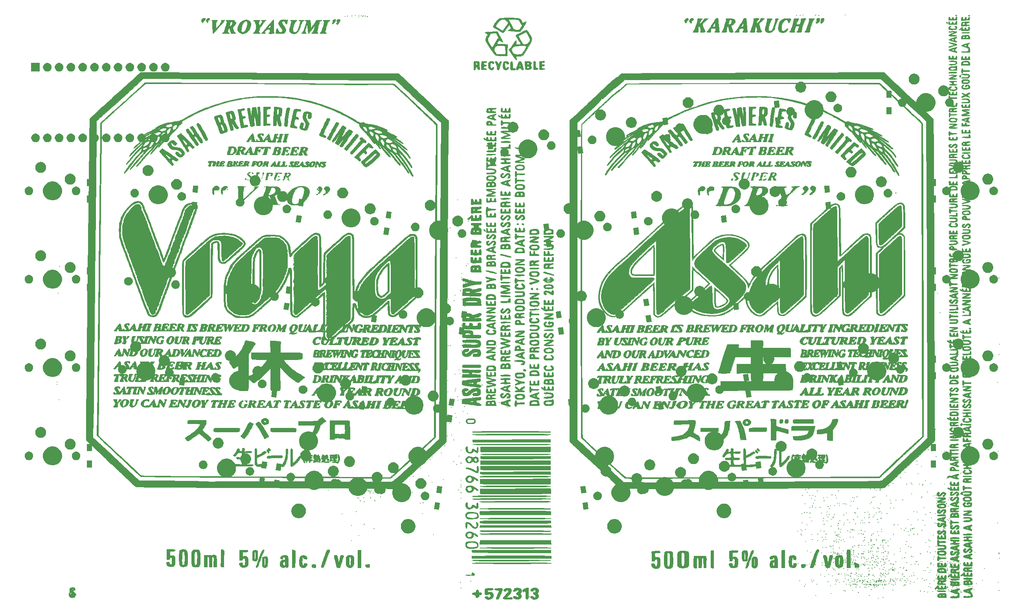
<source format=gbr>
G04 #@! TF.GenerationSoftware,KiCad,Pcbnew,(5.1.4)-1*
G04 #@! TF.CreationDate,2021-09-17T17:56:11-10:00*
G04 #@! TF.ProjectId,oya38split,6f796133-3873-4706-9c69-742e6b696361,rev?*
G04 #@! TF.SameCoordinates,Original*
G04 #@! TF.FileFunction,Soldermask,Top*
G04 #@! TF.FilePolarity,Negative*
%FSLAX46Y46*%
G04 Gerber Fmt 4.6, Leading zero omitted, Abs format (unit mm)*
G04 Created by KiCad (PCBNEW (5.1.4)-1) date 2021-09-17 17:56:11*
%MOMM*%
%LPD*%
G04 APERTURE LIST*
%ADD10C,0.010000*%
%ADD11C,0.100000*%
G04 APERTURE END LIST*
D10*
G36*
X129630207Y-72832385D02*
G01*
X129651597Y-73133380D01*
X129669939Y-73591817D01*
X129684426Y-74180587D01*
X129694251Y-74872579D01*
X129698605Y-75640684D01*
X129698750Y-75810984D01*
X129698750Y-78849060D01*
X129053719Y-79429530D01*
X128632175Y-79797508D01*
X128319649Y-80028758D01*
X128075401Y-80136134D01*
X127858689Y-80132490D01*
X127628773Y-80030679D01*
X127469708Y-79929284D01*
X127220315Y-79701683D01*
X127039776Y-79385261D01*
X126920039Y-78950354D01*
X126853048Y-78367300D01*
X126830751Y-77606439D01*
X126830680Y-77575833D01*
X126832323Y-77484269D01*
X127160017Y-77484269D01*
X127166770Y-78042003D01*
X127197880Y-78555023D01*
X127252999Y-78962149D01*
X127306320Y-79152900D01*
X127509682Y-79491127D01*
X127766489Y-79713287D01*
X128028085Y-79782433D01*
X128111005Y-79763942D01*
X128283131Y-79657403D01*
X128546743Y-79450361D01*
X128813156Y-79216250D01*
X129328333Y-78740000D01*
X129334942Y-76147083D01*
X129334911Y-75421823D01*
X129331308Y-74763333D01*
X129324591Y-74202333D01*
X129315217Y-73769543D01*
X129303643Y-73495681D01*
X129294251Y-73414293D01*
X129202272Y-73372892D01*
X129027601Y-73486711D01*
X128791552Y-73726620D01*
X128515438Y-74063487D01*
X128220573Y-74468181D01*
X127928269Y-74911570D01*
X127659841Y-75364525D01*
X127436602Y-75797912D01*
X127289354Y-76154597D01*
X127220962Y-76479386D01*
X127177965Y-76943003D01*
X127160017Y-77484269D01*
X126832323Y-77484269D01*
X126842363Y-76925027D01*
X126892697Y-76411149D01*
X127001170Y-75964995D01*
X127187266Y-75517358D01*
X127470470Y-74999035D01*
X127632509Y-74728040D01*
X127907122Y-74320097D01*
X128234484Y-73901573D01*
X128584600Y-73503040D01*
X128927473Y-73155075D01*
X129233107Y-72888250D01*
X129471504Y-72733140D01*
X129606577Y-72715942D01*
X129630207Y-72832385D01*
X129630207Y-72832385D01*
G37*
X129630207Y-72832385D02*
X129651597Y-73133380D01*
X129669939Y-73591817D01*
X129684426Y-74180587D01*
X129694251Y-74872579D01*
X129698605Y-75640684D01*
X129698750Y-75810984D01*
X129698750Y-78849060D01*
X129053719Y-79429530D01*
X128632175Y-79797508D01*
X128319649Y-80028758D01*
X128075401Y-80136134D01*
X127858689Y-80132490D01*
X127628773Y-80030679D01*
X127469708Y-79929284D01*
X127220315Y-79701683D01*
X127039776Y-79385261D01*
X126920039Y-78950354D01*
X126853048Y-78367300D01*
X126830751Y-77606439D01*
X126830680Y-77575833D01*
X126832323Y-77484269D01*
X127160017Y-77484269D01*
X127166770Y-78042003D01*
X127197880Y-78555023D01*
X127252999Y-78962149D01*
X127306320Y-79152900D01*
X127509682Y-79491127D01*
X127766489Y-79713287D01*
X128028085Y-79782433D01*
X128111005Y-79763942D01*
X128283131Y-79657403D01*
X128546743Y-79450361D01*
X128813156Y-79216250D01*
X129328333Y-78740000D01*
X129334942Y-76147083D01*
X129334911Y-75421823D01*
X129331308Y-74763333D01*
X129324591Y-74202333D01*
X129315217Y-73769543D01*
X129303643Y-73495681D01*
X129294251Y-73414293D01*
X129202272Y-73372892D01*
X129027601Y-73486711D01*
X128791552Y-73726620D01*
X128515438Y-74063487D01*
X128220573Y-74468181D01*
X127928269Y-74911570D01*
X127659841Y-75364525D01*
X127436602Y-75797912D01*
X127289354Y-76154597D01*
X127220962Y-76479386D01*
X127177965Y-76943003D01*
X127160017Y-77484269D01*
X126832323Y-77484269D01*
X126842363Y-76925027D01*
X126892697Y-76411149D01*
X127001170Y-75964995D01*
X127187266Y-75517358D01*
X127470470Y-74999035D01*
X127632509Y-74728040D01*
X127907122Y-74320097D01*
X128234484Y-73901573D01*
X128584600Y-73503040D01*
X128927473Y-73155075D01*
X129233107Y-72888250D01*
X129471504Y-72733140D01*
X129606577Y-72715942D01*
X129630207Y-72832385D01*
G36*
X99959583Y-75882500D02*
G01*
X99906666Y-75935416D01*
X99853750Y-75882500D01*
X99906666Y-75829583D01*
X99959583Y-75882500D01*
X99959583Y-75882500D01*
G37*
X99959583Y-75882500D02*
X99906666Y-75935416D01*
X99853750Y-75882500D01*
X99906666Y-75829583D01*
X99959583Y-75882500D01*
G36*
X101815455Y-69749855D02*
G01*
X101862157Y-69794657D01*
X101914469Y-69853250D01*
X101957487Y-69927689D01*
X101992119Y-70037748D01*
X102019274Y-70203200D01*
X102039859Y-70443818D01*
X102054782Y-70779376D01*
X102064951Y-71229648D01*
X102071274Y-71814407D01*
X102074659Y-72553426D01*
X102076015Y-73466480D01*
X102076250Y-74457149D01*
X102075193Y-75579795D01*
X102071599Y-76510233D01*
X102064826Y-77267914D01*
X102054236Y-77872289D01*
X102039189Y-78342808D01*
X102019046Y-78698921D01*
X101993166Y-78960079D01*
X101960911Y-79145732D01*
X101921641Y-79275332D01*
X101917500Y-79285490D01*
X101811861Y-79597242D01*
X101759872Y-79866248D01*
X101758750Y-79896371D01*
X101692240Y-80171951D01*
X101520339Y-80504916D01*
X101284491Y-80840542D01*
X101026139Y-81124103D01*
X100786727Y-81300873D01*
X100670860Y-81332916D01*
X100576462Y-81263513D01*
X100427855Y-81112434D01*
X100375463Y-81043658D01*
X100332952Y-80950562D01*
X100299185Y-80811678D01*
X100273023Y-80605538D01*
X100253327Y-80310677D01*
X100238960Y-79905625D01*
X100228783Y-79368917D01*
X100221658Y-78679085D01*
X100216447Y-77814661D01*
X100214472Y-77356649D01*
X100600167Y-77356649D01*
X100602604Y-78229655D01*
X100608163Y-79013825D01*
X100616534Y-79686541D01*
X100627402Y-80225187D01*
X100640455Y-80607146D01*
X100655379Y-80809801D01*
X100662306Y-80836195D01*
X100788773Y-80833597D01*
X100972053Y-80687665D01*
X101167730Y-80440955D01*
X101283286Y-80241208D01*
X101394350Y-79970832D01*
X101442737Y-79758699D01*
X101442790Y-79755614D01*
X101477269Y-79554172D01*
X101561662Y-79254464D01*
X101597261Y-79147781D01*
X101637093Y-78997253D01*
X101669500Y-78783584D01*
X101695090Y-78487006D01*
X101714472Y-78087749D01*
X101728256Y-77566044D01*
X101737051Y-76902122D01*
X101741465Y-76076213D01*
X101742107Y-75068547D01*
X101741174Y-74475845D01*
X101737298Y-73546529D01*
X101730045Y-72681490D01*
X101719882Y-71904035D01*
X101707277Y-71237471D01*
X101692697Y-70705106D01*
X101676609Y-70330247D01*
X101659479Y-70136202D01*
X101653788Y-70115994D01*
X101550568Y-70094093D01*
X101398542Y-70241444D01*
X101217494Y-70527050D01*
X101027208Y-70919918D01*
X100854669Y-71367868D01*
X100795096Y-71548423D01*
X100746171Y-71722945D01*
X100706776Y-71913731D01*
X100675790Y-72143075D01*
X100652095Y-72433274D01*
X100634571Y-72806622D01*
X100622099Y-73285416D01*
X100613560Y-73891949D01*
X100607834Y-74648517D01*
X100603802Y-75577417D01*
X100601167Y-76417422D01*
X100600167Y-77356649D01*
X100214472Y-77356649D01*
X100213210Y-77064309D01*
X100213015Y-75682039D01*
X100224468Y-74502165D01*
X100248022Y-73515710D01*
X100284132Y-72713702D01*
X100333249Y-72087164D01*
X100395828Y-71627121D01*
X100472321Y-71324599D01*
X100507055Y-71245423D01*
X100613954Y-70983225D01*
X100646737Y-70859373D01*
X100748489Y-70593298D01*
X100938351Y-70266501D01*
X101164780Y-69955010D01*
X101376229Y-69734849D01*
X101437279Y-69693374D01*
X101630440Y-69642782D01*
X101815455Y-69749855D01*
X101815455Y-69749855D01*
G37*
X101815455Y-69749855D02*
X101862157Y-69794657D01*
X101914469Y-69853250D01*
X101957487Y-69927689D01*
X101992119Y-70037748D01*
X102019274Y-70203200D01*
X102039859Y-70443818D01*
X102054782Y-70779376D01*
X102064951Y-71229648D01*
X102071274Y-71814407D01*
X102074659Y-72553426D01*
X102076015Y-73466480D01*
X102076250Y-74457149D01*
X102075193Y-75579795D01*
X102071599Y-76510233D01*
X102064826Y-77267914D01*
X102054236Y-77872289D01*
X102039189Y-78342808D01*
X102019046Y-78698921D01*
X101993166Y-78960079D01*
X101960911Y-79145732D01*
X101921641Y-79275332D01*
X101917500Y-79285490D01*
X101811861Y-79597242D01*
X101759872Y-79866248D01*
X101758750Y-79896371D01*
X101692240Y-80171951D01*
X101520339Y-80504916D01*
X101284491Y-80840542D01*
X101026139Y-81124103D01*
X100786727Y-81300873D01*
X100670860Y-81332916D01*
X100576462Y-81263513D01*
X100427855Y-81112434D01*
X100375463Y-81043658D01*
X100332952Y-80950562D01*
X100299185Y-80811678D01*
X100273023Y-80605538D01*
X100253327Y-80310677D01*
X100238960Y-79905625D01*
X100228783Y-79368917D01*
X100221658Y-78679085D01*
X100216447Y-77814661D01*
X100214472Y-77356649D01*
X100600167Y-77356649D01*
X100602604Y-78229655D01*
X100608163Y-79013825D01*
X100616534Y-79686541D01*
X100627402Y-80225187D01*
X100640455Y-80607146D01*
X100655379Y-80809801D01*
X100662306Y-80836195D01*
X100788773Y-80833597D01*
X100972053Y-80687665D01*
X101167730Y-80440955D01*
X101283286Y-80241208D01*
X101394350Y-79970832D01*
X101442737Y-79758699D01*
X101442790Y-79755614D01*
X101477269Y-79554172D01*
X101561662Y-79254464D01*
X101597261Y-79147781D01*
X101637093Y-78997253D01*
X101669500Y-78783584D01*
X101695090Y-78487006D01*
X101714472Y-78087749D01*
X101728256Y-77566044D01*
X101737051Y-76902122D01*
X101741465Y-76076213D01*
X101742107Y-75068547D01*
X101741174Y-74475845D01*
X101737298Y-73546529D01*
X101730045Y-72681490D01*
X101719882Y-71904035D01*
X101707277Y-71237471D01*
X101692697Y-70705106D01*
X101676609Y-70330247D01*
X101659479Y-70136202D01*
X101653788Y-70115994D01*
X101550568Y-70094093D01*
X101398542Y-70241444D01*
X101217494Y-70527050D01*
X101027208Y-70919918D01*
X100854669Y-71367868D01*
X100795096Y-71548423D01*
X100746171Y-71722945D01*
X100706776Y-71913731D01*
X100675790Y-72143075D01*
X100652095Y-72433274D01*
X100634571Y-72806622D01*
X100622099Y-73285416D01*
X100613560Y-73891949D01*
X100607834Y-74648517D01*
X100603802Y-75577417D01*
X100601167Y-76417422D01*
X100600167Y-77356649D01*
X100214472Y-77356649D01*
X100213210Y-77064309D01*
X100213015Y-75682039D01*
X100224468Y-74502165D01*
X100248022Y-73515710D01*
X100284132Y-72713702D01*
X100333249Y-72087164D01*
X100395828Y-71627121D01*
X100472321Y-71324599D01*
X100507055Y-71245423D01*
X100613954Y-70983225D01*
X100646737Y-70859373D01*
X100748489Y-70593298D01*
X100938351Y-70266501D01*
X101164780Y-69955010D01*
X101376229Y-69734849D01*
X101437279Y-69693374D01*
X101630440Y-69642782D01*
X101815455Y-69749855D01*
G36*
X213414620Y-73520465D02*
G01*
X213432470Y-73762720D01*
X213451022Y-74177433D01*
X213469033Y-74725403D01*
X213485263Y-75367428D01*
X213498469Y-76064308D01*
X213501405Y-76260311D01*
X213533571Y-78543123D01*
X212931919Y-79038436D01*
X212620188Y-79280443D01*
X212359046Y-79456877D01*
X212200412Y-79532992D01*
X212191816Y-79533750D01*
X212034677Y-79463953D01*
X211812721Y-79289950D01*
X211743934Y-79224319D01*
X211494526Y-78874518D01*
X211291482Y-78397297D01*
X211259543Y-78291334D01*
X211129499Y-77513403D01*
X211415405Y-77513403D01*
X211516272Y-78154757D01*
X211629690Y-78519312D01*
X211786894Y-78870155D01*
X211957192Y-79151444D01*
X212109892Y-79307333D01*
X212157849Y-79322083D01*
X212289733Y-79258790D01*
X212523016Y-79095210D01*
X212731301Y-78929255D01*
X213201250Y-78536426D01*
X213201250Y-73483441D01*
X212721542Y-73995054D01*
X212096425Y-74799540D01*
X211667590Y-75663664D01*
X211439197Y-76573071D01*
X211415405Y-77513403D01*
X211129499Y-77513403D01*
X211104533Y-77364061D01*
X211156421Y-76445816D01*
X211410531Y-75551862D01*
X211862186Y-74697463D01*
X212506711Y-73897883D01*
X212649481Y-73754498D01*
X213360000Y-73063430D01*
X213414620Y-73520465D01*
X213414620Y-73520465D01*
G37*
X213414620Y-73520465D02*
X213432470Y-73762720D01*
X213451022Y-74177433D01*
X213469033Y-74725403D01*
X213485263Y-75367428D01*
X213498469Y-76064308D01*
X213501405Y-76260311D01*
X213533571Y-78543123D01*
X212931919Y-79038436D01*
X212620188Y-79280443D01*
X212359046Y-79456877D01*
X212200412Y-79532992D01*
X212191816Y-79533750D01*
X212034677Y-79463953D01*
X211812721Y-79289950D01*
X211743934Y-79224319D01*
X211494526Y-78874518D01*
X211291482Y-78397297D01*
X211259543Y-78291334D01*
X211129499Y-77513403D01*
X211415405Y-77513403D01*
X211516272Y-78154757D01*
X211629690Y-78519312D01*
X211786894Y-78870155D01*
X211957192Y-79151444D01*
X212109892Y-79307333D01*
X212157849Y-79322083D01*
X212289733Y-79258790D01*
X212523016Y-79095210D01*
X212731301Y-78929255D01*
X213201250Y-78536426D01*
X213201250Y-73483441D01*
X212721542Y-73995054D01*
X212096425Y-74799540D01*
X211667590Y-75663664D01*
X211439197Y-76573071D01*
X211415405Y-77513403D01*
X211129499Y-77513403D01*
X211104533Y-77364061D01*
X211156421Y-76445816D01*
X211410531Y-75551862D01*
X211862186Y-74697463D01*
X212506711Y-73897883D01*
X212649481Y-73754498D01*
X213360000Y-73063430D01*
X213414620Y-73520465D01*
G36*
X73289583Y-70167500D02*
G01*
X73236666Y-70220416D01*
X73183750Y-70167500D01*
X73236666Y-70114583D01*
X73289583Y-70167500D01*
X73289583Y-70167500D01*
G37*
X73289583Y-70167500D02*
X73236666Y-70220416D01*
X73183750Y-70167500D01*
X73236666Y-70114583D01*
X73289583Y-70167500D01*
G36*
X75554135Y-59966701D02*
G01*
X75803125Y-60021288D01*
X75997470Y-60151535D01*
X76041250Y-60284426D01*
X76088014Y-60449584D01*
X76147083Y-60483750D01*
X76210199Y-60578342D01*
X76248060Y-60817672D01*
X76252916Y-60960000D01*
X76273937Y-61244024D01*
X76327121Y-61414397D01*
X76358750Y-61436250D01*
X76457318Y-61519845D01*
X76464909Y-61568541D01*
X76510238Y-61721371D01*
X76629877Y-62005423D01*
X76799806Y-62364474D01*
X76835326Y-62435598D01*
X77014307Y-62822384D01*
X77145700Y-63166255D01*
X77204422Y-63400445D01*
X77205416Y-63420803D01*
X77241456Y-63587973D01*
X77311250Y-63605833D01*
X77385753Y-63647698D01*
X77416973Y-63855118D01*
X77417083Y-63871730D01*
X77468006Y-64161563D01*
X77581919Y-64367872D01*
X77692095Y-64557277D01*
X77692375Y-64674423D01*
X77702464Y-64839359D01*
X77740931Y-64879756D01*
X77797056Y-65006877D01*
X77782980Y-65041896D01*
X77798583Y-65134056D01*
X77834170Y-65140416D01*
X77919139Y-65230751D01*
X77946250Y-65398754D01*
X77985272Y-65622845D01*
X78052083Y-65722500D01*
X78140990Y-65871774D01*
X78157916Y-65993329D01*
X78203440Y-66161884D01*
X78263750Y-66198750D01*
X78338059Y-66290715D01*
X78369575Y-66512299D01*
X78369583Y-66516250D01*
X78400238Y-66739177D01*
X78474099Y-66833725D01*
X78475416Y-66833750D01*
X78562580Y-66922002D01*
X78581250Y-67036839D01*
X78627553Y-67265953D01*
X78740750Y-67557270D01*
X78757906Y-67592464D01*
X78939721Y-67960673D01*
X79045222Y-68198373D01*
X79095023Y-68363224D01*
X79109737Y-68512890D01*
X79110416Y-68578563D01*
X79146466Y-68778143D01*
X79216250Y-68844583D01*
X79295200Y-68935321D01*
X79322083Y-69114781D01*
X79380965Y-69370886D01*
X79527999Y-69681272D01*
X79586666Y-69774349D01*
X79750126Y-70053800D01*
X79843120Y-70288181D01*
X79851250Y-70344571D01*
X79906121Y-70536841D01*
X79957083Y-70590833D01*
X80033332Y-70733903D01*
X80062916Y-70967495D01*
X80094137Y-71187708D01*
X80168750Y-71278750D01*
X80243059Y-71370715D01*
X80274575Y-71592299D01*
X80274583Y-71596250D01*
X80305238Y-71819177D01*
X80379099Y-71913725D01*
X80380416Y-71913750D01*
X80454725Y-72005715D01*
X80486241Y-72227299D01*
X80486250Y-72231250D01*
X80516905Y-72454177D01*
X80590766Y-72548725D01*
X80592083Y-72548750D01*
X80681397Y-72636257D01*
X80697916Y-72736868D01*
X80752815Y-72981391D01*
X80884660Y-73192682D01*
X81044171Y-73312048D01*
X81166981Y-73295546D01*
X81317709Y-73235292D01*
X81369112Y-73255223D01*
X81413598Y-73209626D01*
X81437464Y-73009712D01*
X81438750Y-72936805D01*
X81461197Y-72685012D01*
X81516706Y-72554026D01*
X81532038Y-72548750D01*
X81622778Y-72448690D01*
X81755453Y-72160091D01*
X81922960Y-71700321D01*
X82083903Y-71199375D01*
X82181543Y-70967667D01*
X82280256Y-70856990D01*
X82290391Y-70855416D01*
X82361214Y-70763429D01*
X82391242Y-70541801D01*
X82391250Y-70537916D01*
X82421905Y-70314989D01*
X82495766Y-70220441D01*
X82497083Y-70220416D01*
X82564095Y-70126694D01*
X82600643Y-69893287D01*
X82602916Y-69808406D01*
X82647260Y-69474247D01*
X82768374Y-69332903D01*
X82883542Y-69236571D01*
X82879624Y-69181700D01*
X82885695Y-69035610D01*
X82975514Y-68804717D01*
X82978749Y-68798439D01*
X83090956Y-68511578D01*
X83133703Y-68276860D01*
X83150637Y-68129343D01*
X83215144Y-68175639D01*
X83237916Y-68209583D01*
X83311268Y-68281173D01*
X83339778Y-68169902D01*
X83342129Y-68077291D01*
X83376525Y-67866042D01*
X83449583Y-67786250D01*
X83519428Y-67693188D01*
X83554462Y-67464246D01*
X83555416Y-67414397D01*
X83580719Y-67106158D01*
X83642029Y-66867474D01*
X83646138Y-66858772D01*
X83757487Y-66638346D01*
X83903082Y-66355847D01*
X83910721Y-66341170D01*
X84030618Y-66049413D01*
X84084370Y-65796965D01*
X84084583Y-65785545D01*
X84127083Y-65608143D01*
X84190416Y-65563750D01*
X84269974Y-65473179D01*
X84296250Y-65299166D01*
X84325964Y-65100178D01*
X84382951Y-65034583D01*
X84457150Y-64941717D01*
X84553409Y-64703684D01*
X84613750Y-64505416D01*
X84710253Y-64206900D01*
X84801508Y-64015009D01*
X84844548Y-63976250D01*
X84910443Y-63885802D01*
X84931250Y-63719226D01*
X84994613Y-63450755D01*
X85090000Y-63303452D01*
X85213870Y-63077152D01*
X85248750Y-62872559D01*
X85284059Y-62670077D01*
X85354583Y-62600416D01*
X85420856Y-62506526D01*
X85457717Y-62271977D01*
X85460416Y-62177083D01*
X85483889Y-61911990D01*
X85542526Y-61764544D01*
X85566250Y-61753750D01*
X85647293Y-61663601D01*
X85672083Y-61502416D01*
X85752076Y-61266496D01*
X85972427Y-60950703D01*
X86141091Y-60761583D01*
X86417936Y-60489224D01*
X86631251Y-60341800D01*
X86853408Y-60281971D01*
X87089868Y-60272083D01*
X87473881Y-60315318D01*
X87673167Y-60455142D01*
X87696927Y-60706733D01*
X87567173Y-61059256D01*
X87442191Y-61344559D01*
X87371399Y-61561143D01*
X87365416Y-61605078D01*
X87298655Y-61752543D01*
X87266085Y-61771388D01*
X87176988Y-61891485D01*
X87128309Y-62071250D01*
X87051004Y-62350272D01*
X86916775Y-62661903D01*
X86910140Y-62674535D01*
X86789103Y-62942274D01*
X86731248Y-63148183D01*
X86730416Y-63164285D01*
X86655719Y-63361076D01*
X86594643Y-63428013D01*
X86492594Y-63605963D01*
X86433363Y-63880466D01*
X86432534Y-63890764D01*
X86386801Y-64139278D01*
X86310965Y-64272784D01*
X86303724Y-64276111D01*
X86229689Y-64395458D01*
X86201250Y-64613823D01*
X86167711Y-64854928D01*
X86095416Y-64981666D01*
X86005980Y-65131192D01*
X85989583Y-65248905D01*
X85971763Y-65399029D01*
X85909021Y-65611326D01*
X85787432Y-65923655D01*
X85593069Y-66373879D01*
X85494265Y-66595625D01*
X85386985Y-66863485D01*
X85336413Y-67047287D01*
X85336496Y-67074819D01*
X85271947Y-67178167D01*
X85196814Y-67218434D01*
X85063555Y-67362753D01*
X85037083Y-67486645D01*
X85005859Y-67713668D01*
X84927130Y-68017636D01*
X84823313Y-68332496D01*
X84716824Y-68592198D01*
X84630080Y-68730687D01*
X84612151Y-68738750D01*
X84558539Y-68832237D01*
X84530346Y-69063784D01*
X84529083Y-69132097D01*
X84500865Y-69397535D01*
X84431154Y-69553097D01*
X84412666Y-69564249D01*
X84335747Y-69685056D01*
X84297266Y-69931919D01*
X84296250Y-69982291D01*
X84278615Y-70208814D01*
X84234906Y-70294131D01*
X84221631Y-70286909D01*
X84149298Y-70333421D01*
X84044458Y-70533350D01*
X83973377Y-70719062D01*
X83760710Y-71305401D01*
X83591200Y-71698226D01*
X83467166Y-71892472D01*
X83426380Y-71913750D01*
X83374624Y-72007692D01*
X83345849Y-72242358D01*
X83343750Y-72337083D01*
X83320277Y-72602175D01*
X83261640Y-72749621D01*
X83237916Y-72760416D01*
X83152121Y-72849119D01*
X83132083Y-72973519D01*
X83085283Y-73250900D01*
X83039170Y-73370394D01*
X82850419Y-73774623D01*
X82700862Y-74152240D01*
X82614682Y-74439078D01*
X82602916Y-74527896D01*
X82570712Y-74641722D01*
X82533962Y-74631740D01*
X82444733Y-74654776D01*
X82335505Y-74817837D01*
X82237753Y-75055636D01*
X82182949Y-75302886D01*
X82179583Y-75366866D01*
X82141380Y-75649427D01*
X82087936Y-75804561D01*
X81916624Y-76210158D01*
X81770111Y-76665035D01*
X81676695Y-77074731D01*
X81658514Y-77238120D01*
X81606304Y-77367106D01*
X81544583Y-77364166D01*
X81469629Y-77405522D01*
X81438801Y-77611428D01*
X81438750Y-77622504D01*
X81408640Y-77848116D01*
X81335896Y-77946122D01*
X81332916Y-77946250D01*
X81240654Y-78032644D01*
X81227083Y-78115120D01*
X81168638Y-78316419D01*
X81028043Y-78563989D01*
X81027387Y-78564912D01*
X80878873Y-78862375D01*
X80778281Y-79220627D01*
X80771250Y-79266351D01*
X80709568Y-79541128D01*
X80625397Y-79707967D01*
X80600529Y-79724962D01*
X80518574Y-79846371D01*
X80486250Y-80071736D01*
X80454789Y-80290821D01*
X80380416Y-80380416D01*
X80310930Y-80473563D01*
X80275675Y-80703077D01*
X80274583Y-80757079D01*
X80249514Y-80997889D01*
X80183196Y-81074482D01*
X80168750Y-81068333D01*
X80096734Y-81113045D01*
X80063697Y-81328654D01*
X80062916Y-81379587D01*
X80036744Y-81626891D01*
X79972256Y-81752362D01*
X79957083Y-81756250D01*
X79863190Y-81841970D01*
X79851250Y-81915000D01*
X79794103Y-82055839D01*
X79745416Y-82073750D01*
X79653582Y-82133218D01*
X79653741Y-82153125D01*
X79641351Y-82301741D01*
X79592193Y-82557478D01*
X79585888Y-82584994D01*
X79512934Y-82805750D01*
X79438533Y-82827111D01*
X79414600Y-82796661D01*
X79356662Y-82788029D01*
X79326887Y-82976843D01*
X79323703Y-83105625D01*
X79299124Y-83410291D01*
X79219927Y-83542679D01*
X79163333Y-83555416D01*
X79022493Y-83612563D01*
X79004583Y-83661250D01*
X78913170Y-83737697D01*
X78709901Y-83767083D01*
X78437757Y-83694537D01*
X78233651Y-83459712D01*
X78105728Y-83178380D01*
X78052085Y-82931695D01*
X78052083Y-82930545D01*
X78009583Y-82753143D01*
X77946250Y-82708750D01*
X77871940Y-82616784D01*
X77840424Y-82395200D01*
X77840416Y-82391250D01*
X77817387Y-82167930D01*
X77761914Y-82072952D01*
X77761041Y-82072924D01*
X77659286Y-81982913D01*
X77543553Y-81768942D01*
X77450679Y-81512524D01*
X77417083Y-81311817D01*
X77368413Y-81151644D01*
X77311250Y-81121250D01*
X77224409Y-81032889D01*
X77205416Y-80915829D01*
X77156819Y-80713227D01*
X77099583Y-80645000D01*
X77006254Y-80493766D01*
X76993097Y-80400629D01*
X76945287Y-80182437D01*
X76834347Y-79918527D01*
X76719805Y-79620005D01*
X76676250Y-79362902D01*
X76638446Y-79169872D01*
X76570416Y-79110416D01*
X76504143Y-79016526D01*
X76467282Y-78781977D01*
X76464583Y-78687083D01*
X76443841Y-78421954D01*
X76406840Y-78316666D01*
X81015416Y-78316666D01*
X81068333Y-78369583D01*
X81121250Y-78316666D01*
X81068333Y-78263750D01*
X81015416Y-78316666D01*
X76406840Y-78316666D01*
X76392029Y-78274522D01*
X76371093Y-78263750D01*
X76270124Y-78175901D01*
X76200122Y-78025625D01*
X76132161Y-77819346D01*
X76103201Y-77734583D01*
X76057378Y-77603514D01*
X76002457Y-77443541D01*
X75903237Y-77259342D01*
X75822451Y-77205416D01*
X75747596Y-77114996D01*
X75723750Y-76947079D01*
X75684727Y-76722988D01*
X75617916Y-76623333D01*
X75541054Y-76479957D01*
X75512083Y-76252916D01*
X75478817Y-76010844D01*
X75406250Y-75882500D01*
X75330320Y-75739589D01*
X75300416Y-75502515D01*
X75250255Y-75247870D01*
X75141666Y-75127022D01*
X75023494Y-74984636D01*
X74982916Y-74766172D01*
X74949108Y-74526012D01*
X74877083Y-74400833D01*
X74795891Y-74255310D01*
X74771250Y-74070841D01*
X74743602Y-73892016D01*
X74687386Y-73858088D01*
X74615602Y-73812595D01*
X74586255Y-73680693D01*
X74527673Y-73481906D01*
X74458452Y-73414623D01*
X74373815Y-73293359D01*
X74347916Y-73118290D01*
X74289387Y-72833872D01*
X74176994Y-72597943D01*
X74079857Y-72415521D01*
X74082525Y-72337139D01*
X74084120Y-72337083D01*
X74093979Y-72272269D01*
X74035016Y-72183875D01*
X73929780Y-71974274D01*
X73854179Y-71683845D01*
X73853761Y-71681167D01*
X73790859Y-71433333D01*
X73710467Y-71299847D01*
X73703370Y-71296388D01*
X73634345Y-71177099D01*
X73607083Y-70952430D01*
X73575622Y-70733345D01*
X73501250Y-70643750D01*
X73426940Y-70551784D01*
X73395424Y-70330200D01*
X73395416Y-70326250D01*
X73370417Y-70103243D01*
X73310193Y-70008771D01*
X73309184Y-70008750D01*
X73206855Y-69919383D01*
X73078594Y-69699935D01*
X72958210Y-69423387D01*
X72879513Y-69162718D01*
X72866250Y-69052659D01*
X72821245Y-68882642D01*
X72760416Y-68844583D01*
X72690930Y-68751436D01*
X72655675Y-68521922D01*
X72654583Y-68467920D01*
X72629514Y-68227110D01*
X72563196Y-68150517D01*
X72548750Y-68156666D01*
X72476276Y-68112481D01*
X72443532Y-67898354D01*
X72442916Y-67854232D01*
X72408956Y-67596607D01*
X72325793Y-67449461D01*
X72311734Y-67442661D01*
X72258073Y-67324480D01*
X72217048Y-67039727D01*
X72188673Y-66633116D01*
X72172963Y-66149360D01*
X72169932Y-65633171D01*
X72179595Y-65129265D01*
X72201969Y-64682353D01*
X72237066Y-64337148D01*
X72284903Y-64138365D01*
X72310625Y-64108585D01*
X72398371Y-63981491D01*
X72441547Y-63718446D01*
X72442916Y-63656449D01*
X72506676Y-63295408D01*
X72548895Y-63182645D01*
X72601666Y-63235416D01*
X72654583Y-63182500D01*
X72601666Y-63129583D01*
X72549068Y-63182182D01*
X72673863Y-62848864D01*
X72908340Y-62390448D01*
X73173969Y-61993794D01*
X73356808Y-61794353D01*
X73530988Y-61618654D01*
X73606964Y-61502757D01*
X73607083Y-61500490D01*
X73671876Y-61391904D01*
X73833986Y-61186446D01*
X74045006Y-60940764D01*
X74256530Y-60711503D01*
X74400833Y-60571621D01*
X74786846Y-60248529D01*
X75073369Y-60053499D01*
X75311949Y-59966299D01*
X75554135Y-59966701D01*
X75554135Y-59966701D01*
G37*
X75554135Y-59966701D02*
X75803125Y-60021288D01*
X75997470Y-60151535D01*
X76041250Y-60284426D01*
X76088014Y-60449584D01*
X76147083Y-60483750D01*
X76210199Y-60578342D01*
X76248060Y-60817672D01*
X76252916Y-60960000D01*
X76273937Y-61244024D01*
X76327121Y-61414397D01*
X76358750Y-61436250D01*
X76457318Y-61519845D01*
X76464909Y-61568541D01*
X76510238Y-61721371D01*
X76629877Y-62005423D01*
X76799806Y-62364474D01*
X76835326Y-62435598D01*
X77014307Y-62822384D01*
X77145700Y-63166255D01*
X77204422Y-63400445D01*
X77205416Y-63420803D01*
X77241456Y-63587973D01*
X77311250Y-63605833D01*
X77385753Y-63647698D01*
X77416973Y-63855118D01*
X77417083Y-63871730D01*
X77468006Y-64161563D01*
X77581919Y-64367872D01*
X77692095Y-64557277D01*
X77692375Y-64674423D01*
X77702464Y-64839359D01*
X77740931Y-64879756D01*
X77797056Y-65006877D01*
X77782980Y-65041896D01*
X77798583Y-65134056D01*
X77834170Y-65140416D01*
X77919139Y-65230751D01*
X77946250Y-65398754D01*
X77985272Y-65622845D01*
X78052083Y-65722500D01*
X78140990Y-65871774D01*
X78157916Y-65993329D01*
X78203440Y-66161884D01*
X78263750Y-66198750D01*
X78338059Y-66290715D01*
X78369575Y-66512299D01*
X78369583Y-66516250D01*
X78400238Y-66739177D01*
X78474099Y-66833725D01*
X78475416Y-66833750D01*
X78562580Y-66922002D01*
X78581250Y-67036839D01*
X78627553Y-67265953D01*
X78740750Y-67557270D01*
X78757906Y-67592464D01*
X78939721Y-67960673D01*
X79045222Y-68198373D01*
X79095023Y-68363224D01*
X79109737Y-68512890D01*
X79110416Y-68578563D01*
X79146466Y-68778143D01*
X79216250Y-68844583D01*
X79295200Y-68935321D01*
X79322083Y-69114781D01*
X79380965Y-69370886D01*
X79527999Y-69681272D01*
X79586666Y-69774349D01*
X79750126Y-70053800D01*
X79843120Y-70288181D01*
X79851250Y-70344571D01*
X79906121Y-70536841D01*
X79957083Y-70590833D01*
X80033332Y-70733903D01*
X80062916Y-70967495D01*
X80094137Y-71187708D01*
X80168750Y-71278750D01*
X80243059Y-71370715D01*
X80274575Y-71592299D01*
X80274583Y-71596250D01*
X80305238Y-71819177D01*
X80379099Y-71913725D01*
X80380416Y-71913750D01*
X80454725Y-72005715D01*
X80486241Y-72227299D01*
X80486250Y-72231250D01*
X80516905Y-72454177D01*
X80590766Y-72548725D01*
X80592083Y-72548750D01*
X80681397Y-72636257D01*
X80697916Y-72736868D01*
X80752815Y-72981391D01*
X80884660Y-73192682D01*
X81044171Y-73312048D01*
X81166981Y-73295546D01*
X81317709Y-73235292D01*
X81369112Y-73255223D01*
X81413598Y-73209626D01*
X81437464Y-73009712D01*
X81438750Y-72936805D01*
X81461197Y-72685012D01*
X81516706Y-72554026D01*
X81532038Y-72548750D01*
X81622778Y-72448690D01*
X81755453Y-72160091D01*
X81922960Y-71700321D01*
X82083903Y-71199375D01*
X82181543Y-70967667D01*
X82280256Y-70856990D01*
X82290391Y-70855416D01*
X82361214Y-70763429D01*
X82391242Y-70541801D01*
X82391250Y-70537916D01*
X82421905Y-70314989D01*
X82495766Y-70220441D01*
X82497083Y-70220416D01*
X82564095Y-70126694D01*
X82600643Y-69893287D01*
X82602916Y-69808406D01*
X82647260Y-69474247D01*
X82768374Y-69332903D01*
X82883542Y-69236571D01*
X82879624Y-69181700D01*
X82885695Y-69035610D01*
X82975514Y-68804717D01*
X82978749Y-68798439D01*
X83090956Y-68511578D01*
X83133703Y-68276860D01*
X83150637Y-68129343D01*
X83215144Y-68175639D01*
X83237916Y-68209583D01*
X83311268Y-68281173D01*
X83339778Y-68169902D01*
X83342129Y-68077291D01*
X83376525Y-67866042D01*
X83449583Y-67786250D01*
X83519428Y-67693188D01*
X83554462Y-67464246D01*
X83555416Y-67414397D01*
X83580719Y-67106158D01*
X83642029Y-66867474D01*
X83646138Y-66858772D01*
X83757487Y-66638346D01*
X83903082Y-66355847D01*
X83910721Y-66341170D01*
X84030618Y-66049413D01*
X84084370Y-65796965D01*
X84084583Y-65785545D01*
X84127083Y-65608143D01*
X84190416Y-65563750D01*
X84269974Y-65473179D01*
X84296250Y-65299166D01*
X84325964Y-65100178D01*
X84382951Y-65034583D01*
X84457150Y-64941717D01*
X84553409Y-64703684D01*
X84613750Y-64505416D01*
X84710253Y-64206900D01*
X84801508Y-64015009D01*
X84844548Y-63976250D01*
X84910443Y-63885802D01*
X84931250Y-63719226D01*
X84994613Y-63450755D01*
X85090000Y-63303452D01*
X85213870Y-63077152D01*
X85248750Y-62872559D01*
X85284059Y-62670077D01*
X85354583Y-62600416D01*
X85420856Y-62506526D01*
X85457717Y-62271977D01*
X85460416Y-62177083D01*
X85483889Y-61911990D01*
X85542526Y-61764544D01*
X85566250Y-61753750D01*
X85647293Y-61663601D01*
X85672083Y-61502416D01*
X85752076Y-61266496D01*
X85972427Y-60950703D01*
X86141091Y-60761583D01*
X86417936Y-60489224D01*
X86631251Y-60341800D01*
X86853408Y-60281971D01*
X87089868Y-60272083D01*
X87473881Y-60315318D01*
X87673167Y-60455142D01*
X87696927Y-60706733D01*
X87567173Y-61059256D01*
X87442191Y-61344559D01*
X87371399Y-61561143D01*
X87365416Y-61605078D01*
X87298655Y-61752543D01*
X87266085Y-61771388D01*
X87176988Y-61891485D01*
X87128309Y-62071250D01*
X87051004Y-62350272D01*
X86916775Y-62661903D01*
X86910140Y-62674535D01*
X86789103Y-62942274D01*
X86731248Y-63148183D01*
X86730416Y-63164285D01*
X86655719Y-63361076D01*
X86594643Y-63428013D01*
X86492594Y-63605963D01*
X86433363Y-63880466D01*
X86432534Y-63890764D01*
X86386801Y-64139278D01*
X86310965Y-64272784D01*
X86303724Y-64276111D01*
X86229689Y-64395458D01*
X86201250Y-64613823D01*
X86167711Y-64854928D01*
X86095416Y-64981666D01*
X86005980Y-65131192D01*
X85989583Y-65248905D01*
X85971763Y-65399029D01*
X85909021Y-65611326D01*
X85787432Y-65923655D01*
X85593069Y-66373879D01*
X85494265Y-66595625D01*
X85386985Y-66863485D01*
X85336413Y-67047287D01*
X85336496Y-67074819D01*
X85271947Y-67178167D01*
X85196814Y-67218434D01*
X85063555Y-67362753D01*
X85037083Y-67486645D01*
X85005859Y-67713668D01*
X84927130Y-68017636D01*
X84823313Y-68332496D01*
X84716824Y-68592198D01*
X84630080Y-68730687D01*
X84612151Y-68738750D01*
X84558539Y-68832237D01*
X84530346Y-69063784D01*
X84529083Y-69132097D01*
X84500865Y-69397535D01*
X84431154Y-69553097D01*
X84412666Y-69564249D01*
X84335747Y-69685056D01*
X84297266Y-69931919D01*
X84296250Y-69982291D01*
X84278615Y-70208814D01*
X84234906Y-70294131D01*
X84221631Y-70286909D01*
X84149298Y-70333421D01*
X84044458Y-70533350D01*
X83973377Y-70719062D01*
X83760710Y-71305401D01*
X83591200Y-71698226D01*
X83467166Y-71892472D01*
X83426380Y-71913750D01*
X83374624Y-72007692D01*
X83345849Y-72242358D01*
X83343750Y-72337083D01*
X83320277Y-72602175D01*
X83261640Y-72749621D01*
X83237916Y-72760416D01*
X83152121Y-72849119D01*
X83132083Y-72973519D01*
X83085283Y-73250900D01*
X83039170Y-73370394D01*
X82850419Y-73774623D01*
X82700862Y-74152240D01*
X82614682Y-74439078D01*
X82602916Y-74527896D01*
X82570712Y-74641722D01*
X82533962Y-74631740D01*
X82444733Y-74654776D01*
X82335505Y-74817837D01*
X82237753Y-75055636D01*
X82182949Y-75302886D01*
X82179583Y-75366866D01*
X82141380Y-75649427D01*
X82087936Y-75804561D01*
X81916624Y-76210158D01*
X81770111Y-76665035D01*
X81676695Y-77074731D01*
X81658514Y-77238120D01*
X81606304Y-77367106D01*
X81544583Y-77364166D01*
X81469629Y-77405522D01*
X81438801Y-77611428D01*
X81438750Y-77622504D01*
X81408640Y-77848116D01*
X81335896Y-77946122D01*
X81332916Y-77946250D01*
X81240654Y-78032644D01*
X81227083Y-78115120D01*
X81168638Y-78316419D01*
X81028043Y-78563989D01*
X81027387Y-78564912D01*
X80878873Y-78862375D01*
X80778281Y-79220627D01*
X80771250Y-79266351D01*
X80709568Y-79541128D01*
X80625397Y-79707967D01*
X80600529Y-79724962D01*
X80518574Y-79846371D01*
X80486250Y-80071736D01*
X80454789Y-80290821D01*
X80380416Y-80380416D01*
X80310930Y-80473563D01*
X80275675Y-80703077D01*
X80274583Y-80757079D01*
X80249514Y-80997889D01*
X80183196Y-81074482D01*
X80168750Y-81068333D01*
X80096734Y-81113045D01*
X80063697Y-81328654D01*
X80062916Y-81379587D01*
X80036744Y-81626891D01*
X79972256Y-81752362D01*
X79957083Y-81756250D01*
X79863190Y-81841970D01*
X79851250Y-81915000D01*
X79794103Y-82055839D01*
X79745416Y-82073750D01*
X79653582Y-82133218D01*
X79653741Y-82153125D01*
X79641351Y-82301741D01*
X79592193Y-82557478D01*
X79585888Y-82584994D01*
X79512934Y-82805750D01*
X79438533Y-82827111D01*
X79414600Y-82796661D01*
X79356662Y-82788029D01*
X79326887Y-82976843D01*
X79323703Y-83105625D01*
X79299124Y-83410291D01*
X79219927Y-83542679D01*
X79163333Y-83555416D01*
X79022493Y-83612563D01*
X79004583Y-83661250D01*
X78913170Y-83737697D01*
X78709901Y-83767083D01*
X78437757Y-83694537D01*
X78233651Y-83459712D01*
X78105728Y-83178380D01*
X78052085Y-82931695D01*
X78052083Y-82930545D01*
X78009583Y-82753143D01*
X77946250Y-82708750D01*
X77871940Y-82616784D01*
X77840424Y-82395200D01*
X77840416Y-82391250D01*
X77817387Y-82167930D01*
X77761914Y-82072952D01*
X77761041Y-82072924D01*
X77659286Y-81982913D01*
X77543553Y-81768942D01*
X77450679Y-81512524D01*
X77417083Y-81311817D01*
X77368413Y-81151644D01*
X77311250Y-81121250D01*
X77224409Y-81032889D01*
X77205416Y-80915829D01*
X77156819Y-80713227D01*
X77099583Y-80645000D01*
X77006254Y-80493766D01*
X76993097Y-80400629D01*
X76945287Y-80182437D01*
X76834347Y-79918527D01*
X76719805Y-79620005D01*
X76676250Y-79362902D01*
X76638446Y-79169872D01*
X76570416Y-79110416D01*
X76504143Y-79016526D01*
X76467282Y-78781977D01*
X76464583Y-78687083D01*
X76443841Y-78421954D01*
X76406840Y-78316666D01*
X81015416Y-78316666D01*
X81068333Y-78369583D01*
X81121250Y-78316666D01*
X81068333Y-78263750D01*
X81015416Y-78316666D01*
X76406840Y-78316666D01*
X76392029Y-78274522D01*
X76371093Y-78263750D01*
X76270124Y-78175901D01*
X76200122Y-78025625D01*
X76132161Y-77819346D01*
X76103201Y-77734583D01*
X76057378Y-77603514D01*
X76002457Y-77443541D01*
X75903237Y-77259342D01*
X75822451Y-77205416D01*
X75747596Y-77114996D01*
X75723750Y-76947079D01*
X75684727Y-76722988D01*
X75617916Y-76623333D01*
X75541054Y-76479957D01*
X75512083Y-76252916D01*
X75478817Y-76010844D01*
X75406250Y-75882500D01*
X75330320Y-75739589D01*
X75300416Y-75502515D01*
X75250255Y-75247870D01*
X75141666Y-75127022D01*
X75023494Y-74984636D01*
X74982916Y-74766172D01*
X74949108Y-74526012D01*
X74877083Y-74400833D01*
X74795891Y-74255310D01*
X74771250Y-74070841D01*
X74743602Y-73892016D01*
X74687386Y-73858088D01*
X74615602Y-73812595D01*
X74586255Y-73680693D01*
X74527673Y-73481906D01*
X74458452Y-73414623D01*
X74373815Y-73293359D01*
X74347916Y-73118290D01*
X74289387Y-72833872D01*
X74176994Y-72597943D01*
X74079857Y-72415521D01*
X74082525Y-72337139D01*
X74084120Y-72337083D01*
X74093979Y-72272269D01*
X74035016Y-72183875D01*
X73929780Y-71974274D01*
X73854179Y-71683845D01*
X73853761Y-71681167D01*
X73790859Y-71433333D01*
X73710467Y-71299847D01*
X73703370Y-71296388D01*
X73634345Y-71177099D01*
X73607083Y-70952430D01*
X73575622Y-70733345D01*
X73501250Y-70643750D01*
X73426940Y-70551784D01*
X73395424Y-70330200D01*
X73395416Y-70326250D01*
X73370417Y-70103243D01*
X73310193Y-70008771D01*
X73309184Y-70008750D01*
X73206855Y-69919383D01*
X73078594Y-69699935D01*
X72958210Y-69423387D01*
X72879513Y-69162718D01*
X72866250Y-69052659D01*
X72821245Y-68882642D01*
X72760416Y-68844583D01*
X72690930Y-68751436D01*
X72655675Y-68521922D01*
X72654583Y-68467920D01*
X72629514Y-68227110D01*
X72563196Y-68150517D01*
X72548750Y-68156666D01*
X72476276Y-68112481D01*
X72443532Y-67898354D01*
X72442916Y-67854232D01*
X72408956Y-67596607D01*
X72325793Y-67449461D01*
X72311734Y-67442661D01*
X72258073Y-67324480D01*
X72217048Y-67039727D01*
X72188673Y-66633116D01*
X72172963Y-66149360D01*
X72169932Y-65633171D01*
X72179595Y-65129265D01*
X72201969Y-64682353D01*
X72237066Y-64337148D01*
X72284903Y-64138365D01*
X72310625Y-64108585D01*
X72398371Y-63981491D01*
X72441547Y-63718446D01*
X72442916Y-63656449D01*
X72506676Y-63295408D01*
X72548895Y-63182645D01*
X72601666Y-63235416D01*
X72654583Y-63182500D01*
X72601666Y-63129583D01*
X72549068Y-63182182D01*
X72673863Y-62848864D01*
X72908340Y-62390448D01*
X73173969Y-61993794D01*
X73356808Y-61794353D01*
X73530988Y-61618654D01*
X73606964Y-61502757D01*
X73607083Y-61500490D01*
X73671876Y-61391904D01*
X73833986Y-61186446D01*
X74045006Y-60940764D01*
X74256530Y-60711503D01*
X74400833Y-60571621D01*
X74786846Y-60248529D01*
X75073369Y-60053499D01*
X75311949Y-59966299D01*
X75554135Y-59966701D01*
G36*
X94649723Y-66825348D02*
G01*
X95029440Y-66861612D01*
X95277916Y-66926599D01*
X95290730Y-66933061D01*
X95569429Y-67024357D01*
X95758755Y-67045416D01*
X96067839Y-67102149D01*
X96464088Y-67247489D01*
X96864513Y-67444150D01*
X97186123Y-67654846D01*
X97259272Y-67719571D01*
X97518422Y-67953129D01*
X97770931Y-68155327D01*
X97966025Y-68338165D01*
X98054156Y-68496171D01*
X98054583Y-68504096D01*
X97986547Y-68656288D01*
X97825931Y-68865031D01*
X97637971Y-69057019D01*
X97487907Y-69158947D01*
X97469013Y-69162083D01*
X97365231Y-69232311D01*
X97167343Y-69413312D01*
X96996250Y-69585416D01*
X96760953Y-69818300D01*
X96583477Y-69972060D01*
X96520000Y-70008750D01*
X96414227Y-70079038D01*
X96214937Y-70260181D01*
X96043750Y-70432083D01*
X95808453Y-70664967D01*
X95630977Y-70818727D01*
X95567500Y-70855416D01*
X95461727Y-70925705D01*
X95262437Y-71106848D01*
X95091250Y-71278750D01*
X94855534Y-71511690D01*
X94677120Y-71665450D01*
X94612842Y-71702083D01*
X94503152Y-71772706D01*
X94311811Y-71950373D01*
X94225473Y-72040040D01*
X94003236Y-72248727D01*
X93845482Y-72307697D01*
X93733220Y-72266742D01*
X93669978Y-72202833D01*
X93622432Y-72082586D01*
X93587730Y-71877036D01*
X93563020Y-71557214D01*
X93545451Y-71094153D01*
X93532172Y-70458887D01*
X93527866Y-70180645D01*
X93516275Y-69483564D01*
X93502292Y-68965868D01*
X93482205Y-68595282D01*
X93452305Y-68339527D01*
X93408881Y-68166327D01*
X93348223Y-68043405D01*
X93270655Y-67943111D01*
X93113856Y-67795542D01*
X92925332Y-67715935D01*
X92637090Y-67684459D01*
X92369886Y-67680416D01*
X91989507Y-67689745D01*
X91740868Y-67736763D01*
X91544239Y-67850016D01*
X91322520Y-68055424D01*
X90947512Y-68430432D01*
X90937266Y-79675688D01*
X90690735Y-79922219D01*
X90489526Y-80092576D01*
X90338849Y-80168496D01*
X90333560Y-80168750D01*
X90238357Y-80255539D01*
X90222916Y-80345138D01*
X90195645Y-80466649D01*
X90164207Y-80462818D01*
X90065147Y-80500033D01*
X89864973Y-80655235D01*
X89635041Y-80867907D01*
X89392482Y-81099210D01*
X89222611Y-81246258D01*
X89164583Y-81277434D01*
X89095397Y-81321674D01*
X88910058Y-81485644D01*
X88641893Y-81739214D01*
X88490822Y-81886581D01*
X88139243Y-82224467D01*
X87799484Y-82536954D01*
X87531283Y-82769477D01*
X87474873Y-82814583D01*
X87172237Y-83063492D01*
X86846281Y-83352557D01*
X86770875Y-83423125D01*
X86460864Y-83650854D01*
X86159845Y-83760851D01*
X85920879Y-83739855D01*
X85829138Y-83658507D01*
X85819765Y-83541424D01*
X85810566Y-83236613D01*
X85801668Y-82768013D01*
X85793196Y-82159563D01*
X85785276Y-81435201D01*
X85778034Y-80618868D01*
X85771596Y-79734501D01*
X85766088Y-78806040D01*
X85761634Y-77857423D01*
X85758362Y-76912589D01*
X85756396Y-75995478D01*
X85755864Y-75130028D01*
X85756889Y-74340178D01*
X85759599Y-73649866D01*
X85764119Y-73083033D01*
X85770575Y-72663616D01*
X85771214Y-72635684D01*
X85780193Y-72494303D01*
X85818582Y-72374450D01*
X85915174Y-72241107D01*
X86098763Y-72059257D01*
X86398143Y-71793882D01*
X86624459Y-71598023D01*
X86998757Y-71269760D01*
X87390638Y-70918415D01*
X87630601Y-70698440D01*
X87963796Y-70393088D01*
X88358916Y-70037656D01*
X88652436Y-69777736D01*
X89016339Y-69456835D01*
X89387555Y-69126752D01*
X89635056Y-68904611D01*
X89884433Y-68692527D01*
X90073904Y-68555564D01*
X90137764Y-68527083D01*
X90211120Y-68439989D01*
X90222916Y-68350694D01*
X90254973Y-68234626D01*
X90292798Y-68244187D01*
X90396749Y-68223897D01*
X90510466Y-68103076D01*
X90663426Y-67939767D01*
X90762895Y-67892083D01*
X90901874Y-67823383D01*
X91103770Y-67655311D01*
X91131041Y-67628580D01*
X91389648Y-67425840D01*
X91649124Y-67301236D01*
X91655397Y-67299606D01*
X91851681Y-67220536D01*
X91916250Y-67147280D01*
X92014884Y-67058640D01*
X92282221Y-66979684D01*
X92675412Y-66913130D01*
X93151607Y-66861700D01*
X93667956Y-66828112D01*
X94181611Y-66815089D01*
X94649723Y-66825348D01*
X94649723Y-66825348D01*
G37*
X94649723Y-66825348D02*
X95029440Y-66861612D01*
X95277916Y-66926599D01*
X95290730Y-66933061D01*
X95569429Y-67024357D01*
X95758755Y-67045416D01*
X96067839Y-67102149D01*
X96464088Y-67247489D01*
X96864513Y-67444150D01*
X97186123Y-67654846D01*
X97259272Y-67719571D01*
X97518422Y-67953129D01*
X97770931Y-68155327D01*
X97966025Y-68338165D01*
X98054156Y-68496171D01*
X98054583Y-68504096D01*
X97986547Y-68656288D01*
X97825931Y-68865031D01*
X97637971Y-69057019D01*
X97487907Y-69158947D01*
X97469013Y-69162083D01*
X97365231Y-69232311D01*
X97167343Y-69413312D01*
X96996250Y-69585416D01*
X96760953Y-69818300D01*
X96583477Y-69972060D01*
X96520000Y-70008750D01*
X96414227Y-70079038D01*
X96214937Y-70260181D01*
X96043750Y-70432083D01*
X95808453Y-70664967D01*
X95630977Y-70818727D01*
X95567500Y-70855416D01*
X95461727Y-70925705D01*
X95262437Y-71106848D01*
X95091250Y-71278750D01*
X94855534Y-71511690D01*
X94677120Y-71665450D01*
X94612842Y-71702083D01*
X94503152Y-71772706D01*
X94311811Y-71950373D01*
X94225473Y-72040040D01*
X94003236Y-72248727D01*
X93845482Y-72307697D01*
X93733220Y-72266742D01*
X93669978Y-72202833D01*
X93622432Y-72082586D01*
X93587730Y-71877036D01*
X93563020Y-71557214D01*
X93545451Y-71094153D01*
X93532172Y-70458887D01*
X93527866Y-70180645D01*
X93516275Y-69483564D01*
X93502292Y-68965868D01*
X93482205Y-68595282D01*
X93452305Y-68339527D01*
X93408881Y-68166327D01*
X93348223Y-68043405D01*
X93270655Y-67943111D01*
X93113856Y-67795542D01*
X92925332Y-67715935D01*
X92637090Y-67684459D01*
X92369886Y-67680416D01*
X91989507Y-67689745D01*
X91740868Y-67736763D01*
X91544239Y-67850016D01*
X91322520Y-68055424D01*
X90947512Y-68430432D01*
X90937266Y-79675688D01*
X90690735Y-79922219D01*
X90489526Y-80092576D01*
X90338849Y-80168496D01*
X90333560Y-80168750D01*
X90238357Y-80255539D01*
X90222916Y-80345138D01*
X90195645Y-80466649D01*
X90164207Y-80462818D01*
X90065147Y-80500033D01*
X89864973Y-80655235D01*
X89635041Y-80867907D01*
X89392482Y-81099210D01*
X89222611Y-81246258D01*
X89164583Y-81277434D01*
X89095397Y-81321674D01*
X88910058Y-81485644D01*
X88641893Y-81739214D01*
X88490822Y-81886581D01*
X88139243Y-82224467D01*
X87799484Y-82536954D01*
X87531283Y-82769477D01*
X87474873Y-82814583D01*
X87172237Y-83063492D01*
X86846281Y-83352557D01*
X86770875Y-83423125D01*
X86460864Y-83650854D01*
X86159845Y-83760851D01*
X85920879Y-83739855D01*
X85829138Y-83658507D01*
X85819765Y-83541424D01*
X85810566Y-83236613D01*
X85801668Y-82768013D01*
X85793196Y-82159563D01*
X85785276Y-81435201D01*
X85778034Y-80618868D01*
X85771596Y-79734501D01*
X85766088Y-78806040D01*
X85761634Y-77857423D01*
X85758362Y-76912589D01*
X85756396Y-75995478D01*
X85755864Y-75130028D01*
X85756889Y-74340178D01*
X85759599Y-73649866D01*
X85764119Y-73083033D01*
X85770575Y-72663616D01*
X85771214Y-72635684D01*
X85780193Y-72494303D01*
X85818582Y-72374450D01*
X85915174Y-72241107D01*
X86098763Y-72059257D01*
X86398143Y-71793882D01*
X86624459Y-71598023D01*
X86998757Y-71269760D01*
X87390638Y-70918415D01*
X87630601Y-70698440D01*
X87963796Y-70393088D01*
X88358916Y-70037656D01*
X88652436Y-69777736D01*
X89016339Y-69456835D01*
X89387555Y-69126752D01*
X89635056Y-68904611D01*
X89884433Y-68692527D01*
X90073904Y-68555564D01*
X90137764Y-68527083D01*
X90211120Y-68439989D01*
X90222916Y-68350694D01*
X90254973Y-68234626D01*
X90292798Y-68244187D01*
X90396749Y-68223897D01*
X90510466Y-68103076D01*
X90663426Y-67939767D01*
X90762895Y-67892083D01*
X90901874Y-67823383D01*
X91103770Y-67655311D01*
X91131041Y-67628580D01*
X91389648Y-67425840D01*
X91649124Y-67301236D01*
X91655397Y-67299606D01*
X91851681Y-67220536D01*
X91916250Y-67147280D01*
X92014884Y-67058640D01*
X92282221Y-66979684D01*
X92675412Y-66913130D01*
X93151607Y-66861700D01*
X93667956Y-66828112D01*
X94181611Y-66815089D01*
X94649723Y-66825348D01*
G36*
X107791250Y-69850000D02*
G01*
X107738333Y-69902916D01*
X107685416Y-69850000D01*
X107738333Y-69797083D01*
X107791250Y-69850000D01*
X107791250Y-69850000D01*
G37*
X107791250Y-69850000D02*
X107738333Y-69902916D01*
X107685416Y-69850000D01*
X107738333Y-69797083D01*
X107791250Y-69850000D01*
G36*
X109027712Y-71153072D02*
G01*
X109040329Y-71318477D01*
X109019357Y-71355920D01*
X108971255Y-71324356D01*
X108963771Y-71217013D01*
X108989618Y-71104086D01*
X109027712Y-71153072D01*
X109027712Y-71153072D01*
G37*
X109027712Y-71153072D02*
X109040329Y-71318477D01*
X109019357Y-71355920D01*
X108971255Y-71324356D01*
X108963771Y-71217013D01*
X108989618Y-71104086D01*
X109027712Y-71153072D01*
G36*
X116152083Y-72072500D02*
G01*
X116099166Y-72125416D01*
X116046250Y-72072500D01*
X116099166Y-72019583D01*
X116152083Y-72072500D01*
X116152083Y-72072500D01*
G37*
X116152083Y-72072500D02*
X116099166Y-72125416D01*
X116046250Y-72072500D01*
X116099166Y-72019583D01*
X116152083Y-72072500D01*
G36*
X109061250Y-72178333D02*
G01*
X109008333Y-72231250D01*
X108955416Y-72178333D01*
X109008333Y-72125416D01*
X109061250Y-72178333D01*
X109061250Y-72178333D01*
G37*
X109061250Y-72178333D02*
X109008333Y-72231250D01*
X108955416Y-72178333D01*
X109008333Y-72125416D01*
X109061250Y-72178333D01*
G36*
X116152083Y-74083333D02*
G01*
X116099166Y-74136250D01*
X116046250Y-74083333D01*
X116099166Y-74030416D01*
X116152083Y-74083333D01*
X116152083Y-74083333D01*
G37*
X116152083Y-74083333D02*
X116099166Y-74136250D01*
X116046250Y-74083333D01*
X116099166Y-74030416D01*
X116152083Y-74083333D01*
G36*
X116152083Y-74295000D02*
G01*
X116099166Y-74347916D01*
X116046250Y-74295000D01*
X116099166Y-74242083D01*
X116152083Y-74295000D01*
X116152083Y-74295000D01*
G37*
X116152083Y-74295000D02*
X116099166Y-74347916D01*
X116046250Y-74295000D01*
X116099166Y-74242083D01*
X116152083Y-74295000D01*
G36*
X109061250Y-76517500D02*
G01*
X109008333Y-76570416D01*
X108955416Y-76517500D01*
X109008333Y-76464583D01*
X109061250Y-76517500D01*
X109061250Y-76517500D01*
G37*
X109061250Y-76517500D02*
X109008333Y-76570416D01*
X108955416Y-76517500D01*
X109008333Y-76464583D01*
X109061250Y-76517500D01*
G36*
X116152083Y-79586666D02*
G01*
X116099166Y-79639583D01*
X116046250Y-79586666D01*
X116099166Y-79533750D01*
X116152083Y-79586666D01*
X116152083Y-79586666D01*
G37*
X116152083Y-79586666D02*
X116099166Y-79639583D01*
X116046250Y-79586666D01*
X116099166Y-79533750D01*
X116152083Y-79586666D01*
G36*
X109027712Y-79725572D02*
G01*
X109040329Y-79890977D01*
X109019357Y-79928420D01*
X108971255Y-79896856D01*
X108963771Y-79789513D01*
X108989618Y-79676586D01*
X109027712Y-79725572D01*
X109027712Y-79725572D01*
G37*
X109027712Y-79725572D02*
X109040329Y-79890977D01*
X109019357Y-79928420D01*
X108971255Y-79896856D01*
X108963771Y-79789513D01*
X108989618Y-79676586D01*
X109027712Y-79725572D01*
G36*
X109061250Y-81703333D02*
G01*
X109008333Y-81756250D01*
X108955416Y-81703333D01*
X109008333Y-81650416D01*
X109061250Y-81703333D01*
X109061250Y-81703333D01*
G37*
X109061250Y-81703333D02*
X109008333Y-81756250D01*
X108955416Y-81703333D01*
X109008333Y-81650416D01*
X109061250Y-81703333D01*
G36*
X109061250Y-82973333D02*
G01*
X109008333Y-83026250D01*
X108955416Y-82973333D01*
X109008333Y-82920416D01*
X109061250Y-82973333D01*
X109061250Y-82973333D01*
G37*
X109061250Y-82973333D02*
X109008333Y-83026250D01*
X108955416Y-82973333D01*
X109008333Y-82920416D01*
X109061250Y-82973333D01*
G36*
X134725833Y-67018958D02*
G01*
X134931099Y-67027136D01*
X134979395Y-67032187D01*
X134997378Y-67138107D01*
X135013485Y-67440442D01*
X135027527Y-67923946D01*
X135039314Y-68573373D01*
X135048657Y-69373477D01*
X135055368Y-70309014D01*
X135059255Y-71364738D01*
X135060132Y-72525403D01*
X135058770Y-73426703D01*
X135043333Y-79807990D01*
X134757102Y-80094203D01*
X134529487Y-80281612D01*
X134334716Y-80377256D01*
X134307310Y-80380416D01*
X134163280Y-80426816D01*
X134143750Y-80468366D01*
X134060572Y-80576758D01*
X133879166Y-80697916D01*
X133685075Y-80858457D01*
X133614583Y-81015416D01*
X133529346Y-81190068D01*
X133350000Y-81332916D01*
X133157834Y-81463409D01*
X133085416Y-81562467D01*
X132999034Y-81639722D01*
X132920420Y-81650416D01*
X132813037Y-81705565D01*
X132830939Y-81772602D01*
X132843374Y-81845694D01*
X132792801Y-81824546D01*
X132722880Y-81797544D01*
X132638736Y-81826536D01*
X132506101Y-81938880D01*
X132290706Y-82161934D01*
X132068430Y-82402854D01*
X131810877Y-82662203D01*
X131566500Y-82874977D01*
X131504575Y-82920416D01*
X131126900Y-83196123D01*
X130854930Y-83435661D01*
X130717783Y-83611279D01*
X130712753Y-83675143D01*
X130681864Y-83731056D01*
X130511426Y-83715893D01*
X130258644Y-83636616D01*
X130201458Y-83612909D01*
X130129282Y-83561155D01*
X130078503Y-83456877D01*
X130045468Y-83267398D01*
X130026522Y-82960038D01*
X130018010Y-82502117D01*
X130016250Y-81956593D01*
X130016250Y-80380416D01*
X129752876Y-80380416D01*
X129575685Y-80402966D01*
X129388833Y-80487712D01*
X129155523Y-80660295D01*
X128838959Y-80946358D01*
X128575888Y-81200625D01*
X128323588Y-81438293D01*
X128131925Y-81601313D01*
X128052821Y-81650416D01*
X127950194Y-81720609D01*
X127753121Y-81901528D01*
X127582083Y-82073750D01*
X127346786Y-82306634D01*
X127169310Y-82460394D01*
X127105833Y-82497083D01*
X127000060Y-82567371D01*
X126800770Y-82748515D01*
X126629583Y-82920416D01*
X126385541Y-83154473D01*
X126188501Y-83308214D01*
X126108714Y-83343750D01*
X125999331Y-83419429D01*
X125994583Y-83449583D01*
X125905942Y-83535571D01*
X125782916Y-83555416D01*
X125610940Y-83599736D01*
X125571250Y-83661250D01*
X125512615Y-83746785D01*
X125491875Y-83744598D01*
X125347823Y-83773476D01*
X125182319Y-83849904D01*
X124795191Y-83951167D01*
X124352028Y-83883001D01*
X124143446Y-83793615D01*
X123949834Y-83654053D01*
X123877916Y-83534397D01*
X123836819Y-83464103D01*
X123812400Y-83479821D01*
X123708188Y-83459507D01*
X123554042Y-83300411D01*
X123385688Y-83057309D01*
X123238853Y-82784979D01*
X123149263Y-82538196D01*
X123137083Y-82444409D01*
X123054992Y-82285795D01*
X123006717Y-82259600D01*
X122948178Y-82164454D01*
X122902378Y-81911628D01*
X122867527Y-81484533D01*
X122841839Y-80866582D01*
X122836686Y-80682122D01*
X122823962Y-80064819D01*
X122824650Y-79624273D01*
X122841398Y-79325846D01*
X122876858Y-79134902D01*
X122933678Y-79016803D01*
X122967051Y-78978067D01*
X123100136Y-78741729D01*
X123137083Y-78535892D01*
X123165116Y-78333307D01*
X123221000Y-78263750D01*
X123297378Y-78172034D01*
X123408535Y-77934642D01*
X123501543Y-77685284D01*
X123523947Y-77628750D01*
X126523750Y-77628750D01*
X126530185Y-78303517D01*
X126548801Y-78820688D01*
X126578558Y-79163652D01*
X126618419Y-79315803D01*
X126629583Y-79322083D01*
X126714091Y-79411194D01*
X126735416Y-79544976D01*
X126833129Y-79787769D01*
X127112507Y-80071509D01*
X127520353Y-80355326D01*
X127869560Y-80452994D01*
X128281216Y-80396846D01*
X128690287Y-80202036D01*
X128897851Y-80034298D01*
X129218444Y-79735582D01*
X129564355Y-79430940D01*
X129630709Y-79375000D01*
X130011675Y-79057500D01*
X130013962Y-75742648D01*
X130015364Y-74695446D01*
X130012177Y-73848080D01*
X129995698Y-73188760D01*
X129957222Y-72705697D01*
X129888046Y-72387099D01*
X129779466Y-72221177D01*
X129622776Y-72196141D01*
X129409274Y-72300200D01*
X129130254Y-72521564D01*
X128777014Y-72848442D01*
X128340848Y-73269046D01*
X128251417Y-73355186D01*
X127977956Y-73629905D01*
X127777629Y-73853577D01*
X127689074Y-73982670D01*
X127687787Y-73990186D01*
X127625690Y-74125201D01*
X127471943Y-74342886D01*
X127425283Y-74400833D01*
X127192007Y-74687100D01*
X127060556Y-74865044D01*
X126995724Y-74987665D01*
X126965604Y-75092885D01*
X126877340Y-75253847D01*
X126833312Y-75282777D01*
X126763136Y-75402059D01*
X126735416Y-75626736D01*
X126703956Y-75845821D01*
X126629583Y-75935416D01*
X126587410Y-76038390D01*
X126555087Y-76336238D01*
X126533651Y-76812352D01*
X126524142Y-77450124D01*
X126523750Y-77628750D01*
X123523947Y-77628750D01*
X123620601Y-77384857D01*
X123728237Y-77197396D01*
X123788043Y-77162363D01*
X123871164Y-77137223D01*
X123877916Y-77094648D01*
X123952187Y-76917612D01*
X124161225Y-76619116D01*
X124484372Y-76221385D01*
X124900968Y-75746644D01*
X125390352Y-75217118D01*
X125931865Y-74655030D01*
X126504847Y-74082605D01*
X127088639Y-73522068D01*
X127662581Y-72995643D01*
X127808613Y-72866250D01*
X128222514Y-72496740D01*
X128669958Y-72088499D01*
X129052435Y-71731456D01*
X129333502Y-71472804D01*
X129550291Y-71289172D01*
X129663191Y-71213728D01*
X129669794Y-71214517D01*
X129755832Y-71161706D01*
X129957918Y-70990519D01*
X130241379Y-70731192D01*
X130431659Y-70550144D01*
X130856070Y-70148917D01*
X131325674Y-69717336D01*
X131752242Y-69336260D01*
X131830542Y-69268103D01*
X132246620Y-68903728D01*
X132695053Y-68504046D01*
X133079905Y-68154577D01*
X133085416Y-68149497D01*
X133545564Y-67725391D01*
X133878984Y-67423117D01*
X134115541Y-67222094D01*
X134285098Y-67101739D01*
X134417521Y-67041470D01*
X134542672Y-67020707D01*
X134690418Y-67018866D01*
X134725833Y-67018958D01*
X134725833Y-67018958D01*
G37*
X134725833Y-67018958D02*
X134931099Y-67027136D01*
X134979395Y-67032187D01*
X134997378Y-67138107D01*
X135013485Y-67440442D01*
X135027527Y-67923946D01*
X135039314Y-68573373D01*
X135048657Y-69373477D01*
X135055368Y-70309014D01*
X135059255Y-71364738D01*
X135060132Y-72525403D01*
X135058770Y-73426703D01*
X135043333Y-79807990D01*
X134757102Y-80094203D01*
X134529487Y-80281612D01*
X134334716Y-80377256D01*
X134307310Y-80380416D01*
X134163280Y-80426816D01*
X134143750Y-80468366D01*
X134060572Y-80576758D01*
X133879166Y-80697916D01*
X133685075Y-80858457D01*
X133614583Y-81015416D01*
X133529346Y-81190068D01*
X133350000Y-81332916D01*
X133157834Y-81463409D01*
X133085416Y-81562467D01*
X132999034Y-81639722D01*
X132920420Y-81650416D01*
X132813037Y-81705565D01*
X132830939Y-81772602D01*
X132843374Y-81845694D01*
X132792801Y-81824546D01*
X132722880Y-81797544D01*
X132638736Y-81826536D01*
X132506101Y-81938880D01*
X132290706Y-82161934D01*
X132068430Y-82402854D01*
X131810877Y-82662203D01*
X131566500Y-82874977D01*
X131504575Y-82920416D01*
X131126900Y-83196123D01*
X130854930Y-83435661D01*
X130717783Y-83611279D01*
X130712753Y-83675143D01*
X130681864Y-83731056D01*
X130511426Y-83715893D01*
X130258644Y-83636616D01*
X130201458Y-83612909D01*
X130129282Y-83561155D01*
X130078503Y-83456877D01*
X130045468Y-83267398D01*
X130026522Y-82960038D01*
X130018010Y-82502117D01*
X130016250Y-81956593D01*
X130016250Y-80380416D01*
X129752876Y-80380416D01*
X129575685Y-80402966D01*
X129388833Y-80487712D01*
X129155523Y-80660295D01*
X128838959Y-80946358D01*
X128575888Y-81200625D01*
X128323588Y-81438293D01*
X128131925Y-81601313D01*
X128052821Y-81650416D01*
X127950194Y-81720609D01*
X127753121Y-81901528D01*
X127582083Y-82073750D01*
X127346786Y-82306634D01*
X127169310Y-82460394D01*
X127105833Y-82497083D01*
X127000060Y-82567371D01*
X126800770Y-82748515D01*
X126629583Y-82920416D01*
X126385541Y-83154473D01*
X126188501Y-83308214D01*
X126108714Y-83343750D01*
X125999331Y-83419429D01*
X125994583Y-83449583D01*
X125905942Y-83535571D01*
X125782916Y-83555416D01*
X125610940Y-83599736D01*
X125571250Y-83661250D01*
X125512615Y-83746785D01*
X125491875Y-83744598D01*
X125347823Y-83773476D01*
X125182319Y-83849904D01*
X124795191Y-83951167D01*
X124352028Y-83883001D01*
X124143446Y-83793615D01*
X123949834Y-83654053D01*
X123877916Y-83534397D01*
X123836819Y-83464103D01*
X123812400Y-83479821D01*
X123708188Y-83459507D01*
X123554042Y-83300411D01*
X123385688Y-83057309D01*
X123238853Y-82784979D01*
X123149263Y-82538196D01*
X123137083Y-82444409D01*
X123054992Y-82285795D01*
X123006717Y-82259600D01*
X122948178Y-82164454D01*
X122902378Y-81911628D01*
X122867527Y-81484533D01*
X122841839Y-80866582D01*
X122836686Y-80682122D01*
X122823962Y-80064819D01*
X122824650Y-79624273D01*
X122841398Y-79325846D01*
X122876858Y-79134902D01*
X122933678Y-79016803D01*
X122967051Y-78978067D01*
X123100136Y-78741729D01*
X123137083Y-78535892D01*
X123165116Y-78333307D01*
X123221000Y-78263750D01*
X123297378Y-78172034D01*
X123408535Y-77934642D01*
X123501543Y-77685284D01*
X123523947Y-77628750D01*
X126523750Y-77628750D01*
X126530185Y-78303517D01*
X126548801Y-78820688D01*
X126578558Y-79163652D01*
X126618419Y-79315803D01*
X126629583Y-79322083D01*
X126714091Y-79411194D01*
X126735416Y-79544976D01*
X126833129Y-79787769D01*
X127112507Y-80071509D01*
X127520353Y-80355326D01*
X127869560Y-80452994D01*
X128281216Y-80396846D01*
X128690287Y-80202036D01*
X128897851Y-80034298D01*
X129218444Y-79735582D01*
X129564355Y-79430940D01*
X129630709Y-79375000D01*
X130011675Y-79057500D01*
X130013962Y-75742648D01*
X130015364Y-74695446D01*
X130012177Y-73848080D01*
X129995698Y-73188760D01*
X129957222Y-72705697D01*
X129888046Y-72387099D01*
X129779466Y-72221177D01*
X129622776Y-72196141D01*
X129409274Y-72300200D01*
X129130254Y-72521564D01*
X128777014Y-72848442D01*
X128340848Y-73269046D01*
X128251417Y-73355186D01*
X127977956Y-73629905D01*
X127777629Y-73853577D01*
X127689074Y-73982670D01*
X127687787Y-73990186D01*
X127625690Y-74125201D01*
X127471943Y-74342886D01*
X127425283Y-74400833D01*
X127192007Y-74687100D01*
X127060556Y-74865044D01*
X126995724Y-74987665D01*
X126965604Y-75092885D01*
X126877340Y-75253847D01*
X126833312Y-75282777D01*
X126763136Y-75402059D01*
X126735416Y-75626736D01*
X126703956Y-75845821D01*
X126629583Y-75935416D01*
X126587410Y-76038390D01*
X126555087Y-76336238D01*
X126533651Y-76812352D01*
X126524142Y-77450124D01*
X126523750Y-77628750D01*
X123523947Y-77628750D01*
X123620601Y-77384857D01*
X123728237Y-77197396D01*
X123788043Y-77162363D01*
X123871164Y-77137223D01*
X123877916Y-77094648D01*
X123952187Y-76917612D01*
X124161225Y-76619116D01*
X124484372Y-76221385D01*
X124900968Y-75746644D01*
X125390352Y-75217118D01*
X125931865Y-74655030D01*
X126504847Y-74082605D01*
X127088639Y-73522068D01*
X127662581Y-72995643D01*
X127808613Y-72866250D01*
X128222514Y-72496740D01*
X128669958Y-72088499D01*
X129052435Y-71731456D01*
X129333502Y-71472804D01*
X129550291Y-71289172D01*
X129663191Y-71213728D01*
X129669794Y-71214517D01*
X129755832Y-71161706D01*
X129957918Y-70990519D01*
X130241379Y-70731192D01*
X130431659Y-70550144D01*
X130856070Y-70148917D01*
X131325674Y-69717336D01*
X131752242Y-69336260D01*
X131830542Y-69268103D01*
X132246620Y-68903728D01*
X132695053Y-68504046D01*
X133079905Y-68154577D01*
X133085416Y-68149497D01*
X133545564Y-67725391D01*
X133878984Y-67423117D01*
X134115541Y-67222094D01*
X134285098Y-67101739D01*
X134417521Y-67041470D01*
X134542672Y-67020707D01*
X134690418Y-67018866D01*
X134725833Y-67018958D01*
G36*
X104355450Y-67194966D02*
G01*
X104865156Y-67211114D01*
X105305251Y-67239000D01*
X105628004Y-67274673D01*
X105784200Y-67313222D01*
X106000863Y-67411667D01*
X106078244Y-67430947D01*
X106247157Y-67521371D01*
X106408158Y-67672048D01*
X106586371Y-67835192D01*
X106710001Y-67892083D01*
X106825363Y-67978986D01*
X106952517Y-68189387D01*
X106958169Y-68201950D01*
X107074333Y-68399454D01*
X107172474Y-68463157D01*
X107178706Y-68460287D01*
X107251626Y-68495903D01*
X107262083Y-68564934D01*
X107323822Y-68726639D01*
X107369845Y-68757031D01*
X107440366Y-68873573D01*
X107508303Y-69135931D01*
X107544770Y-69374392D01*
X107601778Y-69712228D01*
X107676825Y-69961490D01*
X107728049Y-70043265D01*
X107782034Y-70139253D01*
X107717175Y-70182609D01*
X107642538Y-70313554D01*
X107679335Y-70469005D01*
X107712814Y-70657669D01*
X107738085Y-70995967D01*
X107755113Y-71438827D01*
X107763864Y-71941178D01*
X107764305Y-72457946D01*
X107756401Y-72944060D01*
X107740118Y-73354447D01*
X107715424Y-73644036D01*
X107682282Y-73767753D01*
X107681822Y-73768054D01*
X107614310Y-73895937D01*
X107544948Y-74155000D01*
X107523667Y-74269096D01*
X107463333Y-74571968D01*
X107402180Y-74787034D01*
X107385142Y-74824166D01*
X107310389Y-75022179D01*
X107297280Y-75086828D01*
X107211306Y-75250443D01*
X107162013Y-75280856D01*
X107081997Y-75401576D01*
X107050416Y-75626736D01*
X107018956Y-75845821D01*
X106944583Y-75935416D01*
X106858595Y-76024057D01*
X106838750Y-76147083D01*
X106794429Y-76319059D01*
X106732916Y-76358750D01*
X106646246Y-76417534D01*
X106648051Y-76438125D01*
X106633913Y-76614841D01*
X106553673Y-76826914D01*
X106450319Y-76974732D01*
X106408284Y-76993750D01*
X106317557Y-77078042D01*
X106309583Y-77132543D01*
X106242476Y-77305729D01*
X106097916Y-77498535D01*
X105944543Y-77697374D01*
X105886250Y-77835186D01*
X105815068Y-77993141D01*
X105623742Y-78252662D01*
X105345600Y-78569546D01*
X105282748Y-78635645D01*
X105205659Y-78779399D01*
X105221011Y-78833234D01*
X105205645Y-78893654D01*
X105163176Y-78898750D01*
X105024896Y-78967676D01*
X104796714Y-79145641D01*
X104603609Y-79322083D01*
X104351542Y-79552109D01*
X104154256Y-79705857D01*
X104074321Y-79745416D01*
X103988016Y-79829392D01*
X103981250Y-79879423D01*
X103907718Y-80007123D01*
X103722581Y-80213348D01*
X103479022Y-80448790D01*
X103230225Y-80664141D01*
X103029374Y-80810091D01*
X102940709Y-80844131D01*
X102835441Y-80909621D01*
X102652996Y-81089348D01*
X102566652Y-81186729D01*
X102364596Y-81389184D01*
X102208514Y-81485893D01*
X102169777Y-81484061D01*
X102089433Y-81515200D01*
X102076250Y-81591254D01*
X102023464Y-81736093D01*
X101975227Y-81756250D01*
X101841310Y-81824965D01*
X101636120Y-81995301D01*
X101582361Y-82047291D01*
X101376508Y-82227118D01*
X101228401Y-82311573D01*
X101207133Y-82311875D01*
X101130143Y-82368430D01*
X101123445Y-82417708D01*
X101042504Y-82559616D01*
X100844257Y-82735328D01*
X100806250Y-82761666D01*
X100596797Y-82921437D01*
X100491860Y-83040388D01*
X100489054Y-83052708D01*
X100404407Y-83126198D01*
X100353363Y-83132083D01*
X100192171Y-83210240D01*
X100065416Y-83343750D01*
X99875232Y-83509058D01*
X99724552Y-83555416D01*
X99565611Y-83599334D01*
X99536250Y-83649776D01*
X99438768Y-83755960D01*
X99177314Y-83837932D01*
X98798370Y-83894077D01*
X98348420Y-83922780D01*
X97873949Y-83922424D01*
X97421440Y-83891394D01*
X97037378Y-83828074D01*
X96794338Y-83745078D01*
X96527875Y-83622870D01*
X96335103Y-83558394D01*
X96309319Y-83555416D01*
X96166307Y-83477990D01*
X96043750Y-83343750D01*
X95895459Y-83181149D01*
X95805191Y-83132083D01*
X95653814Y-83051750D01*
X95436769Y-82847123D01*
X95201592Y-82572762D01*
X94995816Y-82283225D01*
X94882473Y-82073013D01*
X94821279Y-81817934D01*
X94770092Y-81393251D01*
X94729786Y-80840827D01*
X94701235Y-80202529D01*
X94685312Y-79520219D01*
X94682891Y-78835764D01*
X94694846Y-78191028D01*
X94722051Y-77627876D01*
X94765379Y-77188172D01*
X94778741Y-77102973D01*
X94874655Y-76555166D01*
X94942777Y-76180858D01*
X94990774Y-75944876D01*
X94999813Y-75911090D01*
X99797636Y-75911090D01*
X99822037Y-75969187D01*
X99844250Y-76106165D01*
X99865177Y-76424118D01*
X99883768Y-76892354D01*
X99898972Y-77480182D01*
X99909739Y-78156910D01*
X99914021Y-78657507D01*
X99928433Y-81220847D01*
X100182133Y-81432111D01*
X100496283Y-81615155D01*
X100819349Y-81616026D01*
X101102547Y-81501982D01*
X101367477Y-81307287D01*
X101619713Y-81032417D01*
X101803571Y-80747414D01*
X101864583Y-80543452D01*
X101920418Y-80399883D01*
X101970416Y-80380416D01*
X102039903Y-80287270D01*
X102075157Y-80057755D01*
X102076250Y-80003754D01*
X102101318Y-79762943D01*
X102167636Y-79686350D01*
X102182083Y-79692500D01*
X102260561Y-79655030D01*
X102287916Y-79487079D01*
X102314803Y-79285097D01*
X102368032Y-79216250D01*
X102405982Y-79118516D01*
X102438320Y-78857716D01*
X102459854Y-78482448D01*
X102464182Y-78316666D01*
X102460202Y-77851241D01*
X102430883Y-77543560D01*
X102378808Y-77418611D01*
X102371107Y-77417083D01*
X102319025Y-77364234D01*
X102369359Y-77284791D01*
X102395764Y-77151538D01*
X102418461Y-76841026D01*
X102437407Y-76382718D01*
X102452559Y-75806074D01*
X102463871Y-75140558D01*
X102471301Y-74415632D01*
X102474805Y-73660758D01*
X102474338Y-72905397D01*
X102469858Y-72179014D01*
X102461320Y-71511068D01*
X102448680Y-70931024D01*
X102431895Y-70468342D01*
X102410920Y-70152485D01*
X102385713Y-70012916D01*
X102380178Y-70008750D01*
X102299335Y-69922338D01*
X102287916Y-69842440D01*
X102182797Y-69582140D01*
X101870235Y-69330030D01*
X101783024Y-69280907D01*
X101595131Y-69215396D01*
X101547083Y-69264193D01*
X101461089Y-69360560D01*
X101383522Y-69373750D01*
X101210954Y-69443541D01*
X100990511Y-69609246D01*
X100796079Y-69805360D01*
X100701544Y-69966376D01*
X100700416Y-69979371D01*
X100645504Y-70112528D01*
X100507253Y-70346506D01*
X100435833Y-70454817D01*
X100271615Y-70741794D01*
X100178895Y-70991706D01*
X100171250Y-71052649D01*
X100121291Y-71241771D01*
X100057713Y-71298956D01*
X100012696Y-71421211D01*
X99977612Y-71754180D01*
X99952502Y-72297144D01*
X99937405Y-73049382D01*
X99933464Y-73535411D01*
X99926154Y-74196003D01*
X99911869Y-74782495D01*
X99892032Y-75262754D01*
X99868066Y-75604646D01*
X99841395Y-75776037D01*
X99833608Y-75789114D01*
X99797636Y-75911090D01*
X94999813Y-75911090D01*
X95026315Y-75812043D01*
X95057067Y-75747184D01*
X95079412Y-75723750D01*
X95227244Y-75525700D01*
X95355295Y-75240548D01*
X95408750Y-74993172D01*
X95444379Y-74807107D01*
X95488125Y-74753611D01*
X95589596Y-74631946D01*
X95719313Y-74386515D01*
X95842543Y-74095631D01*
X95924553Y-73837607D01*
X95939537Y-73735784D01*
X95956818Y-73615598D01*
X96030128Y-73692082D01*
X96043750Y-73712916D01*
X96120949Y-73796032D01*
X96146786Y-73690917D01*
X96147962Y-73633541D01*
X96189114Y-73447639D01*
X96255416Y-73395416D01*
X96345818Y-73307995D01*
X96362586Y-73210208D01*
X96436911Y-73073281D01*
X96639809Y-72826331D01*
X96942713Y-72501142D01*
X97317055Y-72129497D01*
X97432756Y-72019583D01*
X97881478Y-71597268D01*
X98329218Y-71175505D01*
X98726167Y-70801234D01*
X99022515Y-70521399D01*
X99039643Y-70505199D01*
X99360551Y-70216898D01*
X99666991Y-69966842D01*
X99874473Y-69820923D01*
X100080296Y-69656148D01*
X100171035Y-69498020D01*
X100171250Y-69492042D01*
X100201270Y-69387332D01*
X100228808Y-69396030D01*
X100326682Y-69357584D01*
X100525357Y-69200485D01*
X100757975Y-68981980D01*
X100999662Y-68750588D01*
X101169749Y-68607407D01*
X101229583Y-68582746D01*
X101294996Y-68551748D01*
X101465622Y-68399307D01*
X101679375Y-68184325D01*
X102019457Y-67869007D01*
X102399356Y-67575404D01*
X102605416Y-67443450D01*
X102822808Y-67328430D01*
X103025042Y-67252714D01*
X103262162Y-67209195D01*
X103584209Y-67190770D01*
X104041225Y-67190332D01*
X104355450Y-67194966D01*
X104355450Y-67194966D01*
G37*
X104355450Y-67194966D02*
X104865156Y-67211114D01*
X105305251Y-67239000D01*
X105628004Y-67274673D01*
X105784200Y-67313222D01*
X106000863Y-67411667D01*
X106078244Y-67430947D01*
X106247157Y-67521371D01*
X106408158Y-67672048D01*
X106586371Y-67835192D01*
X106710001Y-67892083D01*
X106825363Y-67978986D01*
X106952517Y-68189387D01*
X106958169Y-68201950D01*
X107074333Y-68399454D01*
X107172474Y-68463157D01*
X107178706Y-68460287D01*
X107251626Y-68495903D01*
X107262083Y-68564934D01*
X107323822Y-68726639D01*
X107369845Y-68757031D01*
X107440366Y-68873573D01*
X107508303Y-69135931D01*
X107544770Y-69374392D01*
X107601778Y-69712228D01*
X107676825Y-69961490D01*
X107728049Y-70043265D01*
X107782034Y-70139253D01*
X107717175Y-70182609D01*
X107642538Y-70313554D01*
X107679335Y-70469005D01*
X107712814Y-70657669D01*
X107738085Y-70995967D01*
X107755113Y-71438827D01*
X107763864Y-71941178D01*
X107764305Y-72457946D01*
X107756401Y-72944060D01*
X107740118Y-73354447D01*
X107715424Y-73644036D01*
X107682282Y-73767753D01*
X107681822Y-73768054D01*
X107614310Y-73895937D01*
X107544948Y-74155000D01*
X107523667Y-74269096D01*
X107463333Y-74571968D01*
X107402180Y-74787034D01*
X107385142Y-74824166D01*
X107310389Y-75022179D01*
X107297280Y-75086828D01*
X107211306Y-75250443D01*
X107162013Y-75280856D01*
X107081997Y-75401576D01*
X107050416Y-75626736D01*
X107018956Y-75845821D01*
X106944583Y-75935416D01*
X106858595Y-76024057D01*
X106838750Y-76147083D01*
X106794429Y-76319059D01*
X106732916Y-76358750D01*
X106646246Y-76417534D01*
X106648051Y-76438125D01*
X106633913Y-76614841D01*
X106553673Y-76826914D01*
X106450319Y-76974732D01*
X106408284Y-76993750D01*
X106317557Y-77078042D01*
X106309583Y-77132543D01*
X106242476Y-77305729D01*
X106097916Y-77498535D01*
X105944543Y-77697374D01*
X105886250Y-77835186D01*
X105815068Y-77993141D01*
X105623742Y-78252662D01*
X105345600Y-78569546D01*
X105282748Y-78635645D01*
X105205659Y-78779399D01*
X105221011Y-78833234D01*
X105205645Y-78893654D01*
X105163176Y-78898750D01*
X105024896Y-78967676D01*
X104796714Y-79145641D01*
X104603609Y-79322083D01*
X104351542Y-79552109D01*
X104154256Y-79705857D01*
X104074321Y-79745416D01*
X103988016Y-79829392D01*
X103981250Y-79879423D01*
X103907718Y-80007123D01*
X103722581Y-80213348D01*
X103479022Y-80448790D01*
X103230225Y-80664141D01*
X103029374Y-80810091D01*
X102940709Y-80844131D01*
X102835441Y-80909621D01*
X102652996Y-81089348D01*
X102566652Y-81186729D01*
X102364596Y-81389184D01*
X102208514Y-81485893D01*
X102169777Y-81484061D01*
X102089433Y-81515200D01*
X102076250Y-81591254D01*
X102023464Y-81736093D01*
X101975227Y-81756250D01*
X101841310Y-81824965D01*
X101636120Y-81995301D01*
X101582361Y-82047291D01*
X101376508Y-82227118D01*
X101228401Y-82311573D01*
X101207133Y-82311875D01*
X101130143Y-82368430D01*
X101123445Y-82417708D01*
X101042504Y-82559616D01*
X100844257Y-82735328D01*
X100806250Y-82761666D01*
X100596797Y-82921437D01*
X100491860Y-83040388D01*
X100489054Y-83052708D01*
X100404407Y-83126198D01*
X100353363Y-83132083D01*
X100192171Y-83210240D01*
X100065416Y-83343750D01*
X99875232Y-83509058D01*
X99724552Y-83555416D01*
X99565611Y-83599334D01*
X99536250Y-83649776D01*
X99438768Y-83755960D01*
X99177314Y-83837932D01*
X98798370Y-83894077D01*
X98348420Y-83922780D01*
X97873949Y-83922424D01*
X97421440Y-83891394D01*
X97037378Y-83828074D01*
X96794338Y-83745078D01*
X96527875Y-83622870D01*
X96335103Y-83558394D01*
X96309319Y-83555416D01*
X96166307Y-83477990D01*
X96043750Y-83343750D01*
X95895459Y-83181149D01*
X95805191Y-83132083D01*
X95653814Y-83051750D01*
X95436769Y-82847123D01*
X95201592Y-82572762D01*
X94995816Y-82283225D01*
X94882473Y-82073013D01*
X94821279Y-81817934D01*
X94770092Y-81393251D01*
X94729786Y-80840827D01*
X94701235Y-80202529D01*
X94685312Y-79520219D01*
X94682891Y-78835764D01*
X94694846Y-78191028D01*
X94722051Y-77627876D01*
X94765379Y-77188172D01*
X94778741Y-77102973D01*
X94874655Y-76555166D01*
X94942777Y-76180858D01*
X94990774Y-75944876D01*
X94999813Y-75911090D01*
X99797636Y-75911090D01*
X99822037Y-75969187D01*
X99844250Y-76106165D01*
X99865177Y-76424118D01*
X99883768Y-76892354D01*
X99898972Y-77480182D01*
X99909739Y-78156910D01*
X99914021Y-78657507D01*
X99928433Y-81220847D01*
X100182133Y-81432111D01*
X100496283Y-81615155D01*
X100819349Y-81616026D01*
X101102547Y-81501982D01*
X101367477Y-81307287D01*
X101619713Y-81032417D01*
X101803571Y-80747414D01*
X101864583Y-80543452D01*
X101920418Y-80399883D01*
X101970416Y-80380416D01*
X102039903Y-80287270D01*
X102075157Y-80057755D01*
X102076250Y-80003754D01*
X102101318Y-79762943D01*
X102167636Y-79686350D01*
X102182083Y-79692500D01*
X102260561Y-79655030D01*
X102287916Y-79487079D01*
X102314803Y-79285097D01*
X102368032Y-79216250D01*
X102405982Y-79118516D01*
X102438320Y-78857716D01*
X102459854Y-78482448D01*
X102464182Y-78316666D01*
X102460202Y-77851241D01*
X102430883Y-77543560D01*
X102378808Y-77418611D01*
X102371107Y-77417083D01*
X102319025Y-77364234D01*
X102369359Y-77284791D01*
X102395764Y-77151538D01*
X102418461Y-76841026D01*
X102437407Y-76382718D01*
X102452559Y-75806074D01*
X102463871Y-75140558D01*
X102471301Y-74415632D01*
X102474805Y-73660758D01*
X102474338Y-72905397D01*
X102469858Y-72179014D01*
X102461320Y-71511068D01*
X102448680Y-70931024D01*
X102431895Y-70468342D01*
X102410920Y-70152485D01*
X102385713Y-70012916D01*
X102380178Y-70008750D01*
X102299335Y-69922338D01*
X102287916Y-69842440D01*
X102182797Y-69582140D01*
X101870235Y-69330030D01*
X101783024Y-69280907D01*
X101595131Y-69215396D01*
X101547083Y-69264193D01*
X101461089Y-69360560D01*
X101383522Y-69373750D01*
X101210954Y-69443541D01*
X100990511Y-69609246D01*
X100796079Y-69805360D01*
X100701544Y-69966376D01*
X100700416Y-69979371D01*
X100645504Y-70112528D01*
X100507253Y-70346506D01*
X100435833Y-70454817D01*
X100271615Y-70741794D01*
X100178895Y-70991706D01*
X100171250Y-71052649D01*
X100121291Y-71241771D01*
X100057713Y-71298956D01*
X100012696Y-71421211D01*
X99977612Y-71754180D01*
X99952502Y-72297144D01*
X99937405Y-73049382D01*
X99933464Y-73535411D01*
X99926154Y-74196003D01*
X99911869Y-74782495D01*
X99892032Y-75262754D01*
X99868066Y-75604646D01*
X99841395Y-75776037D01*
X99833608Y-75789114D01*
X99797636Y-75911090D01*
X94999813Y-75911090D01*
X95026315Y-75812043D01*
X95057067Y-75747184D01*
X95079412Y-75723750D01*
X95227244Y-75525700D01*
X95355295Y-75240548D01*
X95408750Y-74993172D01*
X95444379Y-74807107D01*
X95488125Y-74753611D01*
X95589596Y-74631946D01*
X95719313Y-74386515D01*
X95842543Y-74095631D01*
X95924553Y-73837607D01*
X95939537Y-73735784D01*
X95956818Y-73615598D01*
X96030128Y-73692082D01*
X96043750Y-73712916D01*
X96120949Y-73796032D01*
X96146786Y-73690917D01*
X96147962Y-73633541D01*
X96189114Y-73447639D01*
X96255416Y-73395416D01*
X96345818Y-73307995D01*
X96362586Y-73210208D01*
X96436911Y-73073281D01*
X96639809Y-72826331D01*
X96942713Y-72501142D01*
X97317055Y-72129497D01*
X97432756Y-72019583D01*
X97881478Y-71597268D01*
X98329218Y-71175505D01*
X98726167Y-70801234D01*
X99022515Y-70521399D01*
X99039643Y-70505199D01*
X99360551Y-70216898D01*
X99666991Y-69966842D01*
X99874473Y-69820923D01*
X100080296Y-69656148D01*
X100171035Y-69498020D01*
X100171250Y-69492042D01*
X100201270Y-69387332D01*
X100228808Y-69396030D01*
X100326682Y-69357584D01*
X100525357Y-69200485D01*
X100757975Y-68981980D01*
X100999662Y-68750588D01*
X101169749Y-68607407D01*
X101229583Y-68582746D01*
X101294996Y-68551748D01*
X101465622Y-68399307D01*
X101679375Y-68184325D01*
X102019457Y-67869007D01*
X102399356Y-67575404D01*
X102605416Y-67443450D01*
X102822808Y-67328430D01*
X103025042Y-67252714D01*
X103262162Y-67209195D01*
X103584209Y-67190770D01*
X104041225Y-67190332D01*
X104355450Y-67194966D01*
G36*
X116152083Y-85090000D02*
G01*
X116099166Y-85142916D01*
X116046250Y-85090000D01*
X116099166Y-85037083D01*
X116152083Y-85090000D01*
X116152083Y-85090000D01*
G37*
X116152083Y-85090000D02*
X116099166Y-85142916D01*
X116046250Y-85090000D01*
X116099166Y-85037083D01*
X116152083Y-85090000D01*
G36*
X116152083Y-85830833D02*
G01*
X116099166Y-85883750D01*
X116046250Y-85830833D01*
X116099166Y-85777916D01*
X116152083Y-85830833D01*
X116152083Y-85830833D01*
G37*
X116152083Y-85830833D02*
X116099166Y-85883750D01*
X116046250Y-85830833D01*
X116099166Y-85777916D01*
X116152083Y-85830833D01*
G36*
X134762252Y-92106459D02*
G01*
X134767641Y-92299224D01*
X134700093Y-92509833D01*
X134686024Y-92533665D01*
X134599092Y-92613131D01*
X134532216Y-92507207D01*
X134508888Y-92285588D01*
X134575269Y-92092374D01*
X134684239Y-92022083D01*
X134762252Y-92106459D01*
X134762252Y-92106459D01*
G37*
X134762252Y-92106459D02*
X134767641Y-92299224D01*
X134700093Y-92509833D01*
X134686024Y-92533665D01*
X134599092Y-92613131D01*
X134532216Y-92507207D01*
X134508888Y-92285588D01*
X134575269Y-92092374D01*
X134684239Y-92022083D01*
X134762252Y-92106459D01*
G36*
X239829840Y-60314701D02*
G01*
X239906968Y-60371302D01*
X239954522Y-60507952D01*
X239990249Y-60817424D01*
X240014708Y-61309956D01*
X240028457Y-61995789D01*
X240032099Y-62663537D01*
X240034199Y-64832741D01*
X239397099Y-65437664D01*
X238635936Y-66156828D01*
X237931685Y-66815268D01*
X237299650Y-67399090D01*
X236755135Y-67894403D01*
X236313445Y-68287313D01*
X235989881Y-68563927D01*
X235799749Y-68710354D01*
X235777165Y-68723812D01*
X235519939Y-68830393D01*
X235347271Y-68807435D01*
X235235750Y-68717583D01*
X235188095Y-68593534D01*
X235152400Y-68319123D01*
X235127832Y-67879221D01*
X235113561Y-67258697D01*
X235108757Y-66442423D01*
X235108750Y-66405059D01*
X235108750Y-64219535D01*
X236246458Y-63162069D01*
X237063677Y-62405255D01*
X237742605Y-61784109D01*
X238297610Y-61287679D01*
X238743060Y-60905010D01*
X239093321Y-60625148D01*
X239362763Y-60437140D01*
X239565751Y-60330032D01*
X239716654Y-60292870D01*
X239829840Y-60314701D01*
X239829840Y-60314701D01*
G37*
X239829840Y-60314701D02*
X239906968Y-60371302D01*
X239954522Y-60507952D01*
X239990249Y-60817424D01*
X240014708Y-61309956D01*
X240028457Y-61995789D01*
X240032099Y-62663537D01*
X240034199Y-64832741D01*
X239397099Y-65437664D01*
X238635936Y-66156828D01*
X237931685Y-66815268D01*
X237299650Y-67399090D01*
X236755135Y-67894403D01*
X236313445Y-68287313D01*
X235989881Y-68563927D01*
X235799749Y-68710354D01*
X235777165Y-68723812D01*
X235519939Y-68830393D01*
X235347271Y-68807435D01*
X235235750Y-68717583D01*
X235188095Y-68593534D01*
X235152400Y-68319123D01*
X235127832Y-67879221D01*
X235113561Y-67258697D01*
X235108757Y-66442423D01*
X235108750Y-66405059D01*
X235108750Y-64219535D01*
X236246458Y-63162069D01*
X237063677Y-62405255D01*
X237742605Y-61784109D01*
X238297610Y-61287679D01*
X238743060Y-60905010D01*
X239093321Y-60625148D01*
X239362763Y-60437140D01*
X239565751Y-60330032D01*
X239716654Y-60292870D01*
X239829840Y-60314701D01*
G36*
X239802072Y-66900813D02*
G01*
X239916607Y-67000059D01*
X239951878Y-67053568D01*
X239981859Y-67148660D01*
X240006967Y-67301350D01*
X240027623Y-67527655D01*
X240044245Y-67843591D01*
X240057252Y-68265174D01*
X240067064Y-68808421D01*
X240074099Y-69489346D01*
X240078778Y-70323968D01*
X240081518Y-71328302D01*
X240082738Y-72518363D01*
X240082916Y-73355682D01*
X240082916Y-79544995D01*
X239209791Y-80367520D01*
X238383519Y-81144821D01*
X237696169Y-81787683D01*
X237133330Y-82307582D01*
X236680594Y-82715996D01*
X236323548Y-83024402D01*
X236047784Y-83244278D01*
X235838891Y-83387101D01*
X235682458Y-83464349D01*
X235564075Y-83487500D01*
X235469333Y-83468031D01*
X235383820Y-83417419D01*
X235382129Y-83416185D01*
X235344345Y-83374898D01*
X235312073Y-83299789D01*
X235284778Y-83174665D01*
X235261923Y-82983334D01*
X235242973Y-82709602D01*
X235227391Y-82337278D01*
X235214641Y-81850167D01*
X235204188Y-81232077D01*
X235195496Y-80466816D01*
X235188029Y-79538191D01*
X235181250Y-78430007D01*
X235174739Y-77150095D01*
X235170209Y-76026538D01*
X235167567Y-74964036D01*
X235166753Y-73981844D01*
X235167703Y-73099218D01*
X235170356Y-72335413D01*
X235174649Y-71709684D01*
X235180521Y-71241287D01*
X235187908Y-70949475D01*
X235195069Y-70855416D01*
X235291362Y-70718363D01*
X235508922Y-70481246D01*
X235810079Y-70183792D01*
X235997832Y-70008750D01*
X236359660Y-69676949D01*
X236822530Y-69250639D01*
X237332561Y-68779537D01*
X237835873Y-68313359D01*
X237947690Y-68209583D01*
X238514606Y-67690455D01*
X238951536Y-67308183D01*
X239276601Y-67048401D01*
X239507919Y-66896745D01*
X239663612Y-66838850D01*
X239678482Y-66837500D01*
X239802072Y-66900813D01*
X239802072Y-66900813D01*
G37*
X239802072Y-66900813D02*
X239916607Y-67000059D01*
X239951878Y-67053568D01*
X239981859Y-67148660D01*
X240006967Y-67301350D01*
X240027623Y-67527655D01*
X240044245Y-67843591D01*
X240057252Y-68265174D01*
X240067064Y-68808421D01*
X240074099Y-69489346D01*
X240078778Y-70323968D01*
X240081518Y-71328302D01*
X240082738Y-72518363D01*
X240082916Y-73355682D01*
X240082916Y-79544995D01*
X239209791Y-80367520D01*
X238383519Y-81144821D01*
X237696169Y-81787683D01*
X237133330Y-82307582D01*
X236680594Y-82715996D01*
X236323548Y-83024402D01*
X236047784Y-83244278D01*
X235838891Y-83387101D01*
X235682458Y-83464349D01*
X235564075Y-83487500D01*
X235469333Y-83468031D01*
X235383820Y-83417419D01*
X235382129Y-83416185D01*
X235344345Y-83374898D01*
X235312073Y-83299789D01*
X235284778Y-83174665D01*
X235261923Y-82983334D01*
X235242973Y-82709602D01*
X235227391Y-82337278D01*
X235214641Y-81850167D01*
X235204188Y-81232077D01*
X235195496Y-80466816D01*
X235188029Y-79538191D01*
X235181250Y-78430007D01*
X235174739Y-77150095D01*
X235170209Y-76026538D01*
X235167567Y-74964036D01*
X235166753Y-73981844D01*
X235167703Y-73099218D01*
X235170356Y-72335413D01*
X235174649Y-71709684D01*
X235180521Y-71241287D01*
X235187908Y-70949475D01*
X235195069Y-70855416D01*
X235291362Y-70718363D01*
X235508922Y-70481246D01*
X235810079Y-70183792D01*
X235997832Y-70008750D01*
X236359660Y-69676949D01*
X236822530Y-69250639D01*
X237332561Y-68779537D01*
X237835873Y-68313359D01*
X237947690Y-68209583D01*
X238514606Y-67690455D01*
X238951536Y-67308183D01*
X239276601Y-67048401D01*
X239507919Y-66896745D01*
X239663612Y-66838850D01*
X239678482Y-66837500D01*
X239802072Y-66900813D01*
G36*
X225816970Y-60446150D02*
G01*
X225917789Y-60501164D01*
X225939321Y-60516991D01*
X225975531Y-60563277D01*
X226006425Y-60653911D01*
X226032539Y-60805226D01*
X226054409Y-61033556D01*
X226072572Y-61355235D01*
X226087565Y-61786597D01*
X226099923Y-62343975D01*
X226110184Y-63043702D01*
X226118883Y-63902114D01*
X226126557Y-64935543D01*
X226133742Y-66160323D01*
X226135481Y-66489752D01*
X226142305Y-67579191D01*
X226150975Y-68601737D01*
X226161176Y-69538442D01*
X226172592Y-70370360D01*
X226184909Y-71078542D01*
X226197810Y-71644042D01*
X226210981Y-72047910D01*
X226224106Y-72271201D01*
X226232346Y-72310586D01*
X226331184Y-72232657D01*
X226554856Y-72038027D01*
X226873111Y-71754042D01*
X227255696Y-71408053D01*
X227672360Y-71027409D01*
X228092850Y-70639458D01*
X228463670Y-70293401D01*
X229123390Y-69677744D01*
X229770712Y-69081601D01*
X230384868Y-68523441D01*
X230945093Y-68021734D01*
X231430621Y-67594949D01*
X231820684Y-67261554D01*
X232094518Y-67040020D01*
X232217124Y-66955120D01*
X232506289Y-66879900D01*
X232710998Y-66998335D01*
X232821457Y-67277078D01*
X232833453Y-67440985D01*
X232844730Y-67796374D01*
X232855079Y-68323060D01*
X232864295Y-69000858D01*
X232872172Y-69809584D01*
X232878501Y-70729053D01*
X232883078Y-71739081D01*
X232885694Y-72819482D01*
X232886250Y-73607279D01*
X232886250Y-79613517D01*
X231854375Y-80547212D01*
X231351809Y-81006348D01*
X230797614Y-81519681D01*
X230267445Y-82016809D01*
X229922916Y-82344523D01*
X229349057Y-82871714D01*
X228889563Y-83236444D01*
X228530297Y-83444448D01*
X228257123Y-83501462D01*
X228055904Y-83413221D01*
X227912505Y-83185461D01*
X227903976Y-83163676D01*
X227884314Y-83007721D01*
X227866120Y-82659484D01*
X227849725Y-82138347D01*
X227835458Y-81463690D01*
X227823651Y-80654896D01*
X227814635Y-79731346D01*
X227808740Y-78712421D01*
X227806298Y-77617503D01*
X227806250Y-77437505D01*
X227806250Y-71968373D01*
X226197625Y-73576998D01*
X226212457Y-76536487D01*
X226227289Y-79495977D01*
X225451825Y-80229238D01*
X224580453Y-81050051D01*
X223818770Y-81761047D01*
X223174322Y-82355357D01*
X222654658Y-82826110D01*
X222267323Y-83166436D01*
X222019866Y-83369463D01*
X221947441Y-83419374D01*
X221580422Y-83542492D01*
X221267290Y-83481036D01*
X221091834Y-83320201D01*
X221062957Y-83261293D01*
X221037611Y-83163592D01*
X221015571Y-83014069D01*
X220996613Y-82799694D01*
X220980512Y-82507436D01*
X220967044Y-82124264D01*
X220955984Y-81637150D01*
X220947106Y-81033061D01*
X220940187Y-80298968D01*
X220935002Y-79421842D01*
X220931325Y-78388650D01*
X220928933Y-77186364D01*
X220927601Y-75801953D01*
X220927103Y-74222386D01*
X220927083Y-73765805D01*
X220927178Y-72148656D01*
X220927658Y-70729901D01*
X220928813Y-69496268D01*
X220930937Y-68434483D01*
X220934320Y-67531274D01*
X220939254Y-66773369D01*
X220946030Y-66147494D01*
X220954940Y-65640377D01*
X220966276Y-65238745D01*
X220980329Y-64929326D01*
X220997390Y-64698847D01*
X221017752Y-64534036D01*
X221041706Y-64421619D01*
X221069543Y-64348323D01*
X221101555Y-64300878D01*
X221135729Y-64267975D01*
X221310677Y-64114320D01*
X221589504Y-63865331D01*
X221919525Y-63568118D01*
X222008854Y-63487271D01*
X222373639Y-63157295D01*
X222729967Y-62835870D01*
X223009412Y-62584703D01*
X223043750Y-62553967D01*
X223749461Y-61924692D01*
X224316615Y-61425234D01*
X224763197Y-61042941D01*
X225107190Y-60765163D01*
X225366579Y-60579246D01*
X225559349Y-60472540D01*
X225703485Y-60432392D01*
X225816970Y-60446150D01*
X225816970Y-60446150D01*
G37*
X225816970Y-60446150D02*
X225917789Y-60501164D01*
X225939321Y-60516991D01*
X225975531Y-60563277D01*
X226006425Y-60653911D01*
X226032539Y-60805226D01*
X226054409Y-61033556D01*
X226072572Y-61355235D01*
X226087565Y-61786597D01*
X226099923Y-62343975D01*
X226110184Y-63043702D01*
X226118883Y-63902114D01*
X226126557Y-64935543D01*
X226133742Y-66160323D01*
X226135481Y-66489752D01*
X226142305Y-67579191D01*
X226150975Y-68601737D01*
X226161176Y-69538442D01*
X226172592Y-70370360D01*
X226184909Y-71078542D01*
X226197810Y-71644042D01*
X226210981Y-72047910D01*
X226224106Y-72271201D01*
X226232346Y-72310586D01*
X226331184Y-72232657D01*
X226554856Y-72038027D01*
X226873111Y-71754042D01*
X227255696Y-71408053D01*
X227672360Y-71027409D01*
X228092850Y-70639458D01*
X228463670Y-70293401D01*
X229123390Y-69677744D01*
X229770712Y-69081601D01*
X230384868Y-68523441D01*
X230945093Y-68021734D01*
X231430621Y-67594949D01*
X231820684Y-67261554D01*
X232094518Y-67040020D01*
X232217124Y-66955120D01*
X232506289Y-66879900D01*
X232710998Y-66998335D01*
X232821457Y-67277078D01*
X232833453Y-67440985D01*
X232844730Y-67796374D01*
X232855079Y-68323060D01*
X232864295Y-69000858D01*
X232872172Y-69809584D01*
X232878501Y-70729053D01*
X232883078Y-71739081D01*
X232885694Y-72819482D01*
X232886250Y-73607279D01*
X232886250Y-79613517D01*
X231854375Y-80547212D01*
X231351809Y-81006348D01*
X230797614Y-81519681D01*
X230267445Y-82016809D01*
X229922916Y-82344523D01*
X229349057Y-82871714D01*
X228889563Y-83236444D01*
X228530297Y-83444448D01*
X228257123Y-83501462D01*
X228055904Y-83413221D01*
X227912505Y-83185461D01*
X227903976Y-83163676D01*
X227884314Y-83007721D01*
X227866120Y-82659484D01*
X227849725Y-82138347D01*
X227835458Y-81463690D01*
X227823651Y-80654896D01*
X227814635Y-79731346D01*
X227808740Y-78712421D01*
X227806298Y-77617503D01*
X227806250Y-77437505D01*
X227806250Y-71968373D01*
X226197625Y-73576998D01*
X226212457Y-76536487D01*
X226227289Y-79495977D01*
X225451825Y-80229238D01*
X224580453Y-81050051D01*
X223818770Y-81761047D01*
X223174322Y-82355357D01*
X222654658Y-82826110D01*
X222267323Y-83166436D01*
X222019866Y-83369463D01*
X221947441Y-83419374D01*
X221580422Y-83542492D01*
X221267290Y-83481036D01*
X221091834Y-83320201D01*
X221062957Y-83261293D01*
X221037611Y-83163592D01*
X221015571Y-83014069D01*
X220996613Y-82799694D01*
X220980512Y-82507436D01*
X220967044Y-82124264D01*
X220955984Y-81637150D01*
X220947106Y-81033061D01*
X220940187Y-80298968D01*
X220935002Y-79421842D01*
X220931325Y-78388650D01*
X220928933Y-77186364D01*
X220927601Y-75801953D01*
X220927103Y-74222386D01*
X220927083Y-73765805D01*
X220927178Y-72148656D01*
X220927658Y-70729901D01*
X220928813Y-69496268D01*
X220930937Y-68434483D01*
X220934320Y-67531274D01*
X220939254Y-66773369D01*
X220946030Y-66147494D01*
X220954940Y-65640377D01*
X220966276Y-65238745D01*
X220980329Y-64929326D01*
X220997390Y-64698847D01*
X221017752Y-64534036D01*
X221041706Y-64421619D01*
X221069543Y-64348323D01*
X221101555Y-64300878D01*
X221135729Y-64267975D01*
X221310677Y-64114320D01*
X221589504Y-63865331D01*
X221919525Y-63568118D01*
X222008854Y-63487271D01*
X222373639Y-63157295D01*
X222729967Y-62835870D01*
X223009412Y-62584703D01*
X223043750Y-62553967D01*
X223749461Y-61924692D01*
X224316615Y-61425234D01*
X224763197Y-61042941D01*
X225107190Y-60765163D01*
X225366579Y-60579246D01*
X225559349Y-60472540D01*
X225703485Y-60432392D01*
X225816970Y-60446150D01*
G36*
X201555206Y-68553168D02*
G01*
X201665532Y-68671830D01*
X201729433Y-68922964D01*
X201757308Y-69326982D01*
X201759557Y-69904295D01*
X201748670Y-70568122D01*
X201718333Y-72132911D01*
X200743228Y-71282739D01*
X200258837Y-70853255D01*
X199921335Y-70529799D01*
X199713006Y-70285332D01*
X199616132Y-70092811D01*
X199614282Y-69993834D01*
X199866250Y-69993834D01*
X199948182Y-70170754D01*
X200176613Y-70440150D01*
X200525498Y-70771898D01*
X200580625Y-70820008D01*
X200904973Y-71107348D01*
X201163842Y-71349763D01*
X201317563Y-71509539D01*
X201341409Y-71543333D01*
X201394289Y-71564970D01*
X201443578Y-71408845D01*
X201485515Y-71108860D01*
X201516337Y-70698921D01*
X201532281Y-70212931D01*
X201532278Y-69823541D01*
X201517825Y-69373264D01*
X201490985Y-69014280D01*
X201456004Y-68790845D01*
X201428167Y-68738750D01*
X201173148Y-68807457D01*
X200848069Y-68986272D01*
X200503903Y-69234237D01*
X200191624Y-69510390D01*
X199962204Y-69773772D01*
X199866616Y-69983424D01*
X199866250Y-69993834D01*
X199614282Y-69993834D01*
X199612998Y-69925195D01*
X199685885Y-69755444D01*
X199713209Y-69710611D01*
X199966798Y-69385128D01*
X200307643Y-69101613D01*
X200792050Y-68814029D01*
X200841690Y-68787901D01*
X201153684Y-68631615D01*
X201388057Y-68546567D01*
X201555206Y-68553168D01*
X201555206Y-68553168D01*
G37*
X201555206Y-68553168D02*
X201665532Y-68671830D01*
X201729433Y-68922964D01*
X201757308Y-69326982D01*
X201759557Y-69904295D01*
X201748670Y-70568122D01*
X201718333Y-72132911D01*
X200743228Y-71282739D01*
X200258837Y-70853255D01*
X199921335Y-70529799D01*
X199713006Y-70285332D01*
X199616132Y-70092811D01*
X199614282Y-69993834D01*
X199866250Y-69993834D01*
X199948182Y-70170754D01*
X200176613Y-70440150D01*
X200525498Y-70771898D01*
X200580625Y-70820008D01*
X200904973Y-71107348D01*
X201163842Y-71349763D01*
X201317563Y-71509539D01*
X201341409Y-71543333D01*
X201394289Y-71564970D01*
X201443578Y-71408845D01*
X201485515Y-71108860D01*
X201516337Y-70698921D01*
X201532281Y-70212931D01*
X201532278Y-69823541D01*
X201517825Y-69373264D01*
X201490985Y-69014280D01*
X201456004Y-68790845D01*
X201428167Y-68738750D01*
X201173148Y-68807457D01*
X200848069Y-68986272D01*
X200503903Y-69234237D01*
X200191624Y-69510390D01*
X199962204Y-69773772D01*
X199866616Y-69983424D01*
X199866250Y-69993834D01*
X199614282Y-69993834D01*
X199612998Y-69925195D01*
X199685885Y-69755444D01*
X199713209Y-69710611D01*
X199966798Y-69385128D01*
X200307643Y-69101613D01*
X200792050Y-68814029D01*
X200841690Y-68787901D01*
X201153684Y-68631615D01*
X201388057Y-68546567D01*
X201555206Y-68553168D01*
G36*
X186747015Y-68892201D02*
G01*
X186764247Y-69172619D01*
X186779539Y-69601141D01*
X186792642Y-70145991D01*
X186803304Y-70775388D01*
X186811277Y-71457556D01*
X186816310Y-72160715D01*
X186818153Y-72853086D01*
X186816556Y-73502893D01*
X186811270Y-74078355D01*
X186802044Y-74547696D01*
X186788628Y-74879136D01*
X186777007Y-75009375D01*
X186719759Y-75406250D01*
X184414729Y-75406250D01*
X183648625Y-75404720D01*
X183065421Y-75398688D01*
X182636363Y-75385989D01*
X182332695Y-75364462D01*
X182125665Y-75331940D01*
X181986517Y-75286262D01*
X181886499Y-75225263D01*
X181873549Y-75215027D01*
X181702916Y-75002006D01*
X181649593Y-74720634D01*
X181878781Y-74720634D01*
X181887974Y-74886767D01*
X181958942Y-75008708D01*
X182115535Y-75093286D01*
X182381601Y-75147328D01*
X182780988Y-75177660D01*
X183337547Y-75191110D01*
X184075125Y-75194504D01*
X184321708Y-75194583D01*
X186531250Y-75194583D01*
X186531250Y-69244329D01*
X185382285Y-70312122D01*
X184553919Y-71087397D01*
X183870673Y-71741363D01*
X183317959Y-72291616D01*
X182881186Y-72755755D01*
X182545764Y-73151379D01*
X182297106Y-73496084D01*
X182120621Y-73807471D01*
X182001719Y-74103136D01*
X181925812Y-74400677D01*
X181907515Y-74503484D01*
X181878781Y-74720634D01*
X181649593Y-74720634D01*
X181644142Y-74691872D01*
X181643340Y-74593378D01*
X181688569Y-74188739D01*
X181824551Y-73786338D01*
X182068920Y-73358124D01*
X182439309Y-72876045D01*
X182953349Y-72312049D01*
X183295498Y-71964918D01*
X183777574Y-71490686D01*
X184289852Y-70995980D01*
X184808640Y-70502702D01*
X185310246Y-70032754D01*
X185770978Y-69608037D01*
X186167144Y-69250454D01*
X186475051Y-68981907D01*
X186671008Y-68824298D01*
X186728093Y-68791666D01*
X186747015Y-68892201D01*
X186747015Y-68892201D01*
G37*
X186747015Y-68892201D02*
X186764247Y-69172619D01*
X186779539Y-69601141D01*
X186792642Y-70145991D01*
X186803304Y-70775388D01*
X186811277Y-71457556D01*
X186816310Y-72160715D01*
X186818153Y-72853086D01*
X186816556Y-73502893D01*
X186811270Y-74078355D01*
X186802044Y-74547696D01*
X186788628Y-74879136D01*
X186777007Y-75009375D01*
X186719759Y-75406250D01*
X184414729Y-75406250D01*
X183648625Y-75404720D01*
X183065421Y-75398688D01*
X182636363Y-75385989D01*
X182332695Y-75364462D01*
X182125665Y-75331940D01*
X181986517Y-75286262D01*
X181886499Y-75225263D01*
X181873549Y-75215027D01*
X181702916Y-75002006D01*
X181649593Y-74720634D01*
X181878781Y-74720634D01*
X181887974Y-74886767D01*
X181958942Y-75008708D01*
X182115535Y-75093286D01*
X182381601Y-75147328D01*
X182780988Y-75177660D01*
X183337547Y-75191110D01*
X184075125Y-75194504D01*
X184321708Y-75194583D01*
X186531250Y-75194583D01*
X186531250Y-69244329D01*
X185382285Y-70312122D01*
X184553919Y-71087397D01*
X183870673Y-71741363D01*
X183317959Y-72291616D01*
X182881186Y-72755755D01*
X182545764Y-73151379D01*
X182297106Y-73496084D01*
X182120621Y-73807471D01*
X182001719Y-74103136D01*
X181925812Y-74400677D01*
X181907515Y-74503484D01*
X181878781Y-74720634D01*
X181649593Y-74720634D01*
X181644142Y-74691872D01*
X181643340Y-74593378D01*
X181688569Y-74188739D01*
X181824551Y-73786338D01*
X182068920Y-73358124D01*
X182439309Y-72876045D01*
X182953349Y-72312049D01*
X183295498Y-71964918D01*
X183777574Y-71490686D01*
X184289852Y-70995980D01*
X184808640Y-70502702D01*
X185310246Y-70032754D01*
X185770978Y-69608037D01*
X186167144Y-69250454D01*
X186475051Y-68981907D01*
X186671008Y-68824298D01*
X186728093Y-68791666D01*
X186747015Y-68892201D01*
G36*
X200421875Y-78589682D02*
G01*
X201051415Y-79147270D01*
X201598104Y-79654900D01*
X202044810Y-80095182D01*
X202374403Y-80450724D01*
X202569753Y-80704134D01*
X202617916Y-80819249D01*
X202526906Y-81080295D01*
X202282041Y-81378862D01*
X201925566Y-81672803D01*
X201528266Y-81906355D01*
X201084157Y-82088245D01*
X200650397Y-82209360D01*
X200283247Y-82258425D01*
X200038968Y-82224167D01*
X200014385Y-82209733D01*
X199889347Y-82090887D01*
X199796198Y-81918030D01*
X199730575Y-81661863D01*
X199688113Y-81293089D01*
X199664448Y-80782409D01*
X199655215Y-80100526D01*
X199654614Y-79809090D01*
X199933419Y-79809090D01*
X199938628Y-80318664D01*
X199951981Y-80822362D01*
X199973093Y-81276724D01*
X200001584Y-81638288D01*
X200030309Y-81835625D01*
X200154299Y-82022736D01*
X200417935Y-82067151D01*
X200826803Y-81968585D01*
X201295000Y-81771079D01*
X201651444Y-81583580D01*
X201946393Y-81396989D01*
X202099121Y-81268454D01*
X202271815Y-81031643D01*
X202324114Y-80831635D01*
X202243469Y-80622176D01*
X202017329Y-80357015D01*
X201792587Y-80138734D01*
X201205003Y-79588265D01*
X200752864Y-79172505D01*
X200420565Y-78877883D01*
X200192502Y-78690828D01*
X200053069Y-78597770D01*
X200001661Y-78581250D01*
X199970473Y-78679720D01*
X199948959Y-78946157D01*
X199936735Y-79337101D01*
X199933419Y-79809090D01*
X199654614Y-79809090D01*
X199654583Y-79794391D01*
X199654583Y-77924451D01*
X200421875Y-78589682D01*
X200421875Y-78589682D01*
G37*
X200421875Y-78589682D02*
X201051415Y-79147270D01*
X201598104Y-79654900D01*
X202044810Y-80095182D01*
X202374403Y-80450724D01*
X202569753Y-80704134D01*
X202617916Y-80819249D01*
X202526906Y-81080295D01*
X202282041Y-81378862D01*
X201925566Y-81672803D01*
X201528266Y-81906355D01*
X201084157Y-82088245D01*
X200650397Y-82209360D01*
X200283247Y-82258425D01*
X200038968Y-82224167D01*
X200014385Y-82209733D01*
X199889347Y-82090887D01*
X199796198Y-81918030D01*
X199730575Y-81661863D01*
X199688113Y-81293089D01*
X199664448Y-80782409D01*
X199655215Y-80100526D01*
X199654614Y-79809090D01*
X199933419Y-79809090D01*
X199938628Y-80318664D01*
X199951981Y-80822362D01*
X199973093Y-81276724D01*
X200001584Y-81638288D01*
X200030309Y-81835625D01*
X200154299Y-82022736D01*
X200417935Y-82067151D01*
X200826803Y-81968585D01*
X201295000Y-81771079D01*
X201651444Y-81583580D01*
X201946393Y-81396989D01*
X202099121Y-81268454D01*
X202271815Y-81031643D01*
X202324114Y-80831635D01*
X202243469Y-80622176D01*
X202017329Y-80357015D01*
X201792587Y-80138734D01*
X201205003Y-79588265D01*
X200752864Y-79172505D01*
X200420565Y-78877883D01*
X200192502Y-78690828D01*
X200053069Y-78597770D01*
X200001661Y-78581250D01*
X199970473Y-78679720D01*
X199948959Y-78946157D01*
X199936735Y-79337101D01*
X199933419Y-79809090D01*
X199654614Y-79809090D01*
X199654583Y-79794391D01*
X199654583Y-77924451D01*
X200421875Y-78589682D01*
G36*
X218754262Y-67040405D02*
G01*
X218758355Y-67046801D01*
X218772959Y-67172549D01*
X218788012Y-67490995D01*
X218803164Y-67983172D01*
X218818065Y-68630114D01*
X218832364Y-69412854D01*
X218845710Y-70312424D01*
X218857753Y-71309859D01*
X218868143Y-72386191D01*
X218875734Y-73398145D01*
X218916249Y-79625120D01*
X218413541Y-80100364D01*
X218112902Y-80382210D01*
X217842616Y-80631583D01*
X217689881Y-80769054D01*
X217537720Y-80904015D01*
X217260349Y-81151671D01*
X216889971Y-81483205D01*
X216458788Y-81869804D01*
X216172643Y-82126666D01*
X215589614Y-82646137D01*
X215138615Y-83034022D01*
X214797163Y-83303403D01*
X214542772Y-83467360D01*
X214352958Y-83538973D01*
X214205237Y-83531321D01*
X214077124Y-83457486D01*
X214002559Y-83389107D01*
X213937134Y-83289016D01*
X213890808Y-83119204D01*
X213860616Y-82847474D01*
X213843594Y-82441631D01*
X213836781Y-81869479D01*
X213836670Y-81809166D01*
X215952916Y-81809166D01*
X216005833Y-81862083D01*
X216058750Y-81809166D01*
X216005833Y-81756250D01*
X215952916Y-81809166D01*
X213836670Y-81809166D01*
X213836250Y-81582259D01*
X213836250Y-81271180D01*
X215961271Y-81271180D01*
X215980730Y-81408447D01*
X216016857Y-81410086D01*
X216042121Y-81268440D01*
X216025212Y-81207239D01*
X215978219Y-81167151D01*
X215961271Y-81271180D01*
X213836250Y-81271180D01*
X213836250Y-80962500D01*
X216058750Y-80962500D01*
X216111666Y-81015416D01*
X216164583Y-80962500D01*
X216111666Y-80909583D01*
X216058750Y-80962500D01*
X213836250Y-80962500D01*
X213836250Y-79941720D01*
X213545208Y-80169701D01*
X213303811Y-80370355D01*
X212991646Y-80644637D01*
X212777916Y-80839372D01*
X212167043Y-81402498D01*
X211582964Y-81934531D01*
X211049183Y-82414565D01*
X210589204Y-82821690D01*
X210226530Y-83134998D01*
X209984666Y-83333580D01*
X209923326Y-83378718D01*
X209526641Y-83537691D01*
X209099442Y-83492949D01*
X208764847Y-83334047D01*
X208106144Y-82819082D01*
X207611478Y-82189452D01*
X207279397Y-81462463D01*
X207108449Y-80655422D01*
X207097183Y-79785636D01*
X207214105Y-79057500D01*
X209814583Y-79057500D01*
X209867500Y-79110416D01*
X209920416Y-79057500D01*
X209867500Y-79004583D01*
X209814583Y-79057500D01*
X207214105Y-79057500D01*
X207244148Y-78870411D01*
X207547893Y-77927055D01*
X207793250Y-77417081D01*
X210713314Y-77417081D01*
X210762496Y-77808894D01*
X210947467Y-78553444D01*
X211220126Y-79159663D01*
X211566616Y-79599804D01*
X211716554Y-79718958D01*
X212001053Y-79891058D01*
X212218664Y-79938601D01*
X212450582Y-79858965D01*
X212723828Y-79686461D01*
X213003287Y-79486367D01*
X213224705Y-79309928D01*
X213272966Y-79265486D01*
X213485338Y-79079821D01*
X213631292Y-78969462D01*
X213688980Y-78921189D01*
X213734610Y-78851066D01*
X213769348Y-78736429D01*
X213794360Y-78554618D01*
X213810814Y-78282968D01*
X213819875Y-77898819D01*
X213822709Y-77379508D01*
X213820483Y-76702372D01*
X213814363Y-75844750D01*
X213811299Y-75471653D01*
X213783333Y-72119514D01*
X212704722Y-73154340D01*
X212236443Y-73613784D01*
X211892883Y-73981128D01*
X211637907Y-74301852D01*
X211435379Y-74621437D01*
X211249163Y-74985364D01*
X211248035Y-74987746D01*
X210903972Y-75848569D01*
X210728529Y-76642094D01*
X210713314Y-77417081D01*
X207793250Y-77417081D01*
X208006966Y-76972875D01*
X208619917Y-76025176D01*
X209385292Y-75101266D01*
X209462100Y-75019348D01*
X209678895Y-74801639D01*
X210031121Y-74461628D01*
X210497485Y-74019278D01*
X211056693Y-73494555D01*
X211687452Y-72907424D01*
X212368469Y-72277850D01*
X213078450Y-71625797D01*
X213201250Y-71513459D01*
X213905903Y-70868907D01*
X214579195Y-70252449D01*
X215201036Y-69682522D01*
X215751335Y-69177562D01*
X216210004Y-68756007D01*
X216556954Y-68436295D01*
X216772093Y-68236861D01*
X216799583Y-68211105D01*
X217425708Y-67647883D01*
X217929833Y-67251820D01*
X218316364Y-67020298D01*
X218589705Y-66950700D01*
X218754262Y-67040405D01*
X218754262Y-67040405D01*
G37*
X218754262Y-67040405D02*
X218758355Y-67046801D01*
X218772959Y-67172549D01*
X218788012Y-67490995D01*
X218803164Y-67983172D01*
X218818065Y-68630114D01*
X218832364Y-69412854D01*
X218845710Y-70312424D01*
X218857753Y-71309859D01*
X218868143Y-72386191D01*
X218875734Y-73398145D01*
X218916249Y-79625120D01*
X218413541Y-80100364D01*
X218112902Y-80382210D01*
X217842616Y-80631583D01*
X217689881Y-80769054D01*
X217537720Y-80904015D01*
X217260349Y-81151671D01*
X216889971Y-81483205D01*
X216458788Y-81869804D01*
X216172643Y-82126666D01*
X215589614Y-82646137D01*
X215138615Y-83034022D01*
X214797163Y-83303403D01*
X214542772Y-83467360D01*
X214352958Y-83538973D01*
X214205237Y-83531321D01*
X214077124Y-83457486D01*
X214002559Y-83389107D01*
X213937134Y-83289016D01*
X213890808Y-83119204D01*
X213860616Y-82847474D01*
X213843594Y-82441631D01*
X213836781Y-81869479D01*
X213836670Y-81809166D01*
X215952916Y-81809166D01*
X216005833Y-81862083D01*
X216058750Y-81809166D01*
X216005833Y-81756250D01*
X215952916Y-81809166D01*
X213836670Y-81809166D01*
X213836250Y-81582259D01*
X213836250Y-81271180D01*
X215961271Y-81271180D01*
X215980730Y-81408447D01*
X216016857Y-81410086D01*
X216042121Y-81268440D01*
X216025212Y-81207239D01*
X215978219Y-81167151D01*
X215961271Y-81271180D01*
X213836250Y-81271180D01*
X213836250Y-80962500D01*
X216058750Y-80962500D01*
X216111666Y-81015416D01*
X216164583Y-80962500D01*
X216111666Y-80909583D01*
X216058750Y-80962500D01*
X213836250Y-80962500D01*
X213836250Y-79941720D01*
X213545208Y-80169701D01*
X213303811Y-80370355D01*
X212991646Y-80644637D01*
X212777916Y-80839372D01*
X212167043Y-81402498D01*
X211582964Y-81934531D01*
X211049183Y-82414565D01*
X210589204Y-82821690D01*
X210226530Y-83134998D01*
X209984666Y-83333580D01*
X209923326Y-83378718D01*
X209526641Y-83537691D01*
X209099442Y-83492949D01*
X208764847Y-83334047D01*
X208106144Y-82819082D01*
X207611478Y-82189452D01*
X207279397Y-81462463D01*
X207108449Y-80655422D01*
X207097183Y-79785636D01*
X207214105Y-79057500D01*
X209814583Y-79057500D01*
X209867500Y-79110416D01*
X209920416Y-79057500D01*
X209867500Y-79004583D01*
X209814583Y-79057500D01*
X207214105Y-79057500D01*
X207244148Y-78870411D01*
X207547893Y-77927055D01*
X207793250Y-77417081D01*
X210713314Y-77417081D01*
X210762496Y-77808894D01*
X210947467Y-78553444D01*
X211220126Y-79159663D01*
X211566616Y-79599804D01*
X211716554Y-79718958D01*
X212001053Y-79891058D01*
X212218664Y-79938601D01*
X212450582Y-79858965D01*
X212723828Y-79686461D01*
X213003287Y-79486367D01*
X213224705Y-79309928D01*
X213272966Y-79265486D01*
X213485338Y-79079821D01*
X213631292Y-78969462D01*
X213688980Y-78921189D01*
X213734610Y-78851066D01*
X213769348Y-78736429D01*
X213794360Y-78554618D01*
X213810814Y-78282968D01*
X213819875Y-77898819D01*
X213822709Y-77379508D01*
X213820483Y-76702372D01*
X213814363Y-75844750D01*
X213811299Y-75471653D01*
X213783333Y-72119514D01*
X212704722Y-73154340D01*
X212236443Y-73613784D01*
X211892883Y-73981128D01*
X211637907Y-74301852D01*
X211435379Y-74621437D01*
X211249163Y-74985364D01*
X211248035Y-74987746D01*
X210903972Y-75848569D01*
X210728529Y-76642094D01*
X210713314Y-77417081D01*
X207793250Y-77417081D01*
X208006966Y-76972875D01*
X208619917Y-76025176D01*
X209385292Y-75101266D01*
X209462100Y-75019348D01*
X209678895Y-74801639D01*
X210031121Y-74461628D01*
X210497485Y-74019278D01*
X211056693Y-73494555D01*
X211687452Y-72907424D01*
X212368469Y-72277850D01*
X213078450Y-71625797D01*
X213201250Y-71513459D01*
X213905903Y-70868907D01*
X214579195Y-70252449D01*
X215201036Y-69682522D01*
X215751335Y-69177562D01*
X216210004Y-68756007D01*
X216556954Y-68436295D01*
X216772093Y-68236861D01*
X216799583Y-68211105D01*
X217425708Y-67647883D01*
X217929833Y-67251820D01*
X218316364Y-67020298D01*
X218589705Y-66950700D01*
X218754262Y-67040405D01*
G36*
X203874322Y-67198309D02*
G01*
X204849438Y-67482385D01*
X205730718Y-67934495D01*
X206219370Y-68296894D01*
X206514150Y-68632521D01*
X206609500Y-68934253D01*
X206592283Y-69038552D01*
X206494166Y-69177276D01*
X206260952Y-69434300D01*
X205915684Y-69787232D01*
X205481406Y-70213681D01*
X204981161Y-70691254D01*
X204437991Y-71197559D01*
X203874942Y-71710205D01*
X203489282Y-72053816D01*
X203024281Y-72417080D01*
X202647119Y-72611716D01*
X202368212Y-72632865D01*
X202306431Y-72605384D01*
X202262002Y-72470847D01*
X202228064Y-72135426D01*
X202205216Y-71609671D01*
X202194059Y-70904132D01*
X202193023Y-70611045D01*
X202187954Y-69827430D01*
X202170057Y-69229762D01*
X202133141Y-68792428D01*
X202071018Y-68489811D01*
X201977497Y-68296298D01*
X201846390Y-68186274D01*
X201671507Y-68134123D01*
X201592096Y-68124134D01*
X201234338Y-68167639D01*
X200785964Y-68337571D01*
X200302133Y-68606889D01*
X199838004Y-68948550D01*
X199745494Y-69029404D01*
X199417495Y-69359482D01*
X199219331Y-69660251D01*
X199158268Y-69955879D01*
X199241571Y-70270535D01*
X199476507Y-70628390D01*
X199870340Y-71053611D01*
X200430336Y-71570368D01*
X200537728Y-71664810D01*
X201442326Y-72461789D01*
X202311249Y-73237474D01*
X203129844Y-73978115D01*
X203883460Y-74669966D01*
X204557445Y-75299278D01*
X205137147Y-75852305D01*
X205607914Y-76315297D01*
X205955094Y-76674509D01*
X206164035Y-76916191D01*
X206212403Y-76989285D01*
X206438099Y-77568388D01*
X206492727Y-78106868D01*
X206442174Y-78464403D01*
X206265499Y-78946365D01*
X205965525Y-79464104D01*
X205593408Y-79933530D01*
X205477120Y-80050694D01*
X205290369Y-80228374D01*
X204995797Y-80509419D01*
X204638468Y-80850811D01*
X204364166Y-81113144D01*
X203561881Y-81842411D01*
X202829449Y-82430394D01*
X202185694Y-82862487D01*
X201930000Y-83002152D01*
X201080478Y-83326752D01*
X200109555Y-83525240D01*
X199071813Y-83589118D01*
X198384583Y-83554166D01*
X197446966Y-83421691D01*
X196608631Y-83220162D01*
X195896283Y-82959629D01*
X195336626Y-82650140D01*
X194956363Y-82301746D01*
X194918541Y-82249823D01*
X194750162Y-81947003D01*
X194697514Y-81668322D01*
X194773659Y-81385837D01*
X194991656Y-81071606D01*
X195364567Y-80697687D01*
X195831294Y-80297033D01*
X196224048Y-79962559D01*
X196708831Y-79533850D01*
X197226059Y-79064369D01*
X197716143Y-78607579D01*
X197749583Y-78575855D01*
X198155678Y-78201907D01*
X198517937Y-77890330D01*
X198804871Y-77666580D01*
X198984992Y-77556110D01*
X199019583Y-77549245D01*
X199074808Y-77588984D01*
X199118207Y-77702402D01*
X199152218Y-77914873D01*
X199179280Y-78251773D01*
X199201832Y-78738476D01*
X199222311Y-79400357D01*
X199231250Y-79751780D01*
X199255105Y-80570450D01*
X199286387Y-81204400D01*
X199331869Y-81680574D01*
X199398320Y-82025917D01*
X199492515Y-82267375D01*
X199621225Y-82431893D01*
X199791222Y-82546415D01*
X199951159Y-82616195D01*
X200365591Y-82674977D01*
X200865810Y-82595312D01*
X201404037Y-82402957D01*
X201932493Y-82123668D01*
X202403399Y-81783202D01*
X202768976Y-81407314D01*
X202981445Y-81021762D01*
X202994499Y-80975611D01*
X203016941Y-80825247D01*
X202997364Y-80670564D01*
X202921179Y-80494948D01*
X202773795Y-80281784D01*
X202540619Y-80014459D01*
X202207062Y-79676357D01*
X201758533Y-79250865D01*
X201180440Y-78721368D01*
X200458193Y-78071252D01*
X200391019Y-78011091D01*
X199217020Y-76954462D01*
X198205604Y-76032454D01*
X197356352Y-75244665D01*
X196668841Y-74590690D01*
X196142650Y-74070128D01*
X195777357Y-73682574D01*
X195572540Y-73427625D01*
X195540020Y-73372374D01*
X195404241Y-72893342D01*
X195464576Y-72391360D01*
X195724012Y-71857256D01*
X196185534Y-71281859D01*
X196238920Y-71225833D01*
X196396202Y-71071803D01*
X196681561Y-70801004D01*
X197066924Y-70439570D01*
X197524223Y-70013634D01*
X198025386Y-69549329D01*
X198542341Y-69072789D01*
X199047020Y-68610147D01*
X199125416Y-68538555D01*
X199961373Y-67911287D01*
X200883322Y-67460968D01*
X201862184Y-67190260D01*
X202868878Y-67101820D01*
X203874322Y-67198309D01*
X203874322Y-67198309D01*
G37*
X203874322Y-67198309D02*
X204849438Y-67482385D01*
X205730718Y-67934495D01*
X206219370Y-68296894D01*
X206514150Y-68632521D01*
X206609500Y-68934253D01*
X206592283Y-69038552D01*
X206494166Y-69177276D01*
X206260952Y-69434300D01*
X205915684Y-69787232D01*
X205481406Y-70213681D01*
X204981161Y-70691254D01*
X204437991Y-71197559D01*
X203874942Y-71710205D01*
X203489282Y-72053816D01*
X203024281Y-72417080D01*
X202647119Y-72611716D01*
X202368212Y-72632865D01*
X202306431Y-72605384D01*
X202262002Y-72470847D01*
X202228064Y-72135426D01*
X202205216Y-71609671D01*
X202194059Y-70904132D01*
X202193023Y-70611045D01*
X202187954Y-69827430D01*
X202170057Y-69229762D01*
X202133141Y-68792428D01*
X202071018Y-68489811D01*
X201977497Y-68296298D01*
X201846390Y-68186274D01*
X201671507Y-68134123D01*
X201592096Y-68124134D01*
X201234338Y-68167639D01*
X200785964Y-68337571D01*
X200302133Y-68606889D01*
X199838004Y-68948550D01*
X199745494Y-69029404D01*
X199417495Y-69359482D01*
X199219331Y-69660251D01*
X199158268Y-69955879D01*
X199241571Y-70270535D01*
X199476507Y-70628390D01*
X199870340Y-71053611D01*
X200430336Y-71570368D01*
X200537728Y-71664810D01*
X201442326Y-72461789D01*
X202311249Y-73237474D01*
X203129844Y-73978115D01*
X203883460Y-74669966D01*
X204557445Y-75299278D01*
X205137147Y-75852305D01*
X205607914Y-76315297D01*
X205955094Y-76674509D01*
X206164035Y-76916191D01*
X206212403Y-76989285D01*
X206438099Y-77568388D01*
X206492727Y-78106868D01*
X206442174Y-78464403D01*
X206265499Y-78946365D01*
X205965525Y-79464104D01*
X205593408Y-79933530D01*
X205477120Y-80050694D01*
X205290369Y-80228374D01*
X204995797Y-80509419D01*
X204638468Y-80850811D01*
X204364166Y-81113144D01*
X203561881Y-81842411D01*
X202829449Y-82430394D01*
X202185694Y-82862487D01*
X201930000Y-83002152D01*
X201080478Y-83326752D01*
X200109555Y-83525240D01*
X199071813Y-83589118D01*
X198384583Y-83554166D01*
X197446966Y-83421691D01*
X196608631Y-83220162D01*
X195896283Y-82959629D01*
X195336626Y-82650140D01*
X194956363Y-82301746D01*
X194918541Y-82249823D01*
X194750162Y-81947003D01*
X194697514Y-81668322D01*
X194773659Y-81385837D01*
X194991656Y-81071606D01*
X195364567Y-80697687D01*
X195831294Y-80297033D01*
X196224048Y-79962559D01*
X196708831Y-79533850D01*
X197226059Y-79064369D01*
X197716143Y-78607579D01*
X197749583Y-78575855D01*
X198155678Y-78201907D01*
X198517937Y-77890330D01*
X198804871Y-77666580D01*
X198984992Y-77556110D01*
X199019583Y-77549245D01*
X199074808Y-77588984D01*
X199118207Y-77702402D01*
X199152218Y-77914873D01*
X199179280Y-78251773D01*
X199201832Y-78738476D01*
X199222311Y-79400357D01*
X199231250Y-79751780D01*
X199255105Y-80570450D01*
X199286387Y-81204400D01*
X199331869Y-81680574D01*
X199398320Y-82025917D01*
X199492515Y-82267375D01*
X199621225Y-82431893D01*
X199791222Y-82546415D01*
X199951159Y-82616195D01*
X200365591Y-82674977D01*
X200865810Y-82595312D01*
X201404037Y-82402957D01*
X201932493Y-82123668D01*
X202403399Y-81783202D01*
X202768976Y-81407314D01*
X202981445Y-81021762D01*
X202994499Y-80975611D01*
X203016941Y-80825247D01*
X202997364Y-80670564D01*
X202921179Y-80494948D01*
X202773795Y-80281784D01*
X202540619Y-80014459D01*
X202207062Y-79676357D01*
X201758533Y-79250865D01*
X201180440Y-78721368D01*
X200458193Y-78071252D01*
X200391019Y-78011091D01*
X199217020Y-76954462D01*
X198205604Y-76032454D01*
X197356352Y-75244665D01*
X196668841Y-74590690D01*
X196142650Y-74070128D01*
X195777357Y-73682574D01*
X195572540Y-73427625D01*
X195540020Y-73372374D01*
X195404241Y-72893342D01*
X195464576Y-72391360D01*
X195724012Y-71857256D01*
X196185534Y-71281859D01*
X196238920Y-71225833D01*
X196396202Y-71071803D01*
X196681561Y-70801004D01*
X197066924Y-70439570D01*
X197524223Y-70013634D01*
X198025386Y-69549329D01*
X198542341Y-69072789D01*
X199047020Y-68610147D01*
X199125416Y-68538555D01*
X199961373Y-67911287D01*
X200883322Y-67460968D01*
X201862184Y-67190260D01*
X202868878Y-67101820D01*
X203874322Y-67198309D01*
G36*
X194362458Y-62097708D02*
G01*
X194363173Y-62462458D01*
X194365387Y-63016951D01*
X194368970Y-63739266D01*
X194373787Y-64607485D01*
X194379706Y-65599690D01*
X194386595Y-66693961D01*
X194394321Y-67868380D01*
X194402752Y-69101029D01*
X194411754Y-70369988D01*
X194416211Y-70981684D01*
X194470421Y-78357536D01*
X194074813Y-78654601D01*
X193763553Y-78889024D01*
X193524364Y-79072147D01*
X193294430Y-79253278D01*
X193010934Y-79481727D01*
X192722500Y-79716116D01*
X192324657Y-80030319D01*
X191905095Y-80346861D01*
X191573195Y-80584244D01*
X191326380Y-80766126D01*
X190979005Y-81038727D01*
X190577669Y-81363558D01*
X190168971Y-81702128D01*
X189799513Y-82015947D01*
X189515894Y-82266525D01*
X189388750Y-82388531D01*
X189292161Y-82480513D01*
X189077532Y-82680525D01*
X188782688Y-82953394D01*
X188617586Y-83105625D01*
X188164460Y-83489757D01*
X187812396Y-83707474D01*
X187541820Y-83766283D01*
X187333157Y-83673693D01*
X187280519Y-83618497D01*
X187255589Y-83530364D01*
X187234120Y-83323648D01*
X187215974Y-82988342D01*
X187201012Y-82514434D01*
X187189096Y-81891916D01*
X187180087Y-81110777D01*
X187173848Y-80161009D01*
X187170239Y-79032601D01*
X187169122Y-77715545D01*
X187170360Y-76199830D01*
X187171165Y-75707456D01*
X187172470Y-74445438D01*
X187171836Y-73246142D01*
X187169389Y-72126217D01*
X187165252Y-71102313D01*
X187159552Y-70191081D01*
X187152412Y-69409171D01*
X187143959Y-68773233D01*
X187134317Y-68299918D01*
X187123610Y-68005875D01*
X187112622Y-67907776D01*
X187012456Y-67965074D01*
X186779829Y-68154484D01*
X186432768Y-68459270D01*
X185989301Y-68862697D01*
X185467457Y-69348028D01*
X184885262Y-69898527D01*
X184260744Y-70497458D01*
X183611932Y-71128086D01*
X183082450Y-71649166D01*
X182483920Y-72259171D01*
X182030578Y-72768597D01*
X181702503Y-73209313D01*
X181479774Y-73613186D01*
X181342470Y-74012084D01*
X181270670Y-74437873D01*
X181259678Y-74565056D01*
X181245283Y-74917416D01*
X181284278Y-75145219D01*
X181403776Y-75333938D01*
X181553911Y-75492629D01*
X181890865Y-75829583D01*
X184257728Y-75829583D01*
X185153201Y-75834496D01*
X185841121Y-75849358D01*
X186325377Y-75874353D01*
X186609857Y-75909668D01*
X186696236Y-75945508D01*
X186718412Y-76089012D01*
X186625276Y-76288849D01*
X186402457Y-76563253D01*
X186035583Y-76930460D01*
X185619810Y-77311250D01*
X185149802Y-77732024D01*
X184649736Y-78181187D01*
X184097497Y-78678708D01*
X183470970Y-79244552D01*
X182748039Y-79898688D01*
X181906588Y-80661083D01*
X181218422Y-81285092D01*
X180406423Y-82013475D01*
X179730515Y-82601012D01*
X179178009Y-83057412D01*
X178736216Y-83392384D01*
X178392447Y-83615637D01*
X178134013Y-83736882D01*
X177974721Y-83766999D01*
X177707048Y-83719919D01*
X177369755Y-83601856D01*
X177248575Y-83546351D01*
X176688563Y-83159608D01*
X176183534Y-82591839D01*
X175758123Y-81871497D01*
X175711045Y-81770541D01*
X175419692Y-80875110D01*
X175323557Y-79916440D01*
X175420349Y-78907411D01*
X175707780Y-77860903D01*
X176183562Y-76789798D01*
X176768795Y-75818538D01*
X177170095Y-75286753D01*
X177678309Y-74701372D01*
X178237694Y-74120331D01*
X178792509Y-73601565D01*
X179281666Y-73206841D01*
X179540144Y-73003850D01*
X179896293Y-72701411D01*
X180295275Y-72346850D01*
X180551666Y-72110799D01*
X180952808Y-71737910D01*
X181452644Y-71276702D01*
X181992859Y-70780812D01*
X182515138Y-70303874D01*
X182613894Y-70214041D01*
X183049540Y-69817252D01*
X183600211Y-69314449D01*
X184225150Y-68742918D01*
X184883602Y-68139944D01*
X185534810Y-67542814D01*
X185846061Y-67257083D01*
X186732083Y-66443660D01*
X187478976Y-65758900D01*
X188103258Y-65188017D01*
X188621446Y-64716225D01*
X189050056Y-64328741D01*
X189405606Y-64010778D01*
X189704613Y-63747551D01*
X189963593Y-63524276D01*
X190199064Y-63326166D01*
X190427542Y-63138436D01*
X190628737Y-62975865D01*
X190995051Y-62688728D01*
X191304545Y-62459636D01*
X191518182Y-62316702D01*
X191591038Y-62282916D01*
X191733234Y-62209959D01*
X191834346Y-62110394D01*
X191975493Y-61972506D01*
X192239432Y-61741101D01*
X192582695Y-61453658D01*
X192816303Y-61263727D01*
X193245902Y-60932083D01*
X193563196Y-60724373D01*
X193808465Y-60617831D01*
X194008998Y-60589583D01*
X194362916Y-60589583D01*
X194362458Y-62097708D01*
X194362458Y-62097708D01*
G37*
X194362458Y-62097708D02*
X194363173Y-62462458D01*
X194365387Y-63016951D01*
X194368970Y-63739266D01*
X194373787Y-64607485D01*
X194379706Y-65599690D01*
X194386595Y-66693961D01*
X194394321Y-67868380D01*
X194402752Y-69101029D01*
X194411754Y-70369988D01*
X194416211Y-70981684D01*
X194470421Y-78357536D01*
X194074813Y-78654601D01*
X193763553Y-78889024D01*
X193524364Y-79072147D01*
X193294430Y-79253278D01*
X193010934Y-79481727D01*
X192722500Y-79716116D01*
X192324657Y-80030319D01*
X191905095Y-80346861D01*
X191573195Y-80584244D01*
X191326380Y-80766126D01*
X190979005Y-81038727D01*
X190577669Y-81363558D01*
X190168971Y-81702128D01*
X189799513Y-82015947D01*
X189515894Y-82266525D01*
X189388750Y-82388531D01*
X189292161Y-82480513D01*
X189077532Y-82680525D01*
X188782688Y-82953394D01*
X188617586Y-83105625D01*
X188164460Y-83489757D01*
X187812396Y-83707474D01*
X187541820Y-83766283D01*
X187333157Y-83673693D01*
X187280519Y-83618497D01*
X187255589Y-83530364D01*
X187234120Y-83323648D01*
X187215974Y-82988342D01*
X187201012Y-82514434D01*
X187189096Y-81891916D01*
X187180087Y-81110777D01*
X187173848Y-80161009D01*
X187170239Y-79032601D01*
X187169122Y-77715545D01*
X187170360Y-76199830D01*
X187171165Y-75707456D01*
X187172470Y-74445438D01*
X187171836Y-73246142D01*
X187169389Y-72126217D01*
X187165252Y-71102313D01*
X187159552Y-70191081D01*
X187152412Y-69409171D01*
X187143959Y-68773233D01*
X187134317Y-68299918D01*
X187123610Y-68005875D01*
X187112622Y-67907776D01*
X187012456Y-67965074D01*
X186779829Y-68154484D01*
X186432768Y-68459270D01*
X185989301Y-68862697D01*
X185467457Y-69348028D01*
X184885262Y-69898527D01*
X184260744Y-70497458D01*
X183611932Y-71128086D01*
X183082450Y-71649166D01*
X182483920Y-72259171D01*
X182030578Y-72768597D01*
X181702503Y-73209313D01*
X181479774Y-73613186D01*
X181342470Y-74012084D01*
X181270670Y-74437873D01*
X181259678Y-74565056D01*
X181245283Y-74917416D01*
X181284278Y-75145219D01*
X181403776Y-75333938D01*
X181553911Y-75492629D01*
X181890865Y-75829583D01*
X184257728Y-75829583D01*
X185153201Y-75834496D01*
X185841121Y-75849358D01*
X186325377Y-75874353D01*
X186609857Y-75909668D01*
X186696236Y-75945508D01*
X186718412Y-76089012D01*
X186625276Y-76288849D01*
X186402457Y-76563253D01*
X186035583Y-76930460D01*
X185619810Y-77311250D01*
X185149802Y-77732024D01*
X184649736Y-78181187D01*
X184097497Y-78678708D01*
X183470970Y-79244552D01*
X182748039Y-79898688D01*
X181906588Y-80661083D01*
X181218422Y-81285092D01*
X180406423Y-82013475D01*
X179730515Y-82601012D01*
X179178009Y-83057412D01*
X178736216Y-83392384D01*
X178392447Y-83615637D01*
X178134013Y-83736882D01*
X177974721Y-83766999D01*
X177707048Y-83719919D01*
X177369755Y-83601856D01*
X177248575Y-83546351D01*
X176688563Y-83159608D01*
X176183534Y-82591839D01*
X175758123Y-81871497D01*
X175711045Y-81770541D01*
X175419692Y-80875110D01*
X175323557Y-79916440D01*
X175420349Y-78907411D01*
X175707780Y-77860903D01*
X176183562Y-76789798D01*
X176768795Y-75818538D01*
X177170095Y-75286753D01*
X177678309Y-74701372D01*
X178237694Y-74120331D01*
X178792509Y-73601565D01*
X179281666Y-73206841D01*
X179540144Y-73003850D01*
X179896293Y-72701411D01*
X180295275Y-72346850D01*
X180551666Y-72110799D01*
X180952808Y-71737910D01*
X181452644Y-71276702D01*
X181992859Y-70780812D01*
X182515138Y-70303874D01*
X182613894Y-70214041D01*
X183049540Y-69817252D01*
X183600211Y-69314449D01*
X184225150Y-68742918D01*
X184883602Y-68139944D01*
X185534810Y-67542814D01*
X185846061Y-67257083D01*
X186732083Y-66443660D01*
X187478976Y-65758900D01*
X188103258Y-65188017D01*
X188621446Y-64716225D01*
X189050056Y-64328741D01*
X189405606Y-64010778D01*
X189704613Y-63747551D01*
X189963593Y-63524276D01*
X190199064Y-63326166D01*
X190427542Y-63138436D01*
X190628737Y-62975865D01*
X190995051Y-62688728D01*
X191304545Y-62459636D01*
X191518182Y-62316702D01*
X191591038Y-62282916D01*
X191733234Y-62209959D01*
X191834346Y-62110394D01*
X191975493Y-61972506D01*
X192239432Y-61741101D01*
X192582695Y-61453658D01*
X192816303Y-61263727D01*
X193245902Y-60932083D01*
X193563196Y-60724373D01*
X193808465Y-60617831D01*
X194008998Y-60589583D01*
X194362916Y-60589583D01*
X194362458Y-62097708D01*
G36*
X103736227Y-39005585D02*
G01*
X103959681Y-39031903D01*
X104061609Y-39091005D01*
X104087008Y-39195360D01*
X104087083Y-39204861D01*
X104038357Y-39349360D01*
X103857989Y-39422514D01*
X103690208Y-39442986D01*
X103293333Y-39475833D01*
X103261593Y-40084375D01*
X103229853Y-40692916D01*
X103613311Y-40692916D01*
X103869255Y-40713057D01*
X103963543Y-40790349D01*
X103961685Y-40878125D01*
X103828404Y-41035708D01*
X103583508Y-41096497D01*
X103240416Y-41129660D01*
X103240416Y-41863788D01*
X103245431Y-42249946D01*
X103270444Y-42471371D01*
X103330412Y-42574935D01*
X103440289Y-42607514D01*
X103478541Y-42610124D01*
X103803920Y-42633456D01*
X103969874Y-42672629D01*
X104028626Y-42746391D01*
X104034166Y-42809583D01*
X103983253Y-42900472D01*
X103805999Y-42958091D01*
X103465627Y-42992222D01*
X103319791Y-42999627D01*
X102605416Y-43030921D01*
X102605416Y-38999583D01*
X103346250Y-38999583D01*
X103736227Y-39005585D01*
X103736227Y-39005585D01*
G37*
X103736227Y-39005585D02*
X103959681Y-39031903D01*
X104061609Y-39091005D01*
X104087008Y-39195360D01*
X104087083Y-39204861D01*
X104038357Y-39349360D01*
X103857989Y-39422514D01*
X103690208Y-39442986D01*
X103293333Y-39475833D01*
X103261593Y-40084375D01*
X103229853Y-40692916D01*
X103613311Y-40692916D01*
X103869255Y-40713057D01*
X103963543Y-40790349D01*
X103961685Y-40878125D01*
X103828404Y-41035708D01*
X103583508Y-41096497D01*
X103240416Y-41129660D01*
X103240416Y-41863788D01*
X103245431Y-42249946D01*
X103270444Y-42471371D01*
X103330412Y-42574935D01*
X103440289Y-42607514D01*
X103478541Y-42610124D01*
X103803920Y-42633456D01*
X103969874Y-42672629D01*
X104028626Y-42746391D01*
X104034166Y-42809583D01*
X103983253Y-42900472D01*
X103805999Y-42958091D01*
X103465627Y-42992222D01*
X103319791Y-42999627D01*
X102605416Y-43030921D01*
X102605416Y-38999583D01*
X103346250Y-38999583D01*
X103736227Y-39005585D01*
G36*
X105277708Y-39008264D02*
G01*
X105804493Y-39056697D01*
X106210697Y-39151017D01*
X106463804Y-39281068D01*
X106534013Y-39400537D01*
X106537931Y-39601115D01*
X106534793Y-39931282D01*
X106528108Y-40216666D01*
X106499599Y-40610327D01*
X106431978Y-40850243D01*
X106308937Y-40993105D01*
X106303678Y-40996867D01*
X106146020Y-41202446D01*
X106107733Y-41527655D01*
X106187906Y-41995962D01*
X106255521Y-42237138D01*
X106373615Y-42663798D01*
X106408698Y-42929451D01*
X106354522Y-43070344D01*
X106204841Y-43122727D01*
X106102164Y-43127083D01*
X105956377Y-43119377D01*
X105849433Y-43073150D01*
X105763558Y-42953736D01*
X105680973Y-42726469D01*
X105583902Y-42356685D01*
X105478029Y-41910000D01*
X105378959Y-41486666D01*
X105357298Y-41910000D01*
X105347631Y-42288889D01*
X105352987Y-42647441D01*
X105354469Y-42677291D01*
X105343720Y-42913948D01*
X105292264Y-43028467D01*
X105285817Y-43030069D01*
X105118719Y-43047891D01*
X104960163Y-43065302D01*
X104749475Y-43064306D01*
X104666044Y-43035767D01*
X104653435Y-42919025D01*
X104653017Y-42640759D01*
X104662626Y-42250621D01*
X104680094Y-41798267D01*
X104703256Y-41333350D01*
X104729946Y-40905525D01*
X104757997Y-40564445D01*
X104770003Y-40470286D01*
X105415151Y-40470286D01*
X105461704Y-40638123D01*
X105587573Y-40679707D01*
X105669422Y-40669088D01*
X105773607Y-40583782D01*
X105836566Y-40352858D01*
X105865073Y-40030429D01*
X105873054Y-39679238D01*
X105843419Y-39492870D01*
X105766113Y-39426283D01*
X105729459Y-39422916D01*
X105599191Y-39454912D01*
X105515923Y-39580039D01*
X105461274Y-39842009D01*
X105429708Y-40135688D01*
X105415151Y-40470286D01*
X104770003Y-40470286D01*
X104782100Y-40375416D01*
X104799724Y-40186584D01*
X104813942Y-39867116D01*
X104819819Y-39603837D01*
X104827916Y-38991008D01*
X105277708Y-39008264D01*
X105277708Y-39008264D01*
G37*
X105277708Y-39008264D02*
X105804493Y-39056697D01*
X106210697Y-39151017D01*
X106463804Y-39281068D01*
X106534013Y-39400537D01*
X106537931Y-39601115D01*
X106534793Y-39931282D01*
X106528108Y-40216666D01*
X106499599Y-40610327D01*
X106431978Y-40850243D01*
X106308937Y-40993105D01*
X106303678Y-40996867D01*
X106146020Y-41202446D01*
X106107733Y-41527655D01*
X106187906Y-41995962D01*
X106255521Y-42237138D01*
X106373615Y-42663798D01*
X106408698Y-42929451D01*
X106354522Y-43070344D01*
X106204841Y-43122727D01*
X106102164Y-43127083D01*
X105956377Y-43119377D01*
X105849433Y-43073150D01*
X105763558Y-42953736D01*
X105680973Y-42726469D01*
X105583902Y-42356685D01*
X105478029Y-41910000D01*
X105378959Y-41486666D01*
X105357298Y-41910000D01*
X105347631Y-42288889D01*
X105352987Y-42647441D01*
X105354469Y-42677291D01*
X105343720Y-42913948D01*
X105292264Y-43028467D01*
X105285817Y-43030069D01*
X105118719Y-43047891D01*
X104960163Y-43065302D01*
X104749475Y-43064306D01*
X104666044Y-43035767D01*
X104653435Y-42919025D01*
X104653017Y-42640759D01*
X104662626Y-42250621D01*
X104680094Y-41798267D01*
X104703256Y-41333350D01*
X104729946Y-40905525D01*
X104757997Y-40564445D01*
X104770003Y-40470286D01*
X105415151Y-40470286D01*
X105461704Y-40638123D01*
X105587573Y-40679707D01*
X105669422Y-40669088D01*
X105773607Y-40583782D01*
X105836566Y-40352858D01*
X105865073Y-40030429D01*
X105873054Y-39679238D01*
X105843419Y-39492870D01*
X105766113Y-39426283D01*
X105729459Y-39422916D01*
X105599191Y-39454912D01*
X105515923Y-39580039D01*
X105461274Y-39842009D01*
X105429708Y-40135688D01*
X105415151Y-40470286D01*
X104770003Y-40470286D01*
X104782100Y-40375416D01*
X104799724Y-40186584D01*
X104813942Y-39867116D01*
X104819819Y-39603837D01*
X104827916Y-38991008D01*
X105277708Y-39008264D01*
G36*
X108183973Y-39222009D02*
G01*
X108214583Y-39263898D01*
X108200028Y-39372967D01*
X108160213Y-39651486D01*
X108100909Y-40059526D01*
X108027890Y-40557156D01*
X108013635Y-40653847D01*
X107929532Y-41233892D01*
X107849972Y-41800394D01*
X107784034Y-42287621D01*
X107741436Y-42624375D01*
X107694976Y-42966307D01*
X107637280Y-43148048D01*
X107536725Y-43220087D01*
X107361690Y-43232916D01*
X107360301Y-43232916D01*
X107124680Y-43192689D01*
X107050283Y-43057099D01*
X107050123Y-43047708D01*
X107066010Y-42747318D01*
X107109973Y-42319767D01*
X107175407Y-41806581D01*
X107255708Y-41249286D01*
X107344272Y-40689410D01*
X107434494Y-40168477D01*
X107519770Y-39728015D01*
X107593496Y-39409549D01*
X107649068Y-39254605D01*
X107654287Y-39248902D01*
X107813694Y-39191461D01*
X108023713Y-39183392D01*
X108183973Y-39222009D01*
X108183973Y-39222009D01*
G37*
X108183973Y-39222009D02*
X108214583Y-39263898D01*
X108200028Y-39372967D01*
X108160213Y-39651486D01*
X108100909Y-40059526D01*
X108027890Y-40557156D01*
X108013635Y-40653847D01*
X107929532Y-41233892D01*
X107849972Y-41800394D01*
X107784034Y-42287621D01*
X107741436Y-42624375D01*
X107694976Y-42966307D01*
X107637280Y-43148048D01*
X107536725Y-43220087D01*
X107361690Y-43232916D01*
X107360301Y-43232916D01*
X107124680Y-43192689D01*
X107050283Y-43057099D01*
X107050123Y-43047708D01*
X107066010Y-42747318D01*
X107109973Y-42319767D01*
X107175407Y-41806581D01*
X107255708Y-41249286D01*
X107344272Y-40689410D01*
X107434494Y-40168477D01*
X107519770Y-39728015D01*
X107593496Y-39409549D01*
X107649068Y-39254605D01*
X107654287Y-39248902D01*
X107813694Y-39191461D01*
X108023713Y-39183392D01*
X108183973Y-39222009D01*
G36*
X101887525Y-40983958D02*
G01*
X101901129Y-41609181D01*
X101909696Y-42158039D01*
X101912979Y-42596898D01*
X101910729Y-42892125D01*
X101902698Y-43010088D01*
X101902473Y-43010412D01*
X101785192Y-43040307D01*
X101538004Y-43060960D01*
X101472022Y-43063329D01*
X101075425Y-43074166D01*
X100838032Y-41816013D01*
X100742391Y-41325926D01*
X100656494Y-40916442D01*
X100589625Y-40629823D01*
X100551070Y-40508329D01*
X100550634Y-40507857D01*
X100536387Y-40587166D01*
X100533440Y-40839767D01*
X100541425Y-41227604D01*
X100559973Y-41712626D01*
X100562918Y-41776120D01*
X100625206Y-43094388D01*
X100371770Y-43162207D01*
X100013027Y-43226871D01*
X99802325Y-43177043D01*
X99704286Y-43003874D01*
X99702319Y-42994791D01*
X99588364Y-42431451D01*
X99471489Y-41824919D01*
X99358019Y-41211526D01*
X99254278Y-40627604D01*
X99166592Y-40109485D01*
X99101287Y-39693500D01*
X99064687Y-39415982D01*
X99061598Y-39314497D01*
X99192209Y-39255318D01*
X99367006Y-39237708D01*
X99493680Y-39252630D01*
X99583165Y-39324370D01*
X99654321Y-39493387D01*
X99726004Y-39800139D01*
X99792484Y-40150520D01*
X99871209Y-40590424D01*
X99935471Y-40969763D01*
X99974777Y-41225852D01*
X99980719Y-41275000D01*
X99993651Y-41263561D01*
X100013253Y-41073554D01*
X100036789Y-40737867D01*
X100059878Y-40322500D01*
X100118333Y-39158333D01*
X100549025Y-39126723D01*
X100979716Y-39095112D01*
X101106388Y-39920473D01*
X101203487Y-40511200D01*
X101281490Y-40897621D01*
X101339306Y-41078630D01*
X101375843Y-41053121D01*
X101390009Y-40819987D01*
X101380714Y-40378122D01*
X101372498Y-40190208D01*
X101315551Y-38999583D01*
X101838723Y-38999583D01*
X101887525Y-40983958D01*
X101887525Y-40983958D01*
G37*
X101887525Y-40983958D02*
X101901129Y-41609181D01*
X101909696Y-42158039D01*
X101912979Y-42596898D01*
X101910729Y-42892125D01*
X101902698Y-43010088D01*
X101902473Y-43010412D01*
X101785192Y-43040307D01*
X101538004Y-43060960D01*
X101472022Y-43063329D01*
X101075425Y-43074166D01*
X100838032Y-41816013D01*
X100742391Y-41325926D01*
X100656494Y-40916442D01*
X100589625Y-40629823D01*
X100551070Y-40508329D01*
X100550634Y-40507857D01*
X100536387Y-40587166D01*
X100533440Y-40839767D01*
X100541425Y-41227604D01*
X100559973Y-41712626D01*
X100562918Y-41776120D01*
X100625206Y-43094388D01*
X100371770Y-43162207D01*
X100013027Y-43226871D01*
X99802325Y-43177043D01*
X99704286Y-43003874D01*
X99702319Y-42994791D01*
X99588364Y-42431451D01*
X99471489Y-41824919D01*
X99358019Y-41211526D01*
X99254278Y-40627604D01*
X99166592Y-40109485D01*
X99101287Y-39693500D01*
X99064687Y-39415982D01*
X99061598Y-39314497D01*
X99192209Y-39255318D01*
X99367006Y-39237708D01*
X99493680Y-39252630D01*
X99583165Y-39324370D01*
X99654321Y-39493387D01*
X99726004Y-39800139D01*
X99792484Y-40150520D01*
X99871209Y-40590424D01*
X99935471Y-40969763D01*
X99974777Y-41225852D01*
X99980719Y-41275000D01*
X99993651Y-41263561D01*
X100013253Y-41073554D01*
X100036789Y-40737867D01*
X100059878Y-40322500D01*
X100118333Y-39158333D01*
X100549025Y-39126723D01*
X100979716Y-39095112D01*
X101106388Y-39920473D01*
X101203487Y-40511200D01*
X101281490Y-40897621D01*
X101339306Y-41078630D01*
X101375843Y-41053121D01*
X101390009Y-40819987D01*
X101380714Y-40378122D01*
X101372498Y-40190208D01*
X101315551Y-38999583D01*
X101838723Y-38999583D01*
X101887525Y-40983958D01*
G36*
X98442390Y-39371773D02*
G01*
X98477916Y-39516822D01*
X98419601Y-39679346D01*
X98213404Y-39776863D01*
X98099365Y-39801841D01*
X97849779Y-39869370D01*
X97762691Y-39971423D01*
X97774640Y-40097679D01*
X97830942Y-40358566D01*
X97893461Y-40681969D01*
X97896232Y-40697233D01*
X97957683Y-40944585D01*
X98066396Y-41037892D01*
X98295031Y-41033247D01*
X98326791Y-41029612D01*
X98573790Y-41019820D01*
X98674454Y-41088586D01*
X98689583Y-41202095D01*
X98613518Y-41384745D01*
X98372083Y-41486666D01*
X98152482Y-41555576D01*
X98061307Y-41625533D01*
X98061378Y-41627367D01*
X98085559Y-41761235D01*
X98141535Y-42037448D01*
X98203829Y-42333333D01*
X98339485Y-42968333D01*
X98779117Y-42934733D01*
X99060190Y-42927352D01*
X99188195Y-42977331D01*
X99218748Y-43106611D01*
X99218750Y-43108163D01*
X99203156Y-43213157D01*
X99131306Y-43290173D01*
X98965592Y-43353025D01*
X98668407Y-43415524D01*
X98202146Y-43491484D01*
X98155477Y-43498701D01*
X97780122Y-43556632D01*
X97430390Y-41780816D01*
X97311476Y-41178797D01*
X97203713Y-40636555D01*
X97115021Y-40193689D01*
X97053322Y-39889797D01*
X97029773Y-39778000D01*
X97022020Y-39643659D01*
X97105759Y-39563077D01*
X97327063Y-39509453D01*
X97543194Y-39479303D01*
X97899405Y-39428824D01*
X98189243Y-39378659D01*
X98292708Y-39355212D01*
X98442390Y-39371773D01*
X98442390Y-39371773D01*
G37*
X98442390Y-39371773D02*
X98477916Y-39516822D01*
X98419601Y-39679346D01*
X98213404Y-39776863D01*
X98099365Y-39801841D01*
X97849779Y-39869370D01*
X97762691Y-39971423D01*
X97774640Y-40097679D01*
X97830942Y-40358566D01*
X97893461Y-40681969D01*
X97896232Y-40697233D01*
X97957683Y-40944585D01*
X98066396Y-41037892D01*
X98295031Y-41033247D01*
X98326791Y-41029612D01*
X98573790Y-41019820D01*
X98674454Y-41088586D01*
X98689583Y-41202095D01*
X98613518Y-41384745D01*
X98372083Y-41486666D01*
X98152482Y-41555576D01*
X98061307Y-41625533D01*
X98061378Y-41627367D01*
X98085559Y-41761235D01*
X98141535Y-42037448D01*
X98203829Y-42333333D01*
X98339485Y-42968333D01*
X98779117Y-42934733D01*
X99060190Y-42927352D01*
X99188195Y-42977331D01*
X99218748Y-43106611D01*
X99218750Y-43108163D01*
X99203156Y-43213157D01*
X99131306Y-43290173D01*
X98965592Y-43353025D01*
X98668407Y-43415524D01*
X98202146Y-43491484D01*
X98155477Y-43498701D01*
X97780122Y-43556632D01*
X97430390Y-41780816D01*
X97311476Y-41178797D01*
X97203713Y-40636555D01*
X97115021Y-40193689D01*
X97053322Y-39889797D01*
X97029773Y-39778000D01*
X97022020Y-39643659D01*
X97105759Y-39563077D01*
X97327063Y-39509453D01*
X97543194Y-39479303D01*
X97899405Y-39428824D01*
X98189243Y-39378659D01*
X98292708Y-39355212D01*
X98442390Y-39371773D01*
G36*
X109963748Y-39503602D02*
G01*
X110321132Y-39558706D01*
X110513761Y-39624545D01*
X110588278Y-39722531D01*
X110595833Y-39793779D01*
X110565744Y-39927488D01*
X110438135Y-39980995D01*
X110160132Y-39978206D01*
X109724430Y-39951412D01*
X109614530Y-40507238D01*
X109550939Y-40883476D01*
X109556593Y-41098839D01*
X109646590Y-41197079D01*
X109836031Y-41221947D01*
X109861245Y-41222083D01*
X110058334Y-41267307D01*
X110118690Y-41443084D01*
X110119583Y-41486666D01*
X110110255Y-41685828D01*
X110092426Y-41751250D01*
X109983255Y-41725270D01*
X109754498Y-41662105D01*
X109732826Y-41655906D01*
X109521987Y-41608191D01*
X109406912Y-41654291D01*
X109329644Y-41838852D01*
X109286335Y-41999865D01*
X109173902Y-42476523D01*
X109136543Y-42792380D01*
X109180120Y-42986667D01*
X109310497Y-43098614D01*
X109458125Y-43149404D01*
X109720502Y-43267034D01*
X109802083Y-43447226D01*
X109802083Y-43447609D01*
X109768797Y-43611033D01*
X109722708Y-43641516D01*
X109583589Y-43618191D01*
X109300314Y-43572118D01*
X108981875Y-43520914D01*
X108640477Y-43455861D01*
X108401592Y-43390453D01*
X108320416Y-43342973D01*
X108341448Y-43213891D01*
X108397779Y-42928616D01*
X108479262Y-42537684D01*
X108524647Y-42325867D01*
X108646182Y-41762931D01*
X108778936Y-41147167D01*
X108896783Y-40599767D01*
X108910889Y-40534166D01*
X109010057Y-40122485D01*
X109111001Y-39784629D01*
X109195420Y-39579993D01*
X109212281Y-39556073D01*
X109365985Y-39483226D01*
X109660063Y-39474130D01*
X109963748Y-39503602D01*
X109963748Y-39503602D01*
G37*
X109963748Y-39503602D02*
X110321132Y-39558706D01*
X110513761Y-39624545D01*
X110588278Y-39722531D01*
X110595833Y-39793779D01*
X110565744Y-39927488D01*
X110438135Y-39980995D01*
X110160132Y-39978206D01*
X109724430Y-39951412D01*
X109614530Y-40507238D01*
X109550939Y-40883476D01*
X109556593Y-41098839D01*
X109646590Y-41197079D01*
X109836031Y-41221947D01*
X109861245Y-41222083D01*
X110058334Y-41267307D01*
X110118690Y-41443084D01*
X110119583Y-41486666D01*
X110110255Y-41685828D01*
X110092426Y-41751250D01*
X109983255Y-41725270D01*
X109754498Y-41662105D01*
X109732826Y-41655906D01*
X109521987Y-41608191D01*
X109406912Y-41654291D01*
X109329644Y-41838852D01*
X109286335Y-41999865D01*
X109173902Y-42476523D01*
X109136543Y-42792380D01*
X109180120Y-42986667D01*
X109310497Y-43098614D01*
X109458125Y-43149404D01*
X109720502Y-43267034D01*
X109802083Y-43447226D01*
X109802083Y-43447609D01*
X109768797Y-43611033D01*
X109722708Y-43641516D01*
X109583589Y-43618191D01*
X109300314Y-43572118D01*
X108981875Y-43520914D01*
X108640477Y-43455861D01*
X108401592Y-43390453D01*
X108320416Y-43342973D01*
X108341448Y-43213891D01*
X108397779Y-42928616D01*
X108479262Y-42537684D01*
X108524647Y-42325867D01*
X108646182Y-41762931D01*
X108778936Y-41147167D01*
X108896783Y-40599767D01*
X108910889Y-40534166D01*
X109010057Y-40122485D01*
X109111001Y-39784629D01*
X109195420Y-39579993D01*
X109212281Y-39556073D01*
X109365985Y-39483226D01*
X109660063Y-39474130D01*
X109963748Y-39503602D01*
G36*
X112451207Y-40103029D02*
G01*
X112528851Y-40140556D01*
X112784386Y-40299109D01*
X112893811Y-40463299D01*
X112910089Y-40705747D01*
X112864797Y-41052656D01*
X112783145Y-41347200D01*
X112684159Y-41538042D01*
X112551559Y-41574095D01*
X112363074Y-41515110D01*
X112170606Y-41427340D01*
X112103393Y-41313576D01*
X112132955Y-41098525D01*
X112161623Y-40982524D01*
X112215876Y-40689345D01*
X112182553Y-40530304D01*
X112124573Y-40477638D01*
X111965564Y-40424388D01*
X111858418Y-40519773D01*
X111781866Y-40790452D01*
X111757423Y-40937791D01*
X111734803Y-41209641D01*
X111774985Y-41448543D01*
X111899156Y-41728946D01*
X112065499Y-42020254D01*
X112441297Y-42651110D01*
X112258719Y-43233055D01*
X112143594Y-43576251D01*
X112039695Y-43846225D01*
X111988472Y-43951703D01*
X111819515Y-44042714D01*
X111521659Y-44065949D01*
X111164551Y-44027002D01*
X110817837Y-43931465D01*
X110632976Y-43842851D01*
X110419264Y-43686467D01*
X110351689Y-43517626D01*
X110380247Y-43269501D01*
X110497164Y-42787936D01*
X110634699Y-42500234D01*
X110801887Y-42388908D01*
X110836630Y-42386250D01*
X111086313Y-42443631D01*
X111183768Y-42626362D01*
X111135485Y-42950324D01*
X111105332Y-43043916D01*
X111028057Y-43389982D01*
X111073184Y-43598032D01*
X111233753Y-43648849D01*
X111316189Y-43625835D01*
X111428800Y-43491675D01*
X111531669Y-43227647D01*
X111601520Y-42915118D01*
X111615075Y-42635454D01*
X111610254Y-42597916D01*
X111541321Y-42424456D01*
X111392074Y-42147293D01*
X111263242Y-41935216D01*
X111088439Y-41628429D01*
X111003161Y-41358869D01*
X111005587Y-41064639D01*
X111093895Y-40683842D01*
X111215256Y-40304598D01*
X111384821Y-40102598D01*
X111687033Y-39996712D01*
X112062344Y-39994377D01*
X112451207Y-40103029D01*
X112451207Y-40103029D01*
G37*
X112451207Y-40103029D02*
X112528851Y-40140556D01*
X112784386Y-40299109D01*
X112893811Y-40463299D01*
X112910089Y-40705747D01*
X112864797Y-41052656D01*
X112783145Y-41347200D01*
X112684159Y-41538042D01*
X112551559Y-41574095D01*
X112363074Y-41515110D01*
X112170606Y-41427340D01*
X112103393Y-41313576D01*
X112132955Y-41098525D01*
X112161623Y-40982524D01*
X112215876Y-40689345D01*
X112182553Y-40530304D01*
X112124573Y-40477638D01*
X111965564Y-40424388D01*
X111858418Y-40519773D01*
X111781866Y-40790452D01*
X111757423Y-40937791D01*
X111734803Y-41209641D01*
X111774985Y-41448543D01*
X111899156Y-41728946D01*
X112065499Y-42020254D01*
X112441297Y-42651110D01*
X112258719Y-43233055D01*
X112143594Y-43576251D01*
X112039695Y-43846225D01*
X111988472Y-43951703D01*
X111819515Y-44042714D01*
X111521659Y-44065949D01*
X111164551Y-44027002D01*
X110817837Y-43931465D01*
X110632976Y-43842851D01*
X110419264Y-43686467D01*
X110351689Y-43517626D01*
X110380247Y-43269501D01*
X110497164Y-42787936D01*
X110634699Y-42500234D01*
X110801887Y-42388908D01*
X110836630Y-42386250D01*
X111086313Y-42443631D01*
X111183768Y-42626362D01*
X111135485Y-42950324D01*
X111105332Y-43043916D01*
X111028057Y-43389982D01*
X111073184Y-43598032D01*
X111233753Y-43648849D01*
X111316189Y-43625835D01*
X111428800Y-43491675D01*
X111531669Y-43227647D01*
X111601520Y-42915118D01*
X111615075Y-42635454D01*
X111610254Y-42597916D01*
X111541321Y-42424456D01*
X111392074Y-42147293D01*
X111263242Y-41935216D01*
X111088439Y-41628429D01*
X111003161Y-41358869D01*
X111005587Y-41064639D01*
X111093895Y-40683842D01*
X111215256Y-40304598D01*
X111384821Y-40102598D01*
X111687033Y-39996712D01*
X112062344Y-39994377D01*
X112451207Y-40103029D01*
G36*
X96010600Y-40007952D02*
G01*
X96224418Y-40320935D01*
X96405101Y-40832854D01*
X96408698Y-40846076D01*
X96505670Y-41221180D01*
X96544062Y-41451769D01*
X96524280Y-41596610D01*
X96446730Y-41714469D01*
X96414947Y-41750387D01*
X96321273Y-41872990D01*
X96304416Y-41995877D01*
X96376380Y-42176241D01*
X96549171Y-42471277D01*
X96575177Y-42513723D01*
X96795835Y-42861862D01*
X97005362Y-43173652D01*
X97119530Y-43330561D01*
X97233588Y-43558920D01*
X97154216Y-43702396D01*
X96882785Y-43758902D01*
X96837500Y-43759739D01*
X96696888Y-43720906D01*
X96538184Y-43585179D01*
X96338583Y-43325483D01*
X96075279Y-42914746D01*
X95947999Y-42703750D01*
X95810247Y-42490431D01*
X95745432Y-42440952D01*
X95753449Y-42564653D01*
X95834192Y-42870873D01*
X95942096Y-43224931D01*
X96052087Y-43608419D01*
X96087664Y-43839381D01*
X96053297Y-43961707D01*
X96020106Y-43990602D01*
X95785319Y-44071447D01*
X95570101Y-44047260D01*
X95470518Y-43947291D01*
X95197352Y-42978751D01*
X94960540Y-42133289D01*
X94764168Y-41425758D01*
X94612321Y-40871008D01*
X94590069Y-40787568D01*
X95274410Y-40787568D01*
X95332620Y-41146637D01*
X95405304Y-41371770D01*
X95546450Y-41577186D01*
X95724736Y-41648655D01*
X95872869Y-41559211D01*
X95872902Y-41559158D01*
X95874926Y-41417077D01*
X95823308Y-41143641D01*
X95763625Y-40918263D01*
X95703233Y-40745833D01*
X96043750Y-40745833D01*
X96096666Y-40798750D01*
X96149583Y-40745833D01*
X96096666Y-40692916D01*
X96043750Y-40745833D01*
X95703233Y-40745833D01*
X95645573Y-40581204D01*
X95533081Y-40421252D01*
X95425519Y-40400085D01*
X95305720Y-40522211D01*
X95274410Y-40787568D01*
X94590069Y-40787568D01*
X94509083Y-40483890D01*
X94458540Y-40279257D01*
X94453997Y-40251534D01*
X94547406Y-40185227D01*
X94772142Y-40118403D01*
X94800208Y-40112625D01*
X95146738Y-40026580D01*
X95434583Y-39932885D01*
X95751402Y-39882427D01*
X96010600Y-40007952D01*
X96010600Y-40007952D01*
G37*
X96010600Y-40007952D02*
X96224418Y-40320935D01*
X96405101Y-40832854D01*
X96408698Y-40846076D01*
X96505670Y-41221180D01*
X96544062Y-41451769D01*
X96524280Y-41596610D01*
X96446730Y-41714469D01*
X96414947Y-41750387D01*
X96321273Y-41872990D01*
X96304416Y-41995877D01*
X96376380Y-42176241D01*
X96549171Y-42471277D01*
X96575177Y-42513723D01*
X96795835Y-42861862D01*
X97005362Y-43173652D01*
X97119530Y-43330561D01*
X97233588Y-43558920D01*
X97154216Y-43702396D01*
X96882785Y-43758902D01*
X96837500Y-43759739D01*
X96696888Y-43720906D01*
X96538184Y-43585179D01*
X96338583Y-43325483D01*
X96075279Y-42914746D01*
X95947999Y-42703750D01*
X95810247Y-42490431D01*
X95745432Y-42440952D01*
X95753449Y-42564653D01*
X95834192Y-42870873D01*
X95942096Y-43224931D01*
X96052087Y-43608419D01*
X96087664Y-43839381D01*
X96053297Y-43961707D01*
X96020106Y-43990602D01*
X95785319Y-44071447D01*
X95570101Y-44047260D01*
X95470518Y-43947291D01*
X95197352Y-42978751D01*
X94960540Y-42133289D01*
X94764168Y-41425758D01*
X94612321Y-40871008D01*
X94590069Y-40787568D01*
X95274410Y-40787568D01*
X95332620Y-41146637D01*
X95405304Y-41371770D01*
X95546450Y-41577186D01*
X95724736Y-41648655D01*
X95872869Y-41559211D01*
X95872902Y-41559158D01*
X95874926Y-41417077D01*
X95823308Y-41143641D01*
X95763625Y-40918263D01*
X95703233Y-40745833D01*
X96043750Y-40745833D01*
X96096666Y-40798750D01*
X96149583Y-40745833D01*
X96096666Y-40692916D01*
X96043750Y-40745833D01*
X95703233Y-40745833D01*
X95645573Y-40581204D01*
X95533081Y-40421252D01*
X95425519Y-40400085D01*
X95305720Y-40522211D01*
X95274410Y-40787568D01*
X94590069Y-40787568D01*
X94509083Y-40483890D01*
X94458540Y-40279257D01*
X94453997Y-40251534D01*
X94547406Y-40185227D01*
X94772142Y-40118403D01*
X94800208Y-40112625D01*
X95146738Y-40026580D01*
X95434583Y-39932885D01*
X95751402Y-39882427D01*
X96010600Y-40007952D01*
G36*
X93367337Y-40710821D02*
G01*
X93552846Y-40838821D01*
X93733317Y-41115806D01*
X93880598Y-41480360D01*
X93966534Y-41871068D01*
X93977710Y-42042291D01*
X94007520Y-42350076D01*
X94086943Y-42487737D01*
X94108568Y-42492083D01*
X94232865Y-42551221D01*
X94366387Y-42745414D01*
X94522974Y-43099832D01*
X94678739Y-43528956D01*
X94787616Y-43895242D01*
X94794734Y-44146452D01*
X94673465Y-44326736D01*
X94397177Y-44480241D01*
X94018627Y-44623322D01*
X93648490Y-44749891D01*
X93426835Y-44800769D01*
X93302384Y-44770252D01*
X93223858Y-44652634D01*
X93174159Y-44529375D01*
X93088108Y-44302099D01*
X92952503Y-43938408D01*
X92790545Y-43500657D01*
X92711467Y-43285833D01*
X92562991Y-42890282D01*
X93329211Y-42890282D01*
X93335604Y-43042395D01*
X93431916Y-43318690D01*
X93446350Y-43354697D01*
X93580375Y-43689104D01*
X93694718Y-43977919D01*
X93723242Y-44051103D01*
X93855495Y-44204868D01*
X94019349Y-44216025D01*
X94129032Y-44091515D01*
X94138750Y-44017485D01*
X94095341Y-43801581D01*
X93988177Y-43485827D01*
X93851853Y-43157801D01*
X93720960Y-42905085D01*
X93673597Y-42839869D01*
X93491691Y-42771175D01*
X93408677Y-42802899D01*
X93329211Y-42890282D01*
X92562991Y-42890282D01*
X92527483Y-42795689D01*
X92339742Y-42312892D01*
X92179979Y-41918530D01*
X92134657Y-41812057D01*
X92015338Y-41497660D01*
X91992950Y-41408563D01*
X92728538Y-41408563D01*
X92770910Y-41614319D01*
X92845359Y-41855816D01*
X92976926Y-42192925D01*
X93109674Y-42356086D01*
X93218229Y-42386250D01*
X93348074Y-42357865D01*
X93382176Y-42234017D01*
X93350214Y-42006406D01*
X93234651Y-41537390D01*
X93099520Y-41271110D01*
X92939552Y-41199120D01*
X92863053Y-41225132D01*
X92758688Y-41298942D01*
X92728538Y-41408563D01*
X91992950Y-41408563D01*
X91954067Y-41253823D01*
X91954868Y-41168263D01*
X92079066Y-41068796D01*
X92342450Y-40950745D01*
X92676507Y-40836300D01*
X93012720Y-40747649D01*
X93282574Y-40706983D01*
X93367337Y-40710821D01*
X93367337Y-40710821D01*
G37*
X93367337Y-40710821D02*
X93552846Y-40838821D01*
X93733317Y-41115806D01*
X93880598Y-41480360D01*
X93966534Y-41871068D01*
X93977710Y-42042291D01*
X94007520Y-42350076D01*
X94086943Y-42487737D01*
X94108568Y-42492083D01*
X94232865Y-42551221D01*
X94366387Y-42745414D01*
X94522974Y-43099832D01*
X94678739Y-43528956D01*
X94787616Y-43895242D01*
X94794734Y-44146452D01*
X94673465Y-44326736D01*
X94397177Y-44480241D01*
X94018627Y-44623322D01*
X93648490Y-44749891D01*
X93426835Y-44800769D01*
X93302384Y-44770252D01*
X93223858Y-44652634D01*
X93174159Y-44529375D01*
X93088108Y-44302099D01*
X92952503Y-43938408D01*
X92790545Y-43500657D01*
X92711467Y-43285833D01*
X92562991Y-42890282D01*
X93329211Y-42890282D01*
X93335604Y-43042395D01*
X93431916Y-43318690D01*
X93446350Y-43354697D01*
X93580375Y-43689104D01*
X93694718Y-43977919D01*
X93723242Y-44051103D01*
X93855495Y-44204868D01*
X94019349Y-44216025D01*
X94129032Y-44091515D01*
X94138750Y-44017485D01*
X94095341Y-43801581D01*
X93988177Y-43485827D01*
X93851853Y-43157801D01*
X93720960Y-42905085D01*
X93673597Y-42839869D01*
X93491691Y-42771175D01*
X93408677Y-42802899D01*
X93329211Y-42890282D01*
X92562991Y-42890282D01*
X92527483Y-42795689D01*
X92339742Y-42312892D01*
X92179979Y-41918530D01*
X92134657Y-41812057D01*
X92015338Y-41497660D01*
X91992950Y-41408563D01*
X92728538Y-41408563D01*
X92770910Y-41614319D01*
X92845359Y-41855816D01*
X92976926Y-42192925D01*
X93109674Y-42356086D01*
X93218229Y-42386250D01*
X93348074Y-42357865D01*
X93382176Y-42234017D01*
X93350214Y-42006406D01*
X93234651Y-41537390D01*
X93099520Y-41271110D01*
X92939552Y-41199120D01*
X92863053Y-41225132D01*
X92758688Y-41298942D01*
X92728538Y-41408563D01*
X91992950Y-41408563D01*
X91954067Y-41253823D01*
X91954868Y-41168263D01*
X92079066Y-41068796D01*
X92342450Y-40950745D01*
X92676507Y-40836300D01*
X93012720Y-40747649D01*
X93282574Y-40706983D01*
X93367337Y-40710821D01*
G36*
X116703598Y-41490933D02*
G01*
X116871456Y-41634587D01*
X116892916Y-41718894D01*
X116847517Y-41863789D01*
X116722273Y-42160777D01*
X116533610Y-42573448D01*
X116297956Y-43065390D01*
X116152083Y-43360938D01*
X115898449Y-43874338D01*
X115682212Y-44321311D01*
X115519573Y-44667626D01*
X115426732Y-44879050D01*
X115411250Y-44926360D01*
X115498503Y-45017121D01*
X115710847Y-45130301D01*
X115733646Y-45139944D01*
X115960611Y-45283308D01*
X116024688Y-45435056D01*
X115936082Y-45592715D01*
X115733063Y-45618547D01*
X115516398Y-45567702D01*
X115253066Y-45469817D01*
X114964469Y-45336986D01*
X114716795Y-45203084D01*
X114576228Y-45101986D01*
X114564583Y-45080560D01*
X114608251Y-44972554D01*
X114729022Y-44707048D01*
X114911548Y-44316948D01*
X115140479Y-43835164D01*
X115316104Y-43469320D01*
X115578090Y-42925514D01*
X115814818Y-42433736D01*
X116007863Y-42032294D01*
X116138798Y-41759496D01*
X116180655Y-41671875D01*
X116314642Y-41489515D01*
X116425894Y-41433750D01*
X116703598Y-41490933D01*
X116703598Y-41490933D01*
G37*
X116703598Y-41490933D02*
X116871456Y-41634587D01*
X116892916Y-41718894D01*
X116847517Y-41863789D01*
X116722273Y-42160777D01*
X116533610Y-42573448D01*
X116297956Y-43065390D01*
X116152083Y-43360938D01*
X115898449Y-43874338D01*
X115682212Y-44321311D01*
X115519573Y-44667626D01*
X115426732Y-44879050D01*
X115411250Y-44926360D01*
X115498503Y-45017121D01*
X115710847Y-45130301D01*
X115733646Y-45139944D01*
X115960611Y-45283308D01*
X116024688Y-45435056D01*
X115936082Y-45592715D01*
X115733063Y-45618547D01*
X115516398Y-45567702D01*
X115253066Y-45469817D01*
X114964469Y-45336986D01*
X114716795Y-45203084D01*
X114576228Y-45101986D01*
X114564583Y-45080560D01*
X114608251Y-44972554D01*
X114729022Y-44707048D01*
X114911548Y-44316948D01*
X115140479Y-43835164D01*
X115316104Y-43469320D01*
X115578090Y-42925514D01*
X115814818Y-42433736D01*
X116007863Y-42032294D01*
X116138798Y-41759496D01*
X116180655Y-41671875D01*
X116314642Y-41489515D01*
X116425894Y-41433750D01*
X116703598Y-41490933D01*
G36*
X118346119Y-42290925D02*
G01*
X118538868Y-42371509D01*
X118719749Y-42484518D01*
X118797916Y-42581640D01*
X118748656Y-42712417D01*
X118618043Y-42974726D01*
X118431833Y-43317533D01*
X118382869Y-43404117D01*
X118145974Y-43822687D01*
X117853442Y-44343666D01*
X117551787Y-44884081D01*
X117402040Y-45153757D01*
X116836258Y-46175014D01*
X116547087Y-46023501D01*
X116322528Y-45884422D01*
X116274895Y-45760644D01*
X116384193Y-45589849D01*
X116401439Y-45569583D01*
X116512374Y-45405823D01*
X116690645Y-45105456D01*
X116906304Y-44719862D01*
X117023181Y-44502916D01*
X117324451Y-43938792D01*
X117609651Y-43409494D01*
X117861068Y-42947440D01*
X118060991Y-42585051D01*
X118191707Y-42354744D01*
X118232379Y-42289683D01*
X118346119Y-42290925D01*
X118346119Y-42290925D01*
G37*
X118346119Y-42290925D02*
X118538868Y-42371509D01*
X118719749Y-42484518D01*
X118797916Y-42581640D01*
X118748656Y-42712417D01*
X118618043Y-42974726D01*
X118431833Y-43317533D01*
X118382869Y-43404117D01*
X118145974Y-43822687D01*
X117853442Y-44343666D01*
X117551787Y-44884081D01*
X117402040Y-45153757D01*
X116836258Y-46175014D01*
X116547087Y-46023501D01*
X116322528Y-45884422D01*
X116274895Y-45760644D01*
X116384193Y-45589849D01*
X116401439Y-45569583D01*
X116512374Y-45405823D01*
X116690645Y-45105456D01*
X116906304Y-44719862D01*
X117023181Y-44502916D01*
X117324451Y-43938792D01*
X117609651Y-43409494D01*
X117861068Y-42947440D01*
X118060991Y-42585051D01*
X118191707Y-42354744D01*
X118232379Y-42289683D01*
X118346119Y-42290925D01*
G36*
X88635552Y-42559323D02*
G01*
X88755526Y-42693300D01*
X88913048Y-42923682D01*
X89121414Y-43267966D01*
X89393917Y-43743649D01*
X89743850Y-44368225D01*
X90184508Y-45159193D01*
X90193499Y-45175324D01*
X90410809Y-45572211D01*
X90533724Y-45827577D01*
X90573892Y-45983087D01*
X90542966Y-46080405D01*
X90466295Y-46150916D01*
X90256745Y-46273491D01*
X90095128Y-46250504D01*
X89936550Y-46061190D01*
X89820642Y-45852291D01*
X89204748Y-44710721D01*
X88536086Y-43563588D01*
X88312018Y-43184941D01*
X88187099Y-42943943D01*
X88148970Y-42798334D01*
X88185273Y-42705849D01*
X88265272Y-42637546D01*
X88367988Y-42560863D01*
X88455077Y-42510601D01*
X88539834Y-42504256D01*
X88635552Y-42559323D01*
X88635552Y-42559323D01*
G37*
X88635552Y-42559323D02*
X88755526Y-42693300D01*
X88913048Y-42923682D01*
X89121414Y-43267966D01*
X89393917Y-43743649D01*
X89743850Y-44368225D01*
X90184508Y-45159193D01*
X90193499Y-45175324D01*
X90410809Y-45572211D01*
X90533724Y-45827577D01*
X90573892Y-45983087D01*
X90542966Y-46080405D01*
X90466295Y-46150916D01*
X90256745Y-46273491D01*
X90095128Y-46250504D01*
X89936550Y-46061190D01*
X89820642Y-45852291D01*
X89204748Y-44710721D01*
X88536086Y-43563588D01*
X88312018Y-43184941D01*
X88187099Y-42943943D01*
X88148970Y-42798334D01*
X88185273Y-42705849D01*
X88265272Y-42637546D01*
X88367988Y-42560863D01*
X88455077Y-42510601D01*
X88539834Y-42504256D01*
X88635552Y-42559323D01*
G36*
X75892456Y-46141723D02*
G01*
X75882500Y-46196250D01*
X75747196Y-46298046D01*
X75717504Y-46302083D01*
X75620767Y-46221359D01*
X75617916Y-46196250D01*
X75704060Y-46103369D01*
X75782912Y-46090416D01*
X75892456Y-46141723D01*
X75892456Y-46141723D01*
G37*
X75892456Y-46141723D02*
X75882500Y-46196250D01*
X75747196Y-46298046D01*
X75717504Y-46302083D01*
X75620767Y-46221359D01*
X75617916Y-46196250D01*
X75704060Y-46103369D01*
X75782912Y-46090416D01*
X75892456Y-46141723D01*
G36*
X107810690Y-44841437D02*
G01*
X107981063Y-44894621D01*
X108002916Y-44926250D01*
X107936641Y-45029141D01*
X107916410Y-45032083D01*
X107830477Y-45125643D01*
X107729182Y-45362670D01*
X107630997Y-45677686D01*
X107554393Y-46005213D01*
X107517841Y-46279773D01*
X107527531Y-46410641D01*
X107545605Y-46537006D01*
X107463444Y-46598833D01*
X107234616Y-46618505D01*
X107094062Y-46619583D01*
X106799300Y-46613253D01*
X106679450Y-46581003D01*
X106697840Y-46502939D01*
X106752647Y-46434375D01*
X106860476Y-46248966D01*
X106973773Y-45965071D01*
X107075784Y-45642065D01*
X107149753Y-45339326D01*
X107178927Y-45116230D01*
X107148340Y-45032083D01*
X107053208Y-44951311D01*
X107050416Y-44926250D01*
X107145009Y-44863133D01*
X107384339Y-44825272D01*
X107526666Y-44820416D01*
X107810690Y-44841437D01*
X107810690Y-44841437D01*
G37*
X107810690Y-44841437D02*
X107981063Y-44894621D01*
X108002916Y-44926250D01*
X107936641Y-45029141D01*
X107916410Y-45032083D01*
X107830477Y-45125643D01*
X107729182Y-45362670D01*
X107630997Y-45677686D01*
X107554393Y-46005213D01*
X107517841Y-46279773D01*
X107527531Y-46410641D01*
X107545605Y-46537006D01*
X107463444Y-46598833D01*
X107234616Y-46618505D01*
X107094062Y-46619583D01*
X106799300Y-46613253D01*
X106679450Y-46581003D01*
X106697840Y-46502939D01*
X106752647Y-46434375D01*
X106860476Y-46248966D01*
X106973773Y-45965071D01*
X107075784Y-45642065D01*
X107149753Y-45339326D01*
X107178927Y-45116230D01*
X107148340Y-45032083D01*
X107053208Y-44951311D01*
X107050416Y-44926250D01*
X107145009Y-44863133D01*
X107384339Y-44825272D01*
X107526666Y-44820416D01*
X107810690Y-44841437D01*
G36*
X100321689Y-44809979D02*
G01*
X100397579Y-45044817D01*
X100419140Y-45164375D01*
X100519012Y-45701028D01*
X100638320Y-46099643D01*
X100766867Y-46344329D01*
X100894459Y-46419196D01*
X101010897Y-46308357D01*
X101064331Y-46169791D01*
X101135432Y-45931666D01*
X101251597Y-46169791D01*
X101449408Y-46369654D01*
X101616172Y-46407916D01*
X101817630Y-46348114D01*
X101848402Y-46176893D01*
X101709560Y-45906534D01*
X101555459Y-45713370D01*
X101333873Y-45368975D01*
X101309112Y-45083861D01*
X101470651Y-44874777D01*
X101807965Y-44758470D01*
X102165857Y-44742032D01*
X102483879Y-44796087D01*
X102609937Y-44931959D01*
X102551313Y-45160029D01*
X102509338Y-45231589D01*
X102420152Y-45305946D01*
X102322280Y-45200188D01*
X102295568Y-45152214D01*
X102143744Y-44976535D01*
X102019609Y-44926250D01*
X101887187Y-44998174D01*
X101881225Y-45176710D01*
X101992511Y-45405999D01*
X102123435Y-45555865D01*
X102317955Y-45826174D01*
X102414477Y-46119670D01*
X102435498Y-46258430D01*
X102478360Y-46304306D01*
X102566583Y-46237806D01*
X102723688Y-46039437D01*
X102920534Y-45763518D01*
X103162455Y-45763518D01*
X103211584Y-45860634D01*
X103249711Y-45886733D01*
X103394550Y-45967543D01*
X103445763Y-45918782D01*
X103452083Y-45712440D01*
X103439443Y-45526656D01*
X103371347Y-45527534D01*
X103276169Y-45616211D01*
X103162455Y-45763518D01*
X102920534Y-45763518D01*
X102973195Y-45689704D01*
X103028750Y-45610578D01*
X103289337Y-45256129D01*
X103513470Y-44982332D01*
X103669652Y-44826119D01*
X103716666Y-44803942D01*
X103792083Y-44911997D01*
X103878387Y-45168006D01*
X103939537Y-45432261D01*
X104042907Y-45910454D01*
X104138857Y-46208859D01*
X104241663Y-46358241D01*
X104365600Y-46389365D01*
X104382367Y-46386653D01*
X104503528Y-46274252D01*
X104644812Y-46019794D01*
X104779860Y-45687723D01*
X104882317Y-45342482D01*
X104925547Y-45058541D01*
X104958730Y-44906131D01*
X105083171Y-44837124D01*
X105357343Y-44820435D01*
X105373486Y-44820416D01*
X105642963Y-44827635D01*
X105736426Y-44865307D01*
X105689429Y-44957451D01*
X105647621Y-45005625D01*
X105465487Y-45283056D01*
X105461446Y-45491678D01*
X105633465Y-45608114D01*
X105701041Y-45619781D01*
X105913849Y-45613866D01*
X105993349Y-45489563D01*
X106004622Y-45368821D01*
X106008084Y-45105235D01*
X105999983Y-44952708D01*
X106084799Y-44857730D01*
X106365968Y-44820823D01*
X106410777Y-44820416D01*
X106677578Y-44843651D01*
X106827112Y-44901765D01*
X106838750Y-44926250D01*
X106768877Y-45029110D01*
X106747404Y-45032083D01*
X106661777Y-45125463D01*
X106558599Y-45362204D01*
X106457020Y-45677206D01*
X106376192Y-46005370D01*
X106335265Y-46281597D01*
X106341380Y-46412245D01*
X106349798Y-46541249D01*
X106253321Y-46602124D01*
X106003656Y-46619259D01*
X105930814Y-46619583D01*
X105466027Y-46619583D01*
X105675743Y-46275625D01*
X105834656Y-45992156D01*
X105863518Y-45840948D01*
X105754643Y-45781550D01*
X105580223Y-45772916D01*
X105336665Y-45819737D01*
X105219990Y-45992524D01*
X105209900Y-46029090D01*
X105184883Y-46298398D01*
X105211951Y-46458159D01*
X105221479Y-46541403D01*
X105147078Y-46590918D01*
X104952067Y-46613335D01*
X104599762Y-46615288D01*
X104366777Y-46610965D01*
X103928281Y-46599256D01*
X103662744Y-46579375D01*
X103531504Y-46538629D01*
X103495903Y-46464325D01*
X103517279Y-46343769D01*
X103519993Y-46332940D01*
X103544465Y-46160921D01*
X103462569Y-46099689D01*
X103227365Y-46109169D01*
X102981021Y-46158608D01*
X102892675Y-46267802D01*
X102891712Y-46361713D01*
X102888980Y-46464199D01*
X102829913Y-46527912D01*
X102675420Y-46561536D01*
X102386409Y-46573761D01*
X101939212Y-46573379D01*
X101419167Y-46563091D01*
X100899904Y-46541699D01*
X100473797Y-46513288D01*
X100382916Y-46504542D01*
X100092059Y-46468595D01*
X99934429Y-46439061D01*
X99933125Y-46425167D01*
X100042377Y-46321408D01*
X100065416Y-46203469D01*
X100018804Y-46057047D01*
X99842352Y-46025714D01*
X99774375Y-46031743D01*
X99554454Y-46101055D01*
X99491349Y-46267461D01*
X99491736Y-46289106D01*
X99450857Y-46456535D01*
X99273816Y-46512174D01*
X99209217Y-46513750D01*
X98918295Y-46513750D01*
X99450015Y-45720000D01*
X99747916Y-45720000D01*
X99801616Y-45851717D01*
X99861687Y-45858465D01*
X99971030Y-45749204D01*
X99975458Y-45720000D01*
X99893064Y-45595906D01*
X99861687Y-45581534D01*
X99765184Y-45632622D01*
X99747916Y-45720000D01*
X99450015Y-45720000D01*
X99518314Y-45618045D01*
X99780603Y-45242432D01*
X100009626Y-44943514D01*
X100175188Y-44759126D01*
X100236239Y-44718462D01*
X100321689Y-44809979D01*
X100321689Y-44809979D01*
G37*
X100321689Y-44809979D02*
X100397579Y-45044817D01*
X100419140Y-45164375D01*
X100519012Y-45701028D01*
X100638320Y-46099643D01*
X100766867Y-46344329D01*
X100894459Y-46419196D01*
X101010897Y-46308357D01*
X101064331Y-46169791D01*
X101135432Y-45931666D01*
X101251597Y-46169791D01*
X101449408Y-46369654D01*
X101616172Y-46407916D01*
X101817630Y-46348114D01*
X101848402Y-46176893D01*
X101709560Y-45906534D01*
X101555459Y-45713370D01*
X101333873Y-45368975D01*
X101309112Y-45083861D01*
X101470651Y-44874777D01*
X101807965Y-44758470D01*
X102165857Y-44742032D01*
X102483879Y-44796087D01*
X102609937Y-44931959D01*
X102551313Y-45160029D01*
X102509338Y-45231589D01*
X102420152Y-45305946D01*
X102322280Y-45200188D01*
X102295568Y-45152214D01*
X102143744Y-44976535D01*
X102019609Y-44926250D01*
X101887187Y-44998174D01*
X101881225Y-45176710D01*
X101992511Y-45405999D01*
X102123435Y-45555865D01*
X102317955Y-45826174D01*
X102414477Y-46119670D01*
X102435498Y-46258430D01*
X102478360Y-46304306D01*
X102566583Y-46237806D01*
X102723688Y-46039437D01*
X102920534Y-45763518D01*
X103162455Y-45763518D01*
X103211584Y-45860634D01*
X103249711Y-45886733D01*
X103394550Y-45967543D01*
X103445763Y-45918782D01*
X103452083Y-45712440D01*
X103439443Y-45526656D01*
X103371347Y-45527534D01*
X103276169Y-45616211D01*
X103162455Y-45763518D01*
X102920534Y-45763518D01*
X102973195Y-45689704D01*
X103028750Y-45610578D01*
X103289337Y-45256129D01*
X103513470Y-44982332D01*
X103669652Y-44826119D01*
X103716666Y-44803942D01*
X103792083Y-44911997D01*
X103878387Y-45168006D01*
X103939537Y-45432261D01*
X104042907Y-45910454D01*
X104138857Y-46208859D01*
X104241663Y-46358241D01*
X104365600Y-46389365D01*
X104382367Y-46386653D01*
X104503528Y-46274252D01*
X104644812Y-46019794D01*
X104779860Y-45687723D01*
X104882317Y-45342482D01*
X104925547Y-45058541D01*
X104958730Y-44906131D01*
X105083171Y-44837124D01*
X105357343Y-44820435D01*
X105373486Y-44820416D01*
X105642963Y-44827635D01*
X105736426Y-44865307D01*
X105689429Y-44957451D01*
X105647621Y-45005625D01*
X105465487Y-45283056D01*
X105461446Y-45491678D01*
X105633465Y-45608114D01*
X105701041Y-45619781D01*
X105913849Y-45613866D01*
X105993349Y-45489563D01*
X106004622Y-45368821D01*
X106008084Y-45105235D01*
X105999983Y-44952708D01*
X106084799Y-44857730D01*
X106365968Y-44820823D01*
X106410777Y-44820416D01*
X106677578Y-44843651D01*
X106827112Y-44901765D01*
X106838750Y-44926250D01*
X106768877Y-45029110D01*
X106747404Y-45032083D01*
X106661777Y-45125463D01*
X106558599Y-45362204D01*
X106457020Y-45677206D01*
X106376192Y-46005370D01*
X106335265Y-46281597D01*
X106341380Y-46412245D01*
X106349798Y-46541249D01*
X106253321Y-46602124D01*
X106003656Y-46619259D01*
X105930814Y-46619583D01*
X105466027Y-46619583D01*
X105675743Y-46275625D01*
X105834656Y-45992156D01*
X105863518Y-45840948D01*
X105754643Y-45781550D01*
X105580223Y-45772916D01*
X105336665Y-45819737D01*
X105219990Y-45992524D01*
X105209900Y-46029090D01*
X105184883Y-46298398D01*
X105211951Y-46458159D01*
X105221479Y-46541403D01*
X105147078Y-46590918D01*
X104952067Y-46613335D01*
X104599762Y-46615288D01*
X104366777Y-46610965D01*
X103928281Y-46599256D01*
X103662744Y-46579375D01*
X103531504Y-46538629D01*
X103495903Y-46464325D01*
X103517279Y-46343769D01*
X103519993Y-46332940D01*
X103544465Y-46160921D01*
X103462569Y-46099689D01*
X103227365Y-46109169D01*
X102981021Y-46158608D01*
X102892675Y-46267802D01*
X102891712Y-46361713D01*
X102888980Y-46464199D01*
X102829913Y-46527912D01*
X102675420Y-46561536D01*
X102386409Y-46573761D01*
X101939212Y-46573379D01*
X101419167Y-46563091D01*
X100899904Y-46541699D01*
X100473797Y-46513288D01*
X100382916Y-46504542D01*
X100092059Y-46468595D01*
X99934429Y-46439061D01*
X99933125Y-46425167D01*
X100042377Y-46321408D01*
X100065416Y-46203469D01*
X100018804Y-46057047D01*
X99842352Y-46025714D01*
X99774375Y-46031743D01*
X99554454Y-46101055D01*
X99491349Y-46267461D01*
X99491736Y-46289106D01*
X99450857Y-46456535D01*
X99273816Y-46512174D01*
X99209217Y-46513750D01*
X98918295Y-46513750D01*
X99450015Y-45720000D01*
X99747916Y-45720000D01*
X99801616Y-45851717D01*
X99861687Y-45858465D01*
X99971030Y-45749204D01*
X99975458Y-45720000D01*
X99893064Y-45595906D01*
X99861687Y-45581534D01*
X99765184Y-45632622D01*
X99747916Y-45720000D01*
X99450015Y-45720000D01*
X99518314Y-45618045D01*
X99780603Y-45242432D01*
X100009626Y-44943514D01*
X100175188Y-44759126D01*
X100236239Y-44718462D01*
X100321689Y-44809979D01*
G36*
X87321781Y-43154003D02*
G01*
X87391444Y-43251956D01*
X87559114Y-43498381D01*
X87805945Y-43865259D01*
X88113091Y-44324574D01*
X88461706Y-44848307D01*
X88482530Y-44879661D01*
X88870061Y-45466463D01*
X89151126Y-45903155D01*
X89338453Y-46214539D01*
X89444768Y-46425421D01*
X89482798Y-46560606D01*
X89465271Y-46644900D01*
X89414585Y-46696249D01*
X89249285Y-46793821D01*
X89106428Y-46796677D01*
X88952487Y-46681763D01*
X88753937Y-46426028D01*
X88529583Y-46087733D01*
X88207698Y-45640986D01*
X87947720Y-45395012D01*
X87748054Y-45348667D01*
X87635634Y-45446299D01*
X87664516Y-45571320D01*
X87792583Y-45823150D01*
X87995652Y-46156600D01*
X88099477Y-46313041D01*
X88327881Y-46666179D01*
X88492992Y-46955094D01*
X88570301Y-47135283D01*
X88570444Y-47168256D01*
X88441416Y-47284355D01*
X88321897Y-47358286D01*
X88224838Y-47382314D01*
X88114564Y-47332324D01*
X87967141Y-47183235D01*
X87758632Y-46909967D01*
X87465104Y-46487441D01*
X87401750Y-46394127D01*
X87111300Y-45964122D01*
X86857711Y-45586289D01*
X86668483Y-45301759D01*
X86571666Y-45152564D01*
X86443806Y-44963093D01*
X86249831Y-44694473D01*
X86174791Y-44593938D01*
X85957236Y-44260328D01*
X85900686Y-44028537D01*
X86003933Y-43864407D01*
X86146073Y-43782369D01*
X86286526Y-43732617D01*
X86399621Y-43756352D01*
X86522707Y-43885369D01*
X86693132Y-44151460D01*
X86807531Y-44345438D01*
X87037628Y-44721234D01*
X87205685Y-44934524D01*
X87345461Y-45011550D01*
X87490712Y-44978552D01*
X87566205Y-44935212D01*
X87617439Y-44852989D01*
X87576905Y-44700836D01*
X87430065Y-44445251D01*
X87217076Y-44130615D01*
X86992231Y-43800938D01*
X86828663Y-43545568D01*
X86752954Y-43406608D01*
X86751703Y-43393534D01*
X86914396Y-43293981D01*
X87124158Y-43199809D01*
X87287416Y-43150334D01*
X87321781Y-43154003D01*
X87321781Y-43154003D01*
G37*
X87321781Y-43154003D02*
X87391444Y-43251956D01*
X87559114Y-43498381D01*
X87805945Y-43865259D01*
X88113091Y-44324574D01*
X88461706Y-44848307D01*
X88482530Y-44879661D01*
X88870061Y-45466463D01*
X89151126Y-45903155D01*
X89338453Y-46214539D01*
X89444768Y-46425421D01*
X89482798Y-46560606D01*
X89465271Y-46644900D01*
X89414585Y-46696249D01*
X89249285Y-46793821D01*
X89106428Y-46796677D01*
X88952487Y-46681763D01*
X88753937Y-46426028D01*
X88529583Y-46087733D01*
X88207698Y-45640986D01*
X87947720Y-45395012D01*
X87748054Y-45348667D01*
X87635634Y-45446299D01*
X87664516Y-45571320D01*
X87792583Y-45823150D01*
X87995652Y-46156600D01*
X88099477Y-46313041D01*
X88327881Y-46666179D01*
X88492992Y-46955094D01*
X88570301Y-47135283D01*
X88570444Y-47168256D01*
X88441416Y-47284355D01*
X88321897Y-47358286D01*
X88224838Y-47382314D01*
X88114564Y-47332324D01*
X87967141Y-47183235D01*
X87758632Y-46909967D01*
X87465104Y-46487441D01*
X87401750Y-46394127D01*
X87111300Y-45964122D01*
X86857711Y-45586289D01*
X86668483Y-45301759D01*
X86571666Y-45152564D01*
X86443806Y-44963093D01*
X86249831Y-44694473D01*
X86174791Y-44593938D01*
X85957236Y-44260328D01*
X85900686Y-44028537D01*
X86003933Y-43864407D01*
X86146073Y-43782369D01*
X86286526Y-43732617D01*
X86399621Y-43756352D01*
X86522707Y-43885369D01*
X86693132Y-44151460D01*
X86807531Y-44345438D01*
X87037628Y-44721234D01*
X87205685Y-44934524D01*
X87345461Y-45011550D01*
X87490712Y-44978552D01*
X87566205Y-44935212D01*
X87617439Y-44852989D01*
X87576905Y-44700836D01*
X87430065Y-44445251D01*
X87217076Y-44130615D01*
X86992231Y-43800938D01*
X86828663Y-43545568D01*
X86752954Y-43406608D01*
X86751703Y-43393534D01*
X86914396Y-43293981D01*
X87124158Y-43199809D01*
X87287416Y-43150334D01*
X87321781Y-43154003D01*
G36*
X119808107Y-43096149D02*
G01*
X120039811Y-43230754D01*
X120193707Y-43328906D01*
X120285752Y-43423823D01*
X120309762Y-43550501D01*
X120259556Y-43743936D01*
X120128951Y-44039120D01*
X119911763Y-44471050D01*
X119772981Y-44741041D01*
X119593414Y-45106134D01*
X119470566Y-45387628D01*
X119422103Y-45543396D01*
X119429080Y-45561250D01*
X119529246Y-45486145D01*
X119727229Y-45286358D01*
X119985783Y-45000180D01*
X120072512Y-44899791D01*
X120446044Y-44463750D01*
X120711002Y-44166966D01*
X120898092Y-43989309D01*
X121038019Y-43910648D01*
X121161485Y-43910853D01*
X121299197Y-43969792D01*
X121404399Y-44026571D01*
X121635038Y-44181883D01*
X121755980Y-44324021D01*
X121761250Y-44349189D01*
X121702216Y-44493972D01*
X121546791Y-44752874D01*
X121327491Y-45072127D01*
X121307319Y-45099815D01*
X121048791Y-45464445D01*
X120727821Y-45933630D01*
X120394949Y-46432936D01*
X120222527Y-46697424D01*
X119958805Y-47091067D01*
X119728827Y-47406854D01*
X119560029Y-47608784D01*
X119485833Y-47664106D01*
X119297231Y-47629625D01*
X119194791Y-47604963D01*
X119053557Y-47529571D01*
X119029800Y-47387233D01*
X119130605Y-47148782D01*
X119363063Y-46785051D01*
X119410689Y-46716503D01*
X119632182Y-46395806D01*
X119811889Y-46128083D01*
X119902833Y-45984583D01*
X119910688Y-45931035D01*
X119812056Y-46000646D01*
X119641558Y-46158799D01*
X119433812Y-46370882D01*
X119223440Y-46602280D01*
X119045059Y-46818378D01*
X118981387Y-46905888D01*
X118782837Y-47158033D01*
X118614242Y-47232084D01*
X118411534Y-47139582D01*
X118275629Y-47033035D01*
X118017925Y-46818529D01*
X118381462Y-46110514D01*
X118578403Y-45720000D01*
X119962083Y-45720000D01*
X120015000Y-45772916D01*
X120067916Y-45720000D01*
X120015000Y-45667083D01*
X119962083Y-45720000D01*
X118578403Y-45720000D01*
X118581327Y-45714203D01*
X118759715Y-45348245D01*
X118878877Y-45090120D01*
X118881080Y-45085000D01*
X119017160Y-44767500D01*
X118802193Y-45032083D01*
X118637968Y-45257916D01*
X118415993Y-45593192D01*
X118189863Y-45956276D01*
X117913407Y-46357248D01*
X117679851Y-46577803D01*
X117499128Y-46611453D01*
X117390521Y-46478319D01*
X117418345Y-46321916D01*
X117545885Y-46060762D01*
X117701141Y-45816861D01*
X117943797Y-45464702D01*
X118240581Y-45025305D01*
X118530487Y-44589045D01*
X118552313Y-44555833D01*
X118784399Y-44209468D01*
X118976648Y-43935690D01*
X119096927Y-43779814D01*
X119115186Y-43762083D01*
X119210497Y-43640005D01*
X119345187Y-43408871D01*
X119367950Y-43365208D01*
X119503104Y-43127646D01*
X119627365Y-43042454D01*
X119808107Y-43096149D01*
X119808107Y-43096149D01*
G37*
X119808107Y-43096149D02*
X120039811Y-43230754D01*
X120193707Y-43328906D01*
X120285752Y-43423823D01*
X120309762Y-43550501D01*
X120259556Y-43743936D01*
X120128951Y-44039120D01*
X119911763Y-44471050D01*
X119772981Y-44741041D01*
X119593414Y-45106134D01*
X119470566Y-45387628D01*
X119422103Y-45543396D01*
X119429080Y-45561250D01*
X119529246Y-45486145D01*
X119727229Y-45286358D01*
X119985783Y-45000180D01*
X120072512Y-44899791D01*
X120446044Y-44463750D01*
X120711002Y-44166966D01*
X120898092Y-43989309D01*
X121038019Y-43910648D01*
X121161485Y-43910853D01*
X121299197Y-43969792D01*
X121404399Y-44026571D01*
X121635038Y-44181883D01*
X121755980Y-44324021D01*
X121761250Y-44349189D01*
X121702216Y-44493972D01*
X121546791Y-44752874D01*
X121327491Y-45072127D01*
X121307319Y-45099815D01*
X121048791Y-45464445D01*
X120727821Y-45933630D01*
X120394949Y-46432936D01*
X120222527Y-46697424D01*
X119958805Y-47091067D01*
X119728827Y-47406854D01*
X119560029Y-47608784D01*
X119485833Y-47664106D01*
X119297231Y-47629625D01*
X119194791Y-47604963D01*
X119053557Y-47529571D01*
X119029800Y-47387233D01*
X119130605Y-47148782D01*
X119363063Y-46785051D01*
X119410689Y-46716503D01*
X119632182Y-46395806D01*
X119811889Y-46128083D01*
X119902833Y-45984583D01*
X119910688Y-45931035D01*
X119812056Y-46000646D01*
X119641558Y-46158799D01*
X119433812Y-46370882D01*
X119223440Y-46602280D01*
X119045059Y-46818378D01*
X118981387Y-46905888D01*
X118782837Y-47158033D01*
X118614242Y-47232084D01*
X118411534Y-47139582D01*
X118275629Y-47033035D01*
X118017925Y-46818529D01*
X118381462Y-46110514D01*
X118578403Y-45720000D01*
X119962083Y-45720000D01*
X120015000Y-45772916D01*
X120067916Y-45720000D01*
X120015000Y-45667083D01*
X119962083Y-45720000D01*
X118578403Y-45720000D01*
X118581327Y-45714203D01*
X118759715Y-45348245D01*
X118878877Y-45090120D01*
X118881080Y-45085000D01*
X119017160Y-44767500D01*
X118802193Y-45032083D01*
X118637968Y-45257916D01*
X118415993Y-45593192D01*
X118189863Y-45956276D01*
X117913407Y-46357248D01*
X117679851Y-46577803D01*
X117499128Y-46611453D01*
X117390521Y-46478319D01*
X117418345Y-46321916D01*
X117545885Y-46060762D01*
X117701141Y-45816861D01*
X117943797Y-45464702D01*
X118240581Y-45025305D01*
X118530487Y-44589045D01*
X118552313Y-44555833D01*
X118784399Y-44209468D01*
X118976648Y-43935690D01*
X119096927Y-43779814D01*
X119115186Y-43762083D01*
X119210497Y-43640005D01*
X119345187Y-43408871D01*
X119367950Y-43365208D01*
X119503104Y-43127646D01*
X119627365Y-43042454D01*
X119808107Y-43096149D01*
G36*
X122921303Y-45004229D02*
G01*
X123028044Y-45186991D01*
X123030760Y-45221015D01*
X122962645Y-45411340D01*
X122794159Y-45657430D01*
X122739718Y-45720156D01*
X122467220Y-46028017D01*
X122134441Y-46418665D01*
X121775531Y-46850265D01*
X121424638Y-47280981D01*
X121115912Y-47668978D01*
X120883500Y-47972421D01*
X120774509Y-48127708D01*
X120611549Y-48350574D01*
X120465082Y-48400802D01*
X120257191Y-48295197D01*
X120195341Y-48252627D01*
X120040665Y-48130435D01*
X120022184Y-48021502D01*
X120133806Y-47839916D01*
X120163152Y-47798632D01*
X120354499Y-47555553D01*
X120620320Y-47247866D01*
X120787790Y-47065171D01*
X121005219Y-46827400D01*
X121140604Y-46665741D01*
X121165573Y-46619583D01*
X121203725Y-46545309D01*
X121345400Y-46349612D01*
X121558021Y-46073179D01*
X121809010Y-45756695D01*
X122065791Y-45440849D01*
X122295785Y-45166325D01*
X122466417Y-44973812D01*
X122536673Y-44907176D01*
X122726566Y-44891300D01*
X122921303Y-45004229D01*
X122921303Y-45004229D01*
G37*
X122921303Y-45004229D02*
X123028044Y-45186991D01*
X123030760Y-45221015D01*
X122962645Y-45411340D01*
X122794159Y-45657430D01*
X122739718Y-45720156D01*
X122467220Y-46028017D01*
X122134441Y-46418665D01*
X121775531Y-46850265D01*
X121424638Y-47280981D01*
X121115912Y-47668978D01*
X120883500Y-47972421D01*
X120774509Y-48127708D01*
X120611549Y-48350574D01*
X120465082Y-48400802D01*
X120257191Y-48295197D01*
X120195341Y-48252627D01*
X120040665Y-48130435D01*
X120022184Y-48021502D01*
X120133806Y-47839916D01*
X120163152Y-47798632D01*
X120354499Y-47555553D01*
X120620320Y-47247866D01*
X120787790Y-47065171D01*
X121005219Y-46827400D01*
X121140604Y-46665741D01*
X121165573Y-46619583D01*
X121203725Y-46545309D01*
X121345400Y-46349612D01*
X121558021Y-46073179D01*
X121809010Y-45756695D01*
X122065791Y-45440849D01*
X122295785Y-45166325D01*
X122466417Y-44973812D01*
X122536673Y-44907176D01*
X122726566Y-44891300D01*
X122921303Y-45004229D01*
G36*
X84837731Y-44786114D02*
G01*
X85050583Y-44981865D01*
X85354041Y-45273571D01*
X85720007Y-45632969D01*
X86120383Y-46031795D01*
X86527068Y-46441785D01*
X86911965Y-46834675D01*
X87246974Y-47182201D01*
X87503997Y-47456100D01*
X87654935Y-47628107D01*
X87682916Y-47671174D01*
X87600158Y-47798014D01*
X87466598Y-47892072D01*
X87305523Y-47941857D01*
X87148401Y-47875104D01*
X86936442Y-47671877D01*
X86728515Y-47467831D01*
X86586877Y-47403711D01*
X86444209Y-47455273D01*
X86404910Y-47480456D01*
X86257892Y-47591959D01*
X86210523Y-47707247D01*
X86260813Y-47890905D01*
X86383979Y-48159755D01*
X86490862Y-48412981D01*
X86495657Y-48550369D01*
X86409042Y-48635050D01*
X86279715Y-48706391D01*
X86178928Y-48701541D01*
X86066191Y-48590275D01*
X85901015Y-48342368D01*
X85800307Y-48180625D01*
X85593238Y-47847606D01*
X85414395Y-47561516D01*
X85325789Y-47421015D01*
X85216489Y-47248997D01*
X85024104Y-46945791D01*
X84778838Y-46559009D01*
X84587307Y-46256848D01*
X84420850Y-45994197D01*
X85098024Y-45994197D01*
X85125681Y-46098738D01*
X85239975Y-46320070D01*
X85405862Y-46601792D01*
X85588296Y-46887501D01*
X85752232Y-47120795D01*
X85862624Y-47245273D01*
X85880161Y-47252962D01*
X86007070Y-47201573D01*
X86095416Y-47149927D01*
X86153048Y-47071347D01*
X86106983Y-46945077D01*
X85937426Y-46738145D01*
X85702321Y-46495129D01*
X85430188Y-46235292D01*
X85217361Y-46056364D01*
X85104142Y-45991755D01*
X85098024Y-45994197D01*
X84420850Y-45994197D01*
X83978782Y-45296666D01*
X84216891Y-45111495D01*
X84439980Y-44935785D01*
X84582824Y-44820453D01*
X84714036Y-44726515D01*
X84743586Y-44714583D01*
X84837731Y-44786114D01*
X84837731Y-44786114D01*
G37*
X84837731Y-44786114D02*
X85050583Y-44981865D01*
X85354041Y-45273571D01*
X85720007Y-45632969D01*
X86120383Y-46031795D01*
X86527068Y-46441785D01*
X86911965Y-46834675D01*
X87246974Y-47182201D01*
X87503997Y-47456100D01*
X87654935Y-47628107D01*
X87682916Y-47671174D01*
X87600158Y-47798014D01*
X87466598Y-47892072D01*
X87305523Y-47941857D01*
X87148401Y-47875104D01*
X86936442Y-47671877D01*
X86728515Y-47467831D01*
X86586877Y-47403711D01*
X86444209Y-47455273D01*
X86404910Y-47480456D01*
X86257892Y-47591959D01*
X86210523Y-47707247D01*
X86260813Y-47890905D01*
X86383979Y-48159755D01*
X86490862Y-48412981D01*
X86495657Y-48550369D01*
X86409042Y-48635050D01*
X86279715Y-48706391D01*
X86178928Y-48701541D01*
X86066191Y-48590275D01*
X85901015Y-48342368D01*
X85800307Y-48180625D01*
X85593238Y-47847606D01*
X85414395Y-47561516D01*
X85325789Y-47421015D01*
X85216489Y-47248997D01*
X85024104Y-46945791D01*
X84778838Y-46559009D01*
X84587307Y-46256848D01*
X84420850Y-45994197D01*
X85098024Y-45994197D01*
X85125681Y-46098738D01*
X85239975Y-46320070D01*
X85405862Y-46601792D01*
X85588296Y-46887501D01*
X85752232Y-47120795D01*
X85862624Y-47245273D01*
X85880161Y-47252962D01*
X86007070Y-47201573D01*
X86095416Y-47149927D01*
X86153048Y-47071347D01*
X86106983Y-46945077D01*
X85937426Y-46738145D01*
X85702321Y-46495129D01*
X85430188Y-46235292D01*
X85217361Y-46056364D01*
X85104142Y-45991755D01*
X85098024Y-45994197D01*
X84420850Y-45994197D01*
X83978782Y-45296666D01*
X84216891Y-45111495D01*
X84439980Y-44935785D01*
X84582824Y-44820453D01*
X84714036Y-44726515D01*
X84743586Y-44714583D01*
X84837731Y-44786114D01*
G36*
X123820092Y-45642939D02*
G01*
X123953168Y-45757663D01*
X124184304Y-45960529D01*
X124433541Y-46140251D01*
X124671011Y-46349195D01*
X124701366Y-46549051D01*
X124548622Y-46738916D01*
X124400104Y-46826526D01*
X124328292Y-46752336D01*
X124328136Y-46751875D01*
X124215089Y-46627625D01*
X124034591Y-46698379D01*
X123964851Y-46762151D01*
X123754184Y-46983995D01*
X123457098Y-47305819D01*
X123111058Y-47686000D01*
X122753530Y-48082918D01*
X122421979Y-48454950D01*
X122153870Y-48760474D01*
X121986670Y-48957868D01*
X121973549Y-48974375D01*
X121744257Y-49205798D01*
X121542885Y-49245687D01*
X121325468Y-49101593D01*
X121311737Y-49088046D01*
X121246575Y-49003654D01*
X121239468Y-48906207D01*
X121308967Y-48765282D01*
X121473625Y-48550459D01*
X121751996Y-48231318D01*
X122005596Y-47950338D01*
X122517821Y-47384982D01*
X122903161Y-46955124D01*
X123176972Y-46639510D01*
X123354608Y-46416887D01*
X123451424Y-46266003D01*
X123482775Y-46165602D01*
X123464016Y-46094434D01*
X123410501Y-46031244D01*
X123399826Y-46020540D01*
X123295394Y-45853439D01*
X123358055Y-45708787D01*
X123574600Y-45571536D01*
X123820092Y-45642939D01*
X123820092Y-45642939D01*
G37*
X123820092Y-45642939D02*
X123953168Y-45757663D01*
X124184304Y-45960529D01*
X124433541Y-46140251D01*
X124671011Y-46349195D01*
X124701366Y-46549051D01*
X124548622Y-46738916D01*
X124400104Y-46826526D01*
X124328292Y-46752336D01*
X124328136Y-46751875D01*
X124215089Y-46627625D01*
X124034591Y-46698379D01*
X123964851Y-46762151D01*
X123754184Y-46983995D01*
X123457098Y-47305819D01*
X123111058Y-47686000D01*
X122753530Y-48082918D01*
X122421979Y-48454950D01*
X122153870Y-48760474D01*
X121986670Y-48957868D01*
X121973549Y-48974375D01*
X121744257Y-49205798D01*
X121542885Y-49245687D01*
X121325468Y-49101593D01*
X121311737Y-49088046D01*
X121246575Y-49003654D01*
X121239468Y-48906207D01*
X121308967Y-48765282D01*
X121473625Y-48550459D01*
X121751996Y-48231318D01*
X122005596Y-47950338D01*
X122517821Y-47384982D01*
X122903161Y-46955124D01*
X123176972Y-46639510D01*
X123354608Y-46416887D01*
X123451424Y-46266003D01*
X123482775Y-46165602D01*
X123464016Y-46094434D01*
X123410501Y-46031244D01*
X123399826Y-46020540D01*
X123295394Y-45853439D01*
X123358055Y-45708787D01*
X123574600Y-45571536D01*
X123820092Y-45642939D01*
G36*
X97631401Y-47597322D02*
G01*
X97753144Y-47602144D01*
X98225247Y-47642454D01*
X98503938Y-47718330D01*
X98588330Y-47787537D01*
X98674586Y-47971657D01*
X98633648Y-48123306D01*
X98443152Y-48316847D01*
X98424158Y-48333434D01*
X98234300Y-48566037D01*
X98225444Y-48782525D01*
X98326308Y-49046405D01*
X98437844Y-49151548D01*
X98586178Y-49091539D01*
X98797438Y-48859961D01*
X98996074Y-48593281D01*
X99013423Y-48568844D01*
X99260343Y-48568844D01*
X99270169Y-48710341D01*
X99366177Y-48736250D01*
X99507635Y-48647941D01*
X99536250Y-48524583D01*
X99491929Y-48352607D01*
X99430416Y-48312916D01*
X99327327Y-48347174D01*
X99324583Y-48357177D01*
X99291659Y-48481582D01*
X99260343Y-48568844D01*
X99013423Y-48568844D01*
X99243897Y-48244213D01*
X99453173Y-47941953D01*
X99584249Y-47743914D01*
X99595713Y-47725061D01*
X99733538Y-47593777D01*
X99861388Y-47661698D01*
X99967702Y-47916368D01*
X100020809Y-48183091D01*
X100123273Y-48710230D01*
X100243415Y-49036728D01*
X100376421Y-49160166D01*
X100517475Y-49078126D01*
X100661760Y-48788187D01*
X100739387Y-48544098D01*
X100832511Y-48185762D01*
X100895212Y-47893872D01*
X100912083Y-47762229D01*
X100936161Y-47697669D01*
X101028500Y-47652572D01*
X101219258Y-47623974D01*
X101538594Y-47608911D01*
X102016665Y-47604419D01*
X102499583Y-47606219D01*
X103108962Y-47611071D01*
X103538229Y-47619699D01*
X103818937Y-47637125D01*
X103982637Y-47668371D01*
X104060882Y-47718459D01*
X104085222Y-47792413D01*
X104087083Y-47858921D01*
X104034858Y-48056405D01*
X103920165Y-48088890D01*
X103807855Y-47942500D01*
X103706227Y-47802507D01*
X103656527Y-47783750D01*
X103578478Y-47876860D01*
X103478450Y-48113625D01*
X103376236Y-48430196D01*
X103291634Y-48762726D01*
X103244438Y-49047365D01*
X103240416Y-49125875D01*
X103218619Y-49275380D01*
X103116453Y-49347715D01*
X102878761Y-49370142D01*
X102743938Y-49371250D01*
X102455851Y-49363176D01*
X102348560Y-49330662D01*
X102391537Y-49261270D01*
X102419243Y-49238958D01*
X102532164Y-49079612D01*
X102656554Y-48799922D01*
X102771703Y-48465720D01*
X102856901Y-48142835D01*
X102891437Y-47897101D01*
X102871138Y-47802527D01*
X102762910Y-47817574D01*
X102664471Y-47916208D01*
X102466782Y-48064681D01*
X102237177Y-48090501D01*
X102063315Y-47989989D01*
X102037977Y-47942500D01*
X101895756Y-47802463D01*
X101689544Y-47800916D01*
X101504667Y-47926321D01*
X101450874Y-48021875D01*
X101417198Y-48217926D01*
X101520978Y-48296871D01*
X101711212Y-48252648D01*
X101766772Y-48194103D01*
X101869001Y-48092942D01*
X101919405Y-48165510D01*
X101903565Y-48377202D01*
X101881772Y-48470090D01*
X101785460Y-48693351D01*
X101667838Y-48815534D01*
X101574247Y-48806557D01*
X101547083Y-48692152D01*
X101472256Y-48546120D01*
X101400671Y-48524583D01*
X101277790Y-48614624D01*
X101200208Y-48824779D01*
X101187258Y-49065091D01*
X101248128Y-49234383D01*
X101253181Y-49297424D01*
X101121655Y-49333119D01*
X100826823Y-49345079D01*
X100464779Y-49340216D01*
X100032897Y-49326706D01*
X99772835Y-49304137D01*
X99644768Y-49260235D01*
X99608874Y-49182724D01*
X99621288Y-49080208D01*
X99623476Y-48913925D01*
X99505181Y-48850084D01*
X99336921Y-48842083D01*
X99084305Y-48882596D01*
X98990776Y-49035844D01*
X98996067Y-49225389D01*
X98911417Y-49301588D01*
X98654683Y-49317032D01*
X98611731Y-49314284D01*
X98299486Y-49291870D01*
X98057968Y-49276149D01*
X98036332Y-49274936D01*
X97880201Y-49171694D01*
X97744882Y-48917832D01*
X97737083Y-48895000D01*
X97636699Y-48653629D01*
X97544439Y-48529168D01*
X97529546Y-48524583D01*
X97441662Y-48614512D01*
X97389843Y-48823626D01*
X97385252Y-49060912D01*
X97439053Y-49235358D01*
X97441925Y-49238958D01*
X97463737Y-49320976D01*
X97332895Y-49361480D01*
X97062125Y-49371250D01*
X96773639Y-49350752D01*
X96597925Y-49298750D01*
X96572916Y-49265416D01*
X96642789Y-49162556D01*
X96664262Y-49159583D01*
X96749906Y-49066200D01*
X96853085Y-48829449D01*
X96954651Y-48514425D01*
X97026876Y-48221085D01*
X97592886Y-48221085D01*
X97604519Y-48356706D01*
X97605333Y-48357555D01*
X97724440Y-48353532D01*
X97903179Y-48262476D01*
X98049421Y-48141652D01*
X98081041Y-48061882D01*
X98056875Y-47906877D01*
X98054583Y-47836666D01*
X98000028Y-47692254D01*
X97873519Y-47696015D01*
X97730792Y-47827307D01*
X97650244Y-47986419D01*
X97592886Y-48221085D01*
X97026876Y-48221085D01*
X97035460Y-48186225D01*
X97076366Y-47909945D01*
X97070238Y-47779237D01*
X97057616Y-47671297D01*
X97118915Y-47612265D01*
X97296166Y-47591239D01*
X97631401Y-47597322D01*
X97631401Y-47597322D01*
G37*
X97631401Y-47597322D02*
X97753144Y-47602144D01*
X98225247Y-47642454D01*
X98503938Y-47718330D01*
X98588330Y-47787537D01*
X98674586Y-47971657D01*
X98633648Y-48123306D01*
X98443152Y-48316847D01*
X98424158Y-48333434D01*
X98234300Y-48566037D01*
X98225444Y-48782525D01*
X98326308Y-49046405D01*
X98437844Y-49151548D01*
X98586178Y-49091539D01*
X98797438Y-48859961D01*
X98996074Y-48593281D01*
X99013423Y-48568844D01*
X99260343Y-48568844D01*
X99270169Y-48710341D01*
X99366177Y-48736250D01*
X99507635Y-48647941D01*
X99536250Y-48524583D01*
X99491929Y-48352607D01*
X99430416Y-48312916D01*
X99327327Y-48347174D01*
X99324583Y-48357177D01*
X99291659Y-48481582D01*
X99260343Y-48568844D01*
X99013423Y-48568844D01*
X99243897Y-48244213D01*
X99453173Y-47941953D01*
X99584249Y-47743914D01*
X99595713Y-47725061D01*
X99733538Y-47593777D01*
X99861388Y-47661698D01*
X99967702Y-47916368D01*
X100020809Y-48183091D01*
X100123273Y-48710230D01*
X100243415Y-49036728D01*
X100376421Y-49160166D01*
X100517475Y-49078126D01*
X100661760Y-48788187D01*
X100739387Y-48544098D01*
X100832511Y-48185762D01*
X100895212Y-47893872D01*
X100912083Y-47762229D01*
X100936161Y-47697669D01*
X101028500Y-47652572D01*
X101219258Y-47623974D01*
X101538594Y-47608911D01*
X102016665Y-47604419D01*
X102499583Y-47606219D01*
X103108962Y-47611071D01*
X103538229Y-47619699D01*
X103818937Y-47637125D01*
X103982637Y-47668371D01*
X104060882Y-47718459D01*
X104085222Y-47792413D01*
X104087083Y-47858921D01*
X104034858Y-48056405D01*
X103920165Y-48088890D01*
X103807855Y-47942500D01*
X103706227Y-47802507D01*
X103656527Y-47783750D01*
X103578478Y-47876860D01*
X103478450Y-48113625D01*
X103376236Y-48430196D01*
X103291634Y-48762726D01*
X103244438Y-49047365D01*
X103240416Y-49125875D01*
X103218619Y-49275380D01*
X103116453Y-49347715D01*
X102878761Y-49370142D01*
X102743938Y-49371250D01*
X102455851Y-49363176D01*
X102348560Y-49330662D01*
X102391537Y-49261270D01*
X102419243Y-49238958D01*
X102532164Y-49079612D01*
X102656554Y-48799922D01*
X102771703Y-48465720D01*
X102856901Y-48142835D01*
X102891437Y-47897101D01*
X102871138Y-47802527D01*
X102762910Y-47817574D01*
X102664471Y-47916208D01*
X102466782Y-48064681D01*
X102237177Y-48090501D01*
X102063315Y-47989989D01*
X102037977Y-47942500D01*
X101895756Y-47802463D01*
X101689544Y-47800916D01*
X101504667Y-47926321D01*
X101450874Y-48021875D01*
X101417198Y-48217926D01*
X101520978Y-48296871D01*
X101711212Y-48252648D01*
X101766772Y-48194103D01*
X101869001Y-48092942D01*
X101919405Y-48165510D01*
X101903565Y-48377202D01*
X101881772Y-48470090D01*
X101785460Y-48693351D01*
X101667838Y-48815534D01*
X101574247Y-48806557D01*
X101547083Y-48692152D01*
X101472256Y-48546120D01*
X101400671Y-48524583D01*
X101277790Y-48614624D01*
X101200208Y-48824779D01*
X101187258Y-49065091D01*
X101248128Y-49234383D01*
X101253181Y-49297424D01*
X101121655Y-49333119D01*
X100826823Y-49345079D01*
X100464779Y-49340216D01*
X100032897Y-49326706D01*
X99772835Y-49304137D01*
X99644768Y-49260235D01*
X99608874Y-49182724D01*
X99621288Y-49080208D01*
X99623476Y-48913925D01*
X99505181Y-48850084D01*
X99336921Y-48842083D01*
X99084305Y-48882596D01*
X98990776Y-49035844D01*
X98996067Y-49225389D01*
X98911417Y-49301588D01*
X98654683Y-49317032D01*
X98611731Y-49314284D01*
X98299486Y-49291870D01*
X98057968Y-49276149D01*
X98036332Y-49274936D01*
X97880201Y-49171694D01*
X97744882Y-48917832D01*
X97737083Y-48895000D01*
X97636699Y-48653629D01*
X97544439Y-48529168D01*
X97529546Y-48524583D01*
X97441662Y-48614512D01*
X97389843Y-48823626D01*
X97385252Y-49060912D01*
X97439053Y-49235358D01*
X97441925Y-49238958D01*
X97463737Y-49320976D01*
X97332895Y-49361480D01*
X97062125Y-49371250D01*
X96773639Y-49350752D01*
X96597925Y-49298750D01*
X96572916Y-49265416D01*
X96642789Y-49162556D01*
X96664262Y-49159583D01*
X96749906Y-49066200D01*
X96853085Y-48829449D01*
X96954651Y-48514425D01*
X97026876Y-48221085D01*
X97592886Y-48221085D01*
X97604519Y-48356706D01*
X97605333Y-48357555D01*
X97724440Y-48353532D01*
X97903179Y-48262476D01*
X98049421Y-48141652D01*
X98081041Y-48061882D01*
X98056875Y-47906877D01*
X98054583Y-47836666D01*
X98000028Y-47692254D01*
X97873519Y-47696015D01*
X97730792Y-47827307D01*
X97650244Y-47986419D01*
X97592886Y-48221085D01*
X97026876Y-48221085D01*
X97035460Y-48186225D01*
X97076366Y-47909945D01*
X97070238Y-47779237D01*
X97057616Y-47671297D01*
X97118915Y-47612265D01*
X97296166Y-47591239D01*
X97631401Y-47597322D01*
G36*
X96076078Y-47595374D02*
G01*
X96342091Y-47651898D01*
X96533221Y-47770077D01*
X96554603Y-47789403D01*
X96750661Y-48095909D01*
X96769868Y-48444906D01*
X96627416Y-48789876D01*
X96338497Y-49084299D01*
X96086234Y-49223679D01*
X95797587Y-49306446D01*
X95447766Y-49356300D01*
X95106620Y-49369855D01*
X94844000Y-49343726D01*
X94735495Y-49289141D01*
X94740351Y-49153016D01*
X94748260Y-49119099D01*
X95378537Y-49119099D01*
X95445180Y-49223787D01*
X95622452Y-49203642D01*
X95848851Y-49115047D01*
X96051017Y-48941307D01*
X96182411Y-48666906D01*
X96237285Y-48353938D01*
X96209892Y-48064497D01*
X96094485Y-47860675D01*
X95970237Y-47803615D01*
X95836044Y-47811678D01*
X95732386Y-47908944D01*
X95630464Y-48137129D01*
X95531859Y-48438615D01*
X95411202Y-48865427D01*
X95378537Y-49119099D01*
X94748260Y-49119099D01*
X94803798Y-48880938D01*
X94895509Y-48582740D01*
X95000190Y-48223007D01*
X95057632Y-47923977D01*
X95058727Y-47776648D01*
X95059990Y-47675864D01*
X95158514Y-47618915D01*
X95396659Y-47592472D01*
X95667905Y-47584997D01*
X96076078Y-47595374D01*
X96076078Y-47595374D01*
G37*
X96076078Y-47595374D02*
X96342091Y-47651898D01*
X96533221Y-47770077D01*
X96554603Y-47789403D01*
X96750661Y-48095909D01*
X96769868Y-48444906D01*
X96627416Y-48789876D01*
X96338497Y-49084299D01*
X96086234Y-49223679D01*
X95797587Y-49306446D01*
X95447766Y-49356300D01*
X95106620Y-49369855D01*
X94844000Y-49343726D01*
X94735495Y-49289141D01*
X94740351Y-49153016D01*
X94748260Y-49119099D01*
X95378537Y-49119099D01*
X95445180Y-49223787D01*
X95622452Y-49203642D01*
X95848851Y-49115047D01*
X96051017Y-48941307D01*
X96182411Y-48666906D01*
X96237285Y-48353938D01*
X96209892Y-48064497D01*
X96094485Y-47860675D01*
X95970237Y-47803615D01*
X95836044Y-47811678D01*
X95732386Y-47908944D01*
X95630464Y-48137129D01*
X95531859Y-48438615D01*
X95411202Y-48865427D01*
X95378537Y-49119099D01*
X94748260Y-49119099D01*
X94803798Y-48880938D01*
X94895509Y-48582740D01*
X95000190Y-48223007D01*
X95057632Y-47923977D01*
X95058727Y-47776648D01*
X95059990Y-47675864D01*
X95158514Y-47618915D01*
X95396659Y-47592472D01*
X95667905Y-47584997D01*
X96076078Y-47595374D01*
G36*
X111308198Y-47682849D02*
G01*
X111620004Y-47701482D01*
X111868772Y-47738715D01*
X111892291Y-47744621D01*
X112081123Y-47881184D01*
X112127219Y-48104098D01*
X112028972Y-48341961D01*
X111908322Y-48456475D01*
X111755353Y-48618681D01*
X111740068Y-48844148D01*
X111757981Y-48938726D01*
X111834892Y-49164796D01*
X111922943Y-49265121D01*
X111927159Y-49265416D01*
X112021808Y-49346202D01*
X112024583Y-49371250D01*
X111932558Y-49445324D01*
X111710576Y-49477064D01*
X111704463Y-49477083D01*
X111447993Y-49430185D01*
X111303629Y-49250308D01*
X111277990Y-49186041D01*
X111153748Y-48850498D01*
X111078986Y-48686250D01*
X111029051Y-48666332D01*
X110979293Y-48763779D01*
X110953386Y-48830963D01*
X110900719Y-49103745D01*
X110918201Y-49280755D01*
X110928938Y-49408189D01*
X110820663Y-49464796D01*
X110567687Y-49477083D01*
X110287148Y-49461685D01*
X110108176Y-49423494D01*
X110089345Y-49411567D01*
X110099321Y-49295775D01*
X110176469Y-49193411D01*
X110289397Y-49010582D01*
X110418610Y-48701363D01*
X110500277Y-48451977D01*
X110524270Y-48360745D01*
X111091488Y-48360745D01*
X111118520Y-48519442D01*
X111250875Y-48507622D01*
X111434940Y-48358273D01*
X111583512Y-48157200D01*
X111547732Y-47993368D01*
X111444253Y-47891039D01*
X111318919Y-47830719D01*
X111225897Y-47933549D01*
X111179670Y-48043719D01*
X111091488Y-48360745D01*
X110524270Y-48360745D01*
X110591093Y-48106662D01*
X110611549Y-47907036D01*
X110563798Y-47799932D01*
X110527805Y-47772171D01*
X110543159Y-47727477D01*
X110714916Y-47696954D01*
X110988215Y-47681709D01*
X111308198Y-47682849D01*
X111308198Y-47682849D01*
G37*
X111308198Y-47682849D02*
X111620004Y-47701482D01*
X111868772Y-47738715D01*
X111892291Y-47744621D01*
X112081123Y-47881184D01*
X112127219Y-48104098D01*
X112028972Y-48341961D01*
X111908322Y-48456475D01*
X111755353Y-48618681D01*
X111740068Y-48844148D01*
X111757981Y-48938726D01*
X111834892Y-49164796D01*
X111922943Y-49265121D01*
X111927159Y-49265416D01*
X112021808Y-49346202D01*
X112024583Y-49371250D01*
X111932558Y-49445324D01*
X111710576Y-49477064D01*
X111704463Y-49477083D01*
X111447993Y-49430185D01*
X111303629Y-49250308D01*
X111277990Y-49186041D01*
X111153748Y-48850498D01*
X111078986Y-48686250D01*
X111029051Y-48666332D01*
X110979293Y-48763779D01*
X110953386Y-48830963D01*
X110900719Y-49103745D01*
X110918201Y-49280755D01*
X110928938Y-49408189D01*
X110820663Y-49464796D01*
X110567687Y-49477083D01*
X110287148Y-49461685D01*
X110108176Y-49423494D01*
X110089345Y-49411567D01*
X110099321Y-49295775D01*
X110176469Y-49193411D01*
X110289397Y-49010582D01*
X110418610Y-48701363D01*
X110500277Y-48451977D01*
X110524270Y-48360745D01*
X111091488Y-48360745D01*
X111118520Y-48519442D01*
X111250875Y-48507622D01*
X111434940Y-48358273D01*
X111583512Y-48157200D01*
X111547732Y-47993368D01*
X111444253Y-47891039D01*
X111318919Y-47830719D01*
X111225897Y-47933549D01*
X111179670Y-48043719D01*
X111091488Y-48360745D01*
X110524270Y-48360745D01*
X110591093Y-48106662D01*
X110611549Y-47907036D01*
X110563798Y-47799932D01*
X110527805Y-47772171D01*
X110543159Y-47727477D01*
X110714916Y-47696954D01*
X110988215Y-47681709D01*
X111308198Y-47682849D01*
G36*
X109910606Y-47667068D02*
G01*
X110136703Y-47700301D01*
X110208621Y-47732919D01*
X110214154Y-47856744D01*
X110148627Y-48045678D01*
X110056728Y-48188005D01*
X110018961Y-48207083D01*
X109926845Y-48118835D01*
X109875062Y-47987044D01*
X109754390Y-47816285D01*
X109567502Y-47795857D01*
X109380205Y-47910643D01*
X109262735Y-48127708D01*
X109252190Y-48358195D01*
X109360686Y-48424078D01*
X109553993Y-48306732D01*
X109567486Y-48293513D01*
X109706125Y-48207229D01*
X109756033Y-48296285D01*
X109710039Y-48540697D01*
X109684333Y-48619108D01*
X109565628Y-48959624D01*
X109402568Y-48726822D01*
X109275722Y-48569253D01*
X109185783Y-48579362D01*
X109097462Y-48688280D01*
X108981108Y-48929366D01*
X108955416Y-49073977D01*
X109038805Y-49217777D01*
X109242245Y-49267129D01*
X109495642Y-49220585D01*
X109715023Y-49089676D01*
X109902687Y-48968738D01*
X109981575Y-49023278D01*
X109936648Y-49227446D01*
X109868412Y-49332145D01*
X109735779Y-49393842D01*
X109491379Y-49423228D01*
X109087842Y-49430995D01*
X109034791Y-49430992D01*
X108648427Y-49421546D01*
X108359973Y-49397291D01*
X108220311Y-49363003D01*
X108214583Y-49354010D01*
X108289340Y-49232939D01*
X108305664Y-49221617D01*
X108388641Y-49087828D01*
X108440276Y-48947916D01*
X108743750Y-48947916D01*
X108782472Y-49035029D01*
X108814305Y-49018472D01*
X108826971Y-48892872D01*
X108814305Y-48877361D01*
X108751387Y-48891888D01*
X108743750Y-48947916D01*
X108440276Y-48947916D01*
X108488348Y-48817660D01*
X108586064Y-48481140D01*
X108663066Y-48148296D01*
X108700633Y-47889156D01*
X108690303Y-47782892D01*
X108748763Y-47728632D01*
X108959296Y-47687969D01*
X109262629Y-47662853D01*
X109599490Y-47655236D01*
X109910606Y-47667068D01*
X109910606Y-47667068D01*
G37*
X109910606Y-47667068D02*
X110136703Y-47700301D01*
X110208621Y-47732919D01*
X110214154Y-47856744D01*
X110148627Y-48045678D01*
X110056728Y-48188005D01*
X110018961Y-48207083D01*
X109926845Y-48118835D01*
X109875062Y-47987044D01*
X109754390Y-47816285D01*
X109567502Y-47795857D01*
X109380205Y-47910643D01*
X109262735Y-48127708D01*
X109252190Y-48358195D01*
X109360686Y-48424078D01*
X109553993Y-48306732D01*
X109567486Y-48293513D01*
X109706125Y-48207229D01*
X109756033Y-48296285D01*
X109710039Y-48540697D01*
X109684333Y-48619108D01*
X109565628Y-48959624D01*
X109402568Y-48726822D01*
X109275722Y-48569253D01*
X109185783Y-48579362D01*
X109097462Y-48688280D01*
X108981108Y-48929366D01*
X108955416Y-49073977D01*
X109038805Y-49217777D01*
X109242245Y-49267129D01*
X109495642Y-49220585D01*
X109715023Y-49089676D01*
X109902687Y-48968738D01*
X109981575Y-49023278D01*
X109936648Y-49227446D01*
X109868412Y-49332145D01*
X109735779Y-49393842D01*
X109491379Y-49423228D01*
X109087842Y-49430995D01*
X109034791Y-49430992D01*
X108648427Y-49421546D01*
X108359973Y-49397291D01*
X108220311Y-49363003D01*
X108214583Y-49354010D01*
X108289340Y-49232939D01*
X108305664Y-49221617D01*
X108388641Y-49087828D01*
X108440276Y-48947916D01*
X108743750Y-48947916D01*
X108782472Y-49035029D01*
X108814305Y-49018472D01*
X108826971Y-48892872D01*
X108814305Y-48877361D01*
X108751387Y-48891888D01*
X108743750Y-48947916D01*
X108440276Y-48947916D01*
X108488348Y-48817660D01*
X108586064Y-48481140D01*
X108663066Y-48148296D01*
X108700633Y-47889156D01*
X108690303Y-47782892D01*
X108748763Y-47728632D01*
X108959296Y-47687969D01*
X109262629Y-47662853D01*
X109599490Y-47655236D01*
X109910606Y-47667068D01*
G36*
X108076855Y-49000106D02*
G01*
X108108750Y-49147245D01*
X108018910Y-49317416D01*
X107795428Y-49405459D01*
X107507361Y-49390207D01*
X107413560Y-49360344D01*
X107301306Y-49303362D01*
X107375325Y-49278554D01*
X107503529Y-49272855D01*
X107739632Y-49215987D01*
X107858811Y-49106666D01*
X107971740Y-48959861D01*
X108076855Y-49000106D01*
X108076855Y-49000106D01*
G37*
X108076855Y-49000106D02*
X108108750Y-49147245D01*
X108018910Y-49317416D01*
X107795428Y-49405459D01*
X107507361Y-49390207D01*
X107413560Y-49360344D01*
X107301306Y-49303362D01*
X107375325Y-49278554D01*
X107503529Y-49272855D01*
X107739632Y-49215987D01*
X107858811Y-49106666D01*
X107971740Y-48959861D01*
X108076855Y-49000106D01*
G36*
X107914645Y-47683640D02*
G01*
X108160533Y-47705101D01*
X108280885Y-47754609D01*
X108318711Y-47842849D01*
X108320416Y-47883337D01*
X108270949Y-48101129D01*
X108138079Y-48129026D01*
X107969914Y-47989995D01*
X107760888Y-47810831D01*
X107595359Y-47834573D01*
X107454289Y-48048780D01*
X107387088Y-48298874D01*
X107461814Y-48405750D01*
X107661698Y-48350812D01*
X107704102Y-48325808D01*
X107854877Y-48245974D01*
X107888779Y-48304402D01*
X107849436Y-48488347D01*
X107773188Y-48746440D01*
X107694552Y-48821907D01*
X107569363Y-48739624D01*
X107508564Y-48680350D01*
X107377383Y-48569686D01*
X107292011Y-48601606D01*
X107195460Y-48802734D01*
X107183358Y-48832292D01*
X107104428Y-49083980D01*
X107094986Y-49249445D01*
X107099476Y-49259175D01*
X107073668Y-49351019D01*
X106904345Y-49399132D01*
X106657229Y-49391766D01*
X106521250Y-49362528D01*
X106370390Y-49304855D01*
X106383958Y-49275966D01*
X106488681Y-49175074D01*
X106605023Y-48930300D01*
X106715087Y-48605380D01*
X106800980Y-48264053D01*
X106844808Y-47970057D01*
X106828677Y-47787130D01*
X106808729Y-47762956D01*
X106843207Y-47724826D01*
X107048565Y-47695739D01*
X107384056Y-47680612D01*
X107500208Y-47679537D01*
X107914645Y-47683640D01*
X107914645Y-47683640D01*
G37*
X107914645Y-47683640D02*
X108160533Y-47705101D01*
X108280885Y-47754609D01*
X108318711Y-47842849D01*
X108320416Y-47883337D01*
X108270949Y-48101129D01*
X108138079Y-48129026D01*
X107969914Y-47989995D01*
X107760888Y-47810831D01*
X107595359Y-47834573D01*
X107454289Y-48048780D01*
X107387088Y-48298874D01*
X107461814Y-48405750D01*
X107661698Y-48350812D01*
X107704102Y-48325808D01*
X107854877Y-48245974D01*
X107888779Y-48304402D01*
X107849436Y-48488347D01*
X107773188Y-48746440D01*
X107694552Y-48821907D01*
X107569363Y-48739624D01*
X107508564Y-48680350D01*
X107377383Y-48569686D01*
X107292011Y-48601606D01*
X107195460Y-48802734D01*
X107183358Y-48832292D01*
X107104428Y-49083980D01*
X107094986Y-49249445D01*
X107099476Y-49259175D01*
X107073668Y-49351019D01*
X106904345Y-49399132D01*
X106657229Y-49391766D01*
X106521250Y-49362528D01*
X106370390Y-49304855D01*
X106383958Y-49275966D01*
X106488681Y-49175074D01*
X106605023Y-48930300D01*
X106715087Y-48605380D01*
X106800980Y-48264053D01*
X106844808Y-47970057D01*
X106828677Y-47787130D01*
X106808729Y-47762956D01*
X106843207Y-47724826D01*
X107048565Y-47695739D01*
X107384056Y-47680612D01*
X107500208Y-47679537D01*
X107914645Y-47683640D01*
G36*
X105808205Y-47644642D02*
G01*
X106080987Y-47705695D01*
X106177291Y-47750240D01*
X106378455Y-47956733D01*
X106387927Y-48186422D01*
X106243266Y-48362544D01*
X106129819Y-48507495D01*
X106185316Y-48701807D01*
X106240024Y-48933075D01*
X106149037Y-49130030D01*
X106004560Y-49286848D01*
X105811696Y-49372610D01*
X105520068Y-49397396D01*
X105079294Y-49371284D01*
X104986666Y-49362583D01*
X104675718Y-49328148D01*
X104491939Y-49299162D01*
X104472205Y-49283208D01*
X104555997Y-49180163D01*
X104562177Y-49165667D01*
X105162935Y-49165667D01*
X105211617Y-49252742D01*
X105373218Y-49247671D01*
X105575951Y-49151173D01*
X105655212Y-48920856D01*
X105623774Y-48656453D01*
X105518356Y-48563823D01*
X105377918Y-48525153D01*
X105296619Y-48580548D01*
X105234480Y-48776066D01*
X105200373Y-48930171D01*
X105162935Y-49165667D01*
X104562177Y-49165667D01*
X104661211Y-48933406D01*
X104768709Y-48606973D01*
X104842981Y-48326677D01*
X105419620Y-48326677D01*
X105462242Y-48412589D01*
X105508379Y-48418750D01*
X105689204Y-48344332D01*
X105779298Y-48261347D01*
X105853874Y-48068315D01*
X105820808Y-47877269D01*
X105698385Y-47784130D01*
X105688258Y-47783750D01*
X105588778Y-47872791D01*
X105483345Y-48088370D01*
X105478775Y-48101250D01*
X105419620Y-48326677D01*
X104842981Y-48326677D01*
X104859352Y-48264895D01*
X104914002Y-47971205D01*
X104915960Y-47798464D01*
X104983017Y-47705128D01*
X105196134Y-47646770D01*
X105492225Y-47625805D01*
X105808205Y-47644642D01*
X105808205Y-47644642D01*
G37*
X105808205Y-47644642D02*
X106080987Y-47705695D01*
X106177291Y-47750240D01*
X106378455Y-47956733D01*
X106387927Y-48186422D01*
X106243266Y-48362544D01*
X106129819Y-48507495D01*
X106185316Y-48701807D01*
X106240024Y-48933075D01*
X106149037Y-49130030D01*
X106004560Y-49286848D01*
X105811696Y-49372610D01*
X105520068Y-49397396D01*
X105079294Y-49371284D01*
X104986666Y-49362583D01*
X104675718Y-49328148D01*
X104491939Y-49299162D01*
X104472205Y-49283208D01*
X104555997Y-49180163D01*
X104562177Y-49165667D01*
X105162935Y-49165667D01*
X105211617Y-49252742D01*
X105373218Y-49247671D01*
X105575951Y-49151173D01*
X105655212Y-48920856D01*
X105623774Y-48656453D01*
X105518356Y-48563823D01*
X105377918Y-48525153D01*
X105296619Y-48580548D01*
X105234480Y-48776066D01*
X105200373Y-48930171D01*
X105162935Y-49165667D01*
X104562177Y-49165667D01*
X104661211Y-48933406D01*
X104768709Y-48606973D01*
X104842981Y-48326677D01*
X105419620Y-48326677D01*
X105462242Y-48412589D01*
X105508379Y-48418750D01*
X105689204Y-48344332D01*
X105779298Y-48261347D01*
X105853874Y-48068315D01*
X105820808Y-47877269D01*
X105698385Y-47784130D01*
X105688258Y-47783750D01*
X105588778Y-47872791D01*
X105483345Y-48088370D01*
X105478775Y-48101250D01*
X105419620Y-48326677D01*
X104842981Y-48326677D01*
X104859352Y-48264895D01*
X1049140
... [3328468 chars truncated]
</source>
